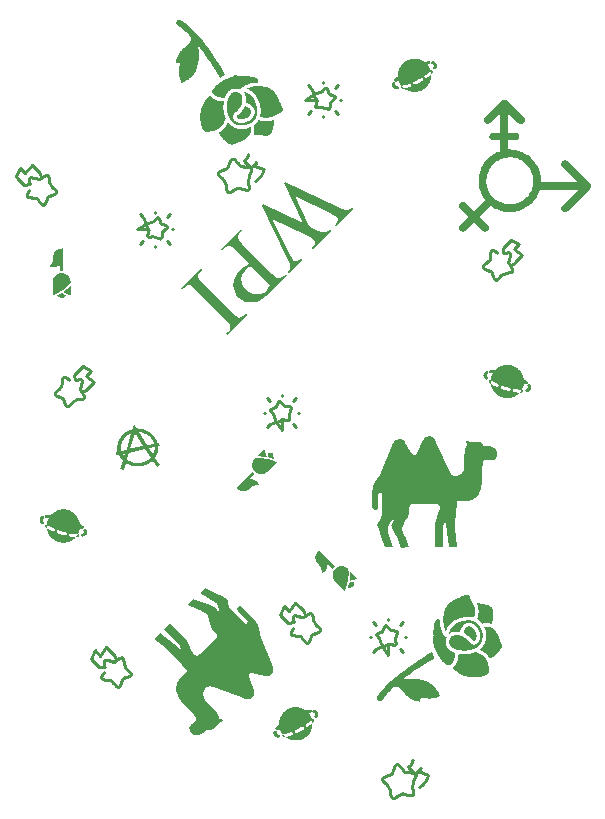
<source format=gbr>
%TF.GenerationSoftware,KiCad,Pcbnew,9.0.1*%
%TF.CreationDate,2025-04-26T03:22:34-04:00*%
%TF.ProjectId,MainBoardPCB,4d61696e-426f-4617-9264-5043422e6b69,rev?*%
%TF.SameCoordinates,Original*%
%TF.FileFunction,Legend,Bot*%
%TF.FilePolarity,Positive*%
%FSLAX46Y46*%
G04 Gerber Fmt 4.6, Leading zero omitted, Abs format (unit mm)*
G04 Created by KiCad (PCBNEW 9.0.1) date 2025-04-26 03:22:34*
%MOMM*%
%LPD*%
G01*
G04 APERTURE LIST*
%ADD10C,0.264583*%
%ADD11C,0.000000*%
%ADD12C,0.150000*%
G04 APERTURE END LIST*
D10*
X72496710Y-31496710D02*
X72411141Y-31496704D01*
X76388671Y-77635377D02*
X76388629Y-77635404D01*
X76354447Y-77656949D01*
X76338148Y-77667182D01*
X76322357Y-77677045D01*
X76307061Y-77686531D01*
X76299594Y-77691130D01*
X76292245Y-77695632D01*
X76285013Y-77700036D01*
X76277896Y-77704341D01*
X76270892Y-77708546D01*
X76264000Y-77712650D01*
X76257217Y-77716653D01*
X76250541Y-77720552D01*
X76243972Y-77724349D01*
X76237508Y-77728041D01*
X76231145Y-77731627D01*
X76224884Y-77735107D01*
X76218721Y-77738480D01*
X76212656Y-77741744D01*
X76206686Y-77744900D01*
X76200810Y-77747945D01*
X76195026Y-77750879D01*
X76189333Y-77753702D01*
X76183727Y-77756412D01*
X76178209Y-77759007D01*
X76172775Y-77761489D01*
X76167425Y-77763854D01*
X76162156Y-77766103D01*
X76156966Y-77768235D01*
X76154401Y-77769256D01*
X76151855Y-77770248D01*
X76149327Y-77771210D01*
X76146819Y-77772142D01*
X76144329Y-77773044D01*
X76141858Y-77773916D01*
X76139405Y-77774757D01*
X76136970Y-77775568D01*
X76134552Y-77776349D01*
X76132152Y-77777099D01*
X76129769Y-77777818D01*
X76127404Y-77778506D01*
X76125055Y-77779163D01*
X76122722Y-77779790D01*
X76120406Y-77780385D01*
X76118107Y-77780948D01*
X76115823Y-77781481D01*
X76113555Y-77781981D01*
X76111302Y-77782450D01*
X76109065Y-77782887D01*
X76106843Y-77783293D01*
X76104636Y-77783666D01*
X76102443Y-77784007D01*
X76100265Y-77784316D01*
X76098101Y-77784592D01*
X76095950Y-77784836D01*
X76093814Y-77785048D01*
X76091691Y-77785226D01*
X76089582Y-77785372D01*
X76087485Y-77785485D01*
X76085402Y-77785565D01*
X76083331Y-77785611D01*
X76081272Y-77785625D01*
X76079226Y-77785605D01*
X76077192Y-77785551D01*
X76075169Y-77785464D01*
X76073158Y-77785343D01*
X76071159Y-77785188D01*
X76069170Y-77784999D01*
X76067192Y-77784776D01*
X76065225Y-77784519D01*
X76063269Y-77784227D01*
X76061323Y-77783901D01*
X76059386Y-77783541D01*
X76057460Y-77783146D01*
X76055543Y-77782715D01*
X76053635Y-77782251D01*
X76051737Y-77781751D01*
X76049847Y-77781215D01*
X76047966Y-77780645D01*
X76046094Y-77780039D01*
X76044230Y-77779398D01*
X76042374Y-77778721D01*
X76040525Y-77778008D01*
X76038685Y-77777260D01*
X76036851Y-77776476D01*
X76035025Y-77775655D01*
X76033206Y-77774798D01*
X76031393Y-77773905D01*
X76029587Y-77772976D01*
X54715576Y-80139712D02*
X54715803Y-80137979D01*
X54716010Y-80136248D01*
X54716196Y-80134524D01*
X54716362Y-80132801D01*
X54716507Y-80131084D01*
X54716632Y-80129369D01*
X54716736Y-80127657D01*
X54716821Y-80125948D01*
X54716885Y-80124241D01*
X54716929Y-80122537D01*
X54716953Y-80120834D01*
X54716957Y-80119133D01*
X54716941Y-80117433D01*
X54716905Y-80115734D01*
X54716773Y-80112339D01*
X54716561Y-80108944D01*
X54716268Y-80105547D01*
X54715895Y-80102147D01*
X54715441Y-80098741D01*
X54714906Y-80095327D01*
X54714287Y-80091901D01*
X54713585Y-80088463D01*
X54712798Y-80085010D01*
X54711925Y-80081540D01*
X54710964Y-80078049D01*
X54709914Y-80074536D01*
X54708773Y-80070998D01*
X54707539Y-80067433D01*
X54706211Y-80063838D01*
X54704784Y-80060211D01*
X54703258Y-80056549D01*
X54701629Y-80052848D01*
X54699895Y-80049107D01*
X54698052Y-80045323D01*
X54696098Y-80041492D01*
X54694028Y-80037611D01*
X54691839Y-80033677D01*
X54689527Y-80029687D01*
X54687087Y-80025636D01*
X54684516Y-80021522D01*
X54681808Y-80017341D01*
X54678958Y-80013087D01*
X54675960Y-80008758D01*
X54672810Y-80004348D01*
X54669499Y-79999852D01*
X54666022Y-79995265D01*
X54662372Y-79990582D01*
X54658540Y-79985797D01*
X54654518Y-79980902D01*
X54650298Y-79975892D01*
X54645869Y-79970758D01*
X54641220Y-79965493D01*
X54636341Y-79960087D01*
X54631219Y-79954531D01*
X54625839Y-79948814D01*
X54620187Y-79942925D01*
X54614245Y-79936849D01*
X54607996Y-79930573D01*
X54601417Y-79924079D01*
X54594487Y-79917350D01*
X54587177Y-79910365D01*
X54579457Y-79903098D01*
X54571293Y-79895522D01*
X54562643Y-79887604D01*
X54553460Y-79879305D01*
X54543686Y-79870580D01*
X54533251Y-79861372D01*
X54522070Y-79851610D01*
X54510033Y-79841207D01*
X54496999Y-79830046D01*
X54482776Y-79817971D01*
X54467096Y-79804761D01*
X54449552Y-79790083D01*
X54429474Y-79773385D01*
X54405586Y-79753616D01*
X54374708Y-79728154D01*
X54355866Y-79712640D01*
X87529272Y-45017108D02*
X87264689Y-45281691D01*
X85112568Y-44879049D02*
X85112567Y-44879063D01*
X85111280Y-44895462D01*
X85110046Y-44910863D01*
X85108834Y-44925321D01*
X85108227Y-44932216D01*
X85107613Y-44938896D01*
X85106990Y-44945370D01*
X85106354Y-44951645D01*
X85105700Y-44957728D01*
X85105025Y-44963626D01*
X85104326Y-44969346D01*
X85103597Y-44974895D01*
X85102837Y-44980282D01*
X85102039Y-44985512D01*
X85101202Y-44990594D01*
X85100321Y-44995534D01*
X85099393Y-45000340D01*
X85098413Y-45005018D01*
X85097902Y-45007312D01*
X85097377Y-45009577D01*
X85096838Y-45011813D01*
X85096283Y-45014022D01*
X85095713Y-45016205D01*
X85095126Y-45018363D01*
X85094523Y-45020496D01*
X85093902Y-45022605D01*
X85093264Y-45024691D01*
X85092608Y-45026756D01*
X85091933Y-45028799D01*
X85091240Y-45030823D01*
X85090527Y-45032827D01*
X85089793Y-45034813D01*
X85089040Y-45036782D01*
X85088265Y-45038734D01*
X85087469Y-45040670D01*
X85086652Y-45042592D01*
X85085811Y-45044501D01*
X85084948Y-45046396D01*
X85084062Y-45048279D01*
X85083152Y-45050152D01*
X85082218Y-45052014D01*
X85081259Y-45053867D01*
D11*
G36*
X80000000Y-60000000D02*
G01*
X80021459Y-60001070D01*
X80042764Y-60002912D01*
X80063898Y-60005514D01*
X80084844Y-60008866D01*
X80105585Y-60012956D01*
X80126103Y-60017773D01*
X80146382Y-60023308D01*
X80166404Y-60029547D01*
X80186152Y-60036482D01*
X80205609Y-60044100D01*
X80224758Y-60052391D01*
X80243581Y-60061344D01*
X80262061Y-60070948D01*
X80280182Y-60081192D01*
X80297926Y-60092065D01*
X80315275Y-60103557D01*
X80332213Y-60115655D01*
X80348722Y-60128349D01*
X80364786Y-60141629D01*
X80380386Y-60155483D01*
X80395507Y-60169901D01*
X80410130Y-60184871D01*
X80424238Y-60200383D01*
X80437815Y-60216425D01*
X80450843Y-60232987D01*
X80463305Y-60250057D01*
X80475184Y-60267625D01*
X80486462Y-60285681D01*
X80497122Y-60304212D01*
X80507148Y-60323207D01*
X80516522Y-60342657D01*
X80669867Y-60712709D01*
X81032289Y-61561658D01*
X81246147Y-62043278D01*
X81457366Y-62497694D01*
X81647643Y-62875930D01*
X81729209Y-63021175D01*
X81798676Y-63129009D01*
X81834405Y-63174244D01*
X81872437Y-63214137D01*
X81912548Y-63248802D01*
X81954512Y-63278355D01*
X81998103Y-63302911D01*
X82043097Y-63322585D01*
X82089266Y-63337491D01*
X82136387Y-63347745D01*
X82184234Y-63353463D01*
X82232580Y-63354758D01*
X82281201Y-63351746D01*
X82329871Y-63344543D01*
X82378365Y-63333262D01*
X82426457Y-63318020D01*
X82473922Y-63298932D01*
X82520534Y-63276112D01*
X82566068Y-63249675D01*
X82610298Y-63219736D01*
X82652999Y-63186412D01*
X82693946Y-63149816D01*
X82732912Y-63110063D01*
X82769673Y-63067270D01*
X82804003Y-63021550D01*
X82835677Y-62973019D01*
X82864468Y-62921792D01*
X82890153Y-62867984D01*
X82912504Y-62811710D01*
X82931297Y-62753085D01*
X82946307Y-62692225D01*
X82957307Y-62629243D01*
X82964072Y-62564256D01*
X82966377Y-62497379D01*
X82966377Y-61694203D01*
X82967106Y-61622267D01*
X82969228Y-61553678D01*
X82972652Y-61488367D01*
X82977284Y-61426265D01*
X82983032Y-61367300D01*
X82989803Y-61311404D01*
X82997503Y-61258507D01*
X83006039Y-61208538D01*
X83015319Y-61161429D01*
X83025250Y-61117109D01*
X83035739Y-61075509D01*
X83046692Y-61036559D01*
X83058018Y-61000188D01*
X83069622Y-60966329D01*
X83081412Y-60934909D01*
X83093295Y-60905861D01*
X83105178Y-60879113D01*
X83116968Y-60854597D01*
X83128572Y-60832242D01*
X83139897Y-60811979D01*
X83150851Y-60793738D01*
X83161339Y-60777449D01*
X83171270Y-60763043D01*
X83180550Y-60750449D01*
X83196787Y-60730421D01*
X83209305Y-60716806D01*
X83220212Y-60706584D01*
X83212544Y-60695483D01*
X83193510Y-60665430D01*
X83181593Y-60644820D01*
X83169069Y-60621299D01*
X83156682Y-60595477D01*
X83145178Y-60567964D01*
X83135300Y-60539368D01*
X83127794Y-60510299D01*
X83125163Y-60495777D01*
X83123404Y-60481366D01*
X83122611Y-60467140D01*
X83122875Y-60453177D01*
X83124291Y-60439553D01*
X83126952Y-60426344D01*
X83130950Y-60413625D01*
X83136379Y-60401474D01*
X83143331Y-60389966D01*
X83151900Y-60379177D01*
X83162180Y-60369184D01*
X83174262Y-60360062D01*
X83543748Y-60475569D01*
X84254071Y-60475569D01*
X84277941Y-60476613D01*
X84300811Y-60479655D01*
X84322697Y-60484562D01*
X84343615Y-60491200D01*
X84363581Y-60499438D01*
X84382611Y-60509141D01*
X84400721Y-60520176D01*
X84417926Y-60532410D01*
X84434243Y-60545710D01*
X84449687Y-60559942D01*
X84464274Y-60574974D01*
X84478021Y-60590672D01*
X84490942Y-60606903D01*
X84503054Y-60623533D01*
X84524913Y-60657460D01*
X84543725Y-60691387D01*
X84559618Y-60724248D01*
X84572717Y-60754977D01*
X84583150Y-60782510D01*
X84596526Y-60823719D01*
X84600759Y-60839351D01*
X85045527Y-60839351D01*
X85090823Y-60840783D01*
X85139685Y-60845397D01*
X85191332Y-60853665D01*
X85244986Y-60866062D01*
X85299865Y-60883060D01*
X85355190Y-60905135D01*
X85382777Y-60918224D01*
X85410182Y-60932760D01*
X85437309Y-60948801D01*
X85464059Y-60966408D01*
X85490337Y-60985638D01*
X85516043Y-61006553D01*
X85541081Y-61029210D01*
X85565353Y-61053669D01*
X85588762Y-61079989D01*
X85611210Y-61108229D01*
X85632599Y-61138449D01*
X85652833Y-61170708D01*
X85671813Y-61205065D01*
X85689442Y-61241580D01*
X85705623Y-61280310D01*
X85720258Y-61321317D01*
X85733250Y-61364658D01*
X85744501Y-61410394D01*
X85753913Y-61458583D01*
X85761390Y-61509284D01*
X85763094Y-61530338D01*
X85763906Y-61550208D01*
X85763881Y-61568927D01*
X85763073Y-61586529D01*
X85761538Y-61603048D01*
X85759331Y-61618518D01*
X85756506Y-61632973D01*
X85753119Y-61646447D01*
X85749225Y-61658973D01*
X85744878Y-61670585D01*
X85740134Y-61681317D01*
X85735047Y-61691204D01*
X85729672Y-61700278D01*
X85724065Y-61708574D01*
X85718280Y-61716125D01*
X85712372Y-61722966D01*
X85706397Y-61729130D01*
X85700408Y-61734651D01*
X85694462Y-61739562D01*
X85688613Y-61743899D01*
X85682916Y-61747694D01*
X85677426Y-61750982D01*
X85667288Y-61756170D01*
X85658637Y-61759733D01*
X85651913Y-61761944D01*
X85646006Y-61763387D01*
X85647633Y-61770473D01*
X85649058Y-61778772D01*
X85650348Y-61789745D01*
X85651098Y-61803020D01*
X85650902Y-61818223D01*
X85649353Y-61834983D01*
X85646045Y-61852927D01*
X85643605Y-61862226D01*
X85640573Y-61871682D01*
X85636898Y-61881248D01*
X85632529Y-61890876D01*
X85627416Y-61900522D01*
X85621508Y-61910137D01*
X85614755Y-61919676D01*
X85607105Y-61929092D01*
X85598507Y-61938338D01*
X85588911Y-61947368D01*
X85578267Y-61956136D01*
X85566523Y-61964594D01*
X85553628Y-61972696D01*
X85539532Y-61980395D01*
X85524185Y-61987646D01*
X85507534Y-61994401D01*
X85471391Y-62006153D01*
X85432473Y-62015527D01*
X85391139Y-62022748D01*
X85347746Y-62028038D01*
X85302651Y-62031621D01*
X85256213Y-62033721D01*
X85160734Y-62034363D01*
X84796570Y-62022265D01*
X84723976Y-62023438D01*
X84691650Y-62026225D01*
X84661927Y-62031650D01*
X84634775Y-62040595D01*
X84622151Y-62046663D01*
X84610158Y-62053940D01*
X84598791Y-62062537D01*
X84588045Y-62072563D01*
X84577916Y-62084130D01*
X84568401Y-62097346D01*
X84559494Y-62112322D01*
X84551193Y-62129167D01*
X84543492Y-62147992D01*
X84536388Y-62168907D01*
X84523952Y-62217446D01*
X84513852Y-62275662D01*
X84506055Y-62344438D01*
X84500527Y-62424651D01*
X84497234Y-62517182D01*
X84496144Y-62622911D01*
X84491841Y-63227549D01*
X84481686Y-63518115D01*
X84461949Y-63797817D01*
X84429445Y-64064385D01*
X84407411Y-64192034D01*
X84380991Y-64315548D01*
X84349788Y-64434643D01*
X84313402Y-64549035D01*
X84271437Y-64658441D01*
X84223494Y-64762576D01*
X84169175Y-64861156D01*
X84108082Y-64953899D01*
X84039817Y-65040519D01*
X83963982Y-65120734D01*
X83880179Y-65194259D01*
X83788009Y-65260810D01*
X83687075Y-65320103D01*
X83576979Y-65371856D01*
X83457323Y-65415783D01*
X83327708Y-65451602D01*
X83187737Y-65479027D01*
X83037011Y-65497776D01*
X82875133Y-65507564D01*
X82701705Y-65508108D01*
X82516327Y-65499124D01*
X82318603Y-65480328D01*
X82218025Y-66690962D01*
X82175187Y-67252708D01*
X82157537Y-67538952D01*
X82165476Y-67658174D01*
X82186405Y-67886233D01*
X82249914Y-68515081D01*
X82342291Y-69387231D01*
X81695509Y-69387231D01*
X81418234Y-67446575D01*
X81408157Y-67340393D01*
X81397758Y-67224161D01*
X81385740Y-67080499D01*
X81344889Y-67163662D01*
X81307229Y-67241522D01*
X81273456Y-67313035D01*
X81244265Y-67377161D01*
X81220350Y-67432855D01*
X81210589Y-67457215D01*
X81202408Y-67479077D01*
X81195893Y-67498309D01*
X81191132Y-67514783D01*
X81188212Y-67528367D01*
X81187219Y-67538931D01*
X81141124Y-69387212D01*
X80494176Y-69387212D01*
X80448060Y-67446554D01*
X80633948Y-66915223D01*
X80771509Y-66510926D01*
X80823793Y-66349914D01*
X80854547Y-66245202D01*
X80863083Y-66209052D01*
X80870945Y-66170330D01*
X80877456Y-66129711D01*
X80881940Y-66087873D01*
X80883719Y-66045493D01*
X80883383Y-66024311D01*
X80882117Y-66003247D01*
X80879836Y-65982386D01*
X80876455Y-65961812D01*
X80871891Y-65941610D01*
X80866058Y-65921865D01*
X80858873Y-65902661D01*
X80850249Y-65884083D01*
X80840103Y-65866215D01*
X80828349Y-65849143D01*
X80814905Y-65832950D01*
X80799683Y-65817721D01*
X80782601Y-65803541D01*
X80763573Y-65790494D01*
X80742516Y-65778666D01*
X80719343Y-65768140D01*
X80693971Y-65759001D01*
X80666314Y-65751335D01*
X80636290Y-65745224D01*
X80603811Y-65740755D01*
X80568795Y-65738011D01*
X80531156Y-65737078D01*
X78494051Y-65737078D01*
X78469135Y-65753745D01*
X78445816Y-65771556D01*
X78424131Y-65790527D01*
X78404114Y-65810671D01*
X78385800Y-65832003D01*
X78369223Y-65854538D01*
X78354419Y-65878290D01*
X78341422Y-65903274D01*
X78330267Y-65929505D01*
X78320990Y-65956997D01*
X78313624Y-65985765D01*
X78308205Y-66015823D01*
X78304767Y-66047185D01*
X78303346Y-66079868D01*
X78303977Y-66113884D01*
X78306693Y-66149249D01*
X78312819Y-66107949D01*
X78262375Y-66525598D01*
X78257708Y-66552789D01*
X78250190Y-66582636D01*
X78227408Y-66649524D01*
X78195632Y-66724701D01*
X78156464Y-66806607D01*
X78111507Y-66893682D01*
X78062364Y-66984366D01*
X77957932Y-67170321D01*
X77855988Y-67351993D01*
X77809957Y-67437323D01*
X77769356Y-67516901D01*
X77735789Y-67589169D01*
X77710858Y-67652565D01*
X77702131Y-67680450D01*
X77696165Y-67705531D01*
X77693160Y-67727615D01*
X77693315Y-67746506D01*
X77703071Y-67794909D01*
X77724042Y-67868539D01*
X77793092Y-68075832D01*
X77887389Y-68337091D01*
X77993860Y-68621021D01*
X78279987Y-69357591D01*
X77636636Y-69424874D01*
X77221235Y-68562472D01*
X77067297Y-68232350D01*
X76931592Y-67930809D01*
X76833254Y-67695043D01*
X76804077Y-67613450D01*
X76791416Y-67562249D01*
X76790606Y-67545981D01*
X76791421Y-67528874D01*
X76793761Y-67510958D01*
X76797525Y-67492263D01*
X76808918Y-67452661D01*
X76824791Y-67410309D01*
X76844337Y-67365452D01*
X76866747Y-67318332D01*
X76916920Y-67218277D01*
X76968843Y-67112090D01*
X76993439Y-67057305D01*
X77016045Y-67001716D01*
X77035854Y-66945567D01*
X77052056Y-66889100D01*
X77063844Y-66832559D01*
X77067829Y-66804337D01*
X77070407Y-66776188D01*
X77031819Y-66838501D01*
X76989230Y-66903697D01*
X76895627Y-67039916D01*
X76699812Y-67315894D01*
X76611930Y-67444357D01*
X76573630Y-67503736D01*
X76540285Y-67558939D01*
X76512791Y-67609260D01*
X76492044Y-67653993D01*
X76484480Y-67674044D01*
X76478939Y-67692432D01*
X76475532Y-67709071D01*
X76474371Y-67723872D01*
X76479040Y-67773026D01*
X76492236Y-67848437D01*
X76539335Y-68061788D01*
X76605923Y-68331439D01*
X76682255Y-68624907D01*
X76890139Y-69387253D01*
X76243378Y-69387253D01*
X75919904Y-68486269D01*
X75801128Y-68141895D01*
X75697515Y-67827837D01*
X75624228Y-67583076D01*
X75603695Y-67498865D01*
X75596430Y-67446596D01*
X75597490Y-67428876D01*
X75600581Y-67410368D01*
X75605567Y-67391098D01*
X75612313Y-67371091D01*
X75630543Y-67328971D01*
X75654188Y-67284209D01*
X75682165Y-67237009D01*
X75713390Y-67187573D01*
X75781256Y-67082807D01*
X75815730Y-67027882D01*
X75849122Y-66971534D01*
X75880347Y-66913966D01*
X75908324Y-66855379D01*
X75931968Y-66795978D01*
X75941828Y-66766035D01*
X75950198Y-66735965D01*
X75956944Y-66705792D01*
X75961930Y-66675543D01*
X75965021Y-66645242D01*
X75966082Y-66614915D01*
X75966082Y-64859157D01*
X75965154Y-64838832D01*
X75962450Y-64821087D01*
X75958088Y-64805796D01*
X75952187Y-64792831D01*
X75944865Y-64782065D01*
X75936239Y-64773373D01*
X75926430Y-64766626D01*
X75915555Y-64761698D01*
X75903733Y-64758462D01*
X75891081Y-64756791D01*
X75877719Y-64756559D01*
X75863765Y-64757637D01*
X75849338Y-64759900D01*
X75834555Y-64763221D01*
X75819535Y-64767472D01*
X75804397Y-64772527D01*
X75774238Y-64784540D01*
X75745028Y-64798245D01*
X75717712Y-64812627D01*
X75693238Y-64826671D01*
X75656606Y-64849682D01*
X75642711Y-64859157D01*
X75642711Y-66060509D01*
X75641386Y-66085544D01*
X75637522Y-66108702D01*
X75631290Y-66130000D01*
X75622858Y-66149455D01*
X75612395Y-66167084D01*
X75600071Y-66182902D01*
X75586055Y-66196929D01*
X75570516Y-66209179D01*
X75553624Y-66219670D01*
X75535547Y-66228419D01*
X75516454Y-66235443D01*
X75496516Y-66240759D01*
X75475901Y-66244383D01*
X75454778Y-66246332D01*
X75433317Y-66246623D01*
X75411687Y-66245274D01*
X75390056Y-66242300D01*
X75368595Y-66237718D01*
X75347472Y-66231547D01*
X75326857Y-66223801D01*
X75306919Y-66214499D01*
X75287827Y-66203657D01*
X75269750Y-66191292D01*
X75252857Y-66177421D01*
X75237318Y-66162060D01*
X75223302Y-66145227D01*
X75210978Y-66126938D01*
X75200516Y-66107210D01*
X75192084Y-66086061D01*
X75185851Y-66063506D01*
X75181987Y-66039563D01*
X75180662Y-66014249D01*
X75180662Y-64628163D01*
X75182847Y-64533944D01*
X75189482Y-64441750D01*
X75200688Y-64351444D01*
X75216584Y-64262891D01*
X75237290Y-64175955D01*
X75262926Y-64090498D01*
X75293612Y-64006385D01*
X75329469Y-63923480D01*
X75370617Y-63841647D01*
X75417175Y-63760748D01*
X75469263Y-63680648D01*
X75527001Y-63601211D01*
X75590510Y-63522301D01*
X75659910Y-63443781D01*
X75735320Y-63365515D01*
X75816861Y-63287366D01*
X76923377Y-60606393D01*
X76940622Y-60568389D01*
X76960323Y-60532024D01*
X76982362Y-60497385D01*
X77006617Y-60464559D01*
X77032968Y-60433630D01*
X77061295Y-60404685D01*
X77091478Y-60377810D01*
X77123396Y-60353091D01*
X77156930Y-60330613D01*
X77191958Y-60310463D01*
X77228362Y-60292726D01*
X77266019Y-60277489D01*
X77304811Y-60264837D01*
X77344617Y-60254856D01*
X77385316Y-60247633D01*
X77426789Y-60243253D01*
X77447680Y-60242145D01*
X77468495Y-60241779D01*
X77489215Y-60242144D01*
X77509826Y-60243232D01*
X77530310Y-60245035D01*
X77550652Y-60247544D01*
X77570835Y-60250751D01*
X77590842Y-60254646D01*
X77610659Y-60259221D01*
X77630267Y-60264468D01*
X77649652Y-60270377D01*
X77668796Y-60276941D01*
X77687684Y-60284150D01*
X77706299Y-60291996D01*
X77724625Y-60300470D01*
X77742645Y-60309564D01*
X77760344Y-60319269D01*
X77777705Y-60329575D01*
X77794711Y-60340476D01*
X77811347Y-60351961D01*
X77827596Y-60364023D01*
X77843442Y-60376653D01*
X77858869Y-60389841D01*
X77873860Y-60403580D01*
X77888399Y-60417861D01*
X77902470Y-60432675D01*
X77916056Y-60448013D01*
X77929142Y-60463867D01*
X77941710Y-60480228D01*
X77953745Y-60497088D01*
X77965231Y-60514438D01*
X77976150Y-60532269D01*
X78530080Y-61474123D01*
X78538923Y-61487989D01*
X78548622Y-61501099D01*
X78559126Y-61513424D01*
X78570386Y-61524939D01*
X78582351Y-61535615D01*
X78594973Y-61545426D01*
X78608200Y-61554344D01*
X78621984Y-61562342D01*
X78636273Y-61569394D01*
X78651019Y-61575472D01*
X78666170Y-61580548D01*
X78681678Y-61584596D01*
X78697492Y-61587588D01*
X78713563Y-61589498D01*
X78729840Y-61590298D01*
X78746274Y-61589961D01*
X78754491Y-61589360D01*
X78762644Y-61588477D01*
X78770728Y-61587317D01*
X78778736Y-61585884D01*
X78786662Y-61584181D01*
X78794500Y-61582213D01*
X78802245Y-61579983D01*
X78809891Y-61577497D01*
X78817432Y-61574756D01*
X78824862Y-61571767D01*
X78832176Y-61568532D01*
X78839367Y-61565056D01*
X78846429Y-61561342D01*
X78853358Y-61557395D01*
X78860146Y-61553218D01*
X78866788Y-61548816D01*
X78873279Y-61544193D01*
X78879612Y-61539352D01*
X78885781Y-61534298D01*
X78891782Y-61529034D01*
X78897607Y-61523565D01*
X78903251Y-61517895D01*
X78908708Y-61512027D01*
X78913973Y-61505966D01*
X78919039Y-61499715D01*
X78923901Y-61493279D01*
X78928552Y-61486662D01*
X78932988Y-61479867D01*
X78937201Y-61472899D01*
X78941187Y-61465761D01*
X78944940Y-61458457D01*
X78948453Y-61450993D01*
X79443554Y-60347887D01*
X79462591Y-60309248D01*
X79484181Y-60272446D01*
X79508188Y-60237570D01*
X79534476Y-60204708D01*
X79562908Y-60173949D01*
X79593350Y-60145382D01*
X79625666Y-60119095D01*
X79659719Y-60095176D01*
X79695374Y-60073714D01*
X79732495Y-60054798D01*
X79770947Y-60038516D01*
X79810592Y-60024956D01*
X79851297Y-60014207D01*
X79892924Y-60006358D01*
X79935339Y-60001497D01*
X79978405Y-59999712D01*
X80000000Y-60000000D01*
G37*
D10*
X67070971Y-57334238D02*
X67085066Y-57296137D01*
X67091812Y-57278003D01*
X67098377Y-57260477D01*
X67104776Y-57243557D01*
X67107919Y-57235323D01*
X67111025Y-57227241D01*
X67114099Y-57219308D01*
X67117140Y-57211526D01*
X67120152Y-57203894D01*
X67123135Y-57196412D01*
X67126093Y-57189079D01*
X67129027Y-57181895D01*
X67131938Y-57174860D01*
X67134830Y-57167974D01*
X67137703Y-57161236D01*
X67140560Y-57154646D01*
X67143402Y-57148204D01*
X67146232Y-57141910D01*
X67149051Y-57135762D01*
X67151861Y-57129762D01*
X67154665Y-57123909D01*
X67157464Y-57118202D01*
X67160260Y-57112641D01*
X67163055Y-57107227D01*
X67165852Y-57101958D01*
X67168651Y-57096835D01*
X67171454Y-57091856D01*
X67174265Y-57087023D01*
X67175673Y-57084661D01*
X67177084Y-57082334D01*
X67178497Y-57080044D01*
X67179914Y-57077790D01*
X67181333Y-57075572D01*
X67182756Y-57073390D01*
X67184182Y-57071244D01*
X67185612Y-57069134D01*
X67187047Y-57067060D01*
X67188485Y-57065021D01*
X67189929Y-57063019D01*
X67191377Y-57061052D01*
X67192830Y-57059121D01*
X67194288Y-57057226D01*
X67195752Y-57055367D01*
X67197222Y-57053543D01*
X67198697Y-57051755D01*
X67200179Y-57050002D01*
X67201668Y-57048285D01*
X67203163Y-57046604D01*
X67204665Y-57044958D01*
X67206174Y-57043347D01*
X67207691Y-57041772D01*
X67209215Y-57040233D01*
X67210748Y-57038728D01*
X67212288Y-57037260D01*
X67213837Y-57035826D01*
X67215395Y-57034428D01*
X67216961Y-57033065D01*
X67218537Y-57031737D01*
X67220122Y-57030444D01*
X67221717Y-57029187D01*
X67223321Y-57027964D01*
X67224936Y-57026777D01*
X67226561Y-57025625D01*
X67228196Y-57024508D01*
X67229843Y-57023425D01*
X67231500Y-57022378D01*
X67233169Y-57021366D01*
X67234849Y-57020388D01*
X67236541Y-57019446D01*
X67238245Y-57018538D01*
X67239961Y-57017665D01*
X67241690Y-57016827D01*
X67243432Y-57016023D01*
X67245186Y-57015254D01*
X67246954Y-57014520D01*
X67248735Y-57013820D01*
X67250530Y-57013155D01*
X67252339Y-57012525D01*
X67254162Y-57011929D01*
X67255999Y-57011368D01*
X67257851Y-57010841D01*
X67259718Y-57010348D01*
X67261601Y-57009890D01*
X67263498Y-57009466D01*
X67265411Y-57009077D01*
X67267340Y-57008722D01*
X67269285Y-57008401D01*
X67271247Y-57008114D01*
X85263857Y-44263873D02*
X85262258Y-44264725D01*
X85260672Y-44265592D01*
X85259105Y-44266472D01*
X85257552Y-44267367D01*
X85256016Y-44268276D01*
X85254494Y-44269199D01*
X85252988Y-44270136D01*
X85251495Y-44271088D01*
X85250018Y-44272054D01*
X85248555Y-44273036D01*
X85247105Y-44274031D01*
X85245669Y-44275042D01*
X85244247Y-44276068D01*
X85242837Y-44277109D01*
X85241440Y-44278165D01*
X85240056Y-44279237D01*
X85237325Y-44281428D01*
X85234642Y-44283683D01*
X85232005Y-44286004D01*
X85229412Y-44288393D01*
X85226861Y-44290851D01*
X85224353Y-44293380D01*
X85221884Y-44295982D01*
X85219454Y-44298660D01*
X85217062Y-44301415D01*
X85214706Y-44304251D01*
X85212385Y-44307169D01*
X85210099Y-44310174D01*
X85207845Y-44313267D01*
X85205624Y-44316451D01*
X85203435Y-44319731D01*
X85201275Y-44323109D01*
X85199146Y-44326589D01*
X85197046Y-44330174D01*
X85194974Y-44333870D01*
X85192930Y-44337681D01*
X85190913Y-44341610D01*
X85188923Y-44345662D01*
X85186959Y-44349843D01*
X85185021Y-44354158D01*
X85183107Y-44358613D01*
X85181218Y-44363214D01*
X85179354Y-44367966D01*
X85177513Y-44372878D01*
X85175695Y-44377955D01*
X85173900Y-44383207D01*
X85172128Y-44388640D01*
X85170378Y-44394264D01*
X85168649Y-44400089D01*
X85166941Y-44406125D01*
X85165253Y-44412382D01*
X85163586Y-44418873D01*
X85161937Y-44425610D01*
X85160308Y-44432609D01*
X85158696Y-44439883D01*
X85157101Y-44447451D01*
X85155522Y-44455330D01*
X85153958Y-44463542D01*
X85152408Y-44472109D01*
X85150870Y-44481057D01*
X85149342Y-44490416D01*
X85147823Y-44500217D01*
X85146310Y-44510499D01*
X85144801Y-44521306D01*
X85143292Y-44532686D01*
X85141779Y-44544701D01*
X85140258Y-44557421D01*
X85138722Y-44570933D01*
X85137163Y-44585342D01*
X85135572Y-44600785D01*
X85133937Y-44617437D01*
X85132238Y-44635535D01*
X85130451Y-44655411D01*
X85128537Y-44677568D01*
X85126432Y-44702829D01*
X85124014Y-44732752D01*
X85120982Y-44771158D01*
X85118973Y-44796856D01*
X85118972Y-44796869D01*
X63954326Y-38987016D02*
X64045674Y-39012983D01*
X56539439Y-43055730D02*
X57016711Y-43186259D01*
X68796869Y-76881029D02*
X68879049Y-76887432D01*
X47705258Y-39694709D02*
X47706481Y-39693501D01*
X47707717Y-39692308D01*
X47710227Y-39689969D01*
X47712795Y-39687685D01*
X47715431Y-39685448D01*
X47718142Y-39683252D01*
X47720939Y-39681089D01*
X47723831Y-39678954D01*
X47726830Y-39676840D01*
X47729949Y-39674739D01*
X47733200Y-39672646D01*
X47736599Y-39670552D01*
X47740164Y-39668450D01*
X47743915Y-39666331D01*
X47747874Y-39664187D01*
X47752069Y-39662006D01*
X47756530Y-39659776D01*
X47761296Y-39657484D01*
X47766412Y-39655111D01*
X47771935Y-39652638D01*
X47777938Y-39650037D01*
X47784514Y-39647273D01*
X47791792Y-39644302D01*
X47799952Y-39641055D01*
X47809268Y-39637432D01*
X47820196Y-39633266D01*
X47833616Y-39628230D01*
X47851795Y-39621486D01*
X47860710Y-39618191D01*
X63799363Y-36895292D02*
X63777602Y-36868867D01*
X63756508Y-36843284D01*
X63736054Y-36818547D01*
X63726061Y-36806497D01*
X63716218Y-36794659D01*
X63706523Y-36783034D01*
X63696974Y-36771623D01*
X63687566Y-36760426D01*
X63678297Y-36749443D01*
X63669164Y-36738675D01*
X63660164Y-36728122D01*
X63651293Y-36717785D01*
X63642548Y-36707664D01*
X63633927Y-36697759D01*
X63625427Y-36688072D01*
X63617043Y-36678601D01*
X63608774Y-36669348D01*
X63600616Y-36660314D01*
X63592566Y-36651498D01*
X63584621Y-36642901D01*
X63576778Y-36634523D01*
X63572894Y-36630417D01*
X63569034Y-36626366D01*
X63565198Y-36622369D01*
X63561385Y-36618428D01*
X63557596Y-36614542D01*
X63553829Y-36610711D01*
X63550085Y-36606936D01*
X63546363Y-36603216D01*
X63542662Y-36599551D01*
X63538983Y-36595942D01*
X63535324Y-36592388D01*
X63531687Y-36588889D01*
X63528069Y-36585447D01*
X63524470Y-36582060D01*
X63520892Y-36578728D01*
X63517332Y-36575453D01*
X63513790Y-36572233D01*
X63510267Y-36569069D01*
X63506762Y-36565961D01*
X63503274Y-36562909D01*
X63499802Y-36559912D01*
X63496348Y-36556972D01*
X63492910Y-36554088D01*
X63489488Y-36551261D01*
X63486081Y-36548489D01*
X63482689Y-36545774D01*
X63479312Y-36543115D01*
X63475949Y-36540513D01*
X63472600Y-36537966D01*
X63469265Y-36535477D01*
X63465943Y-36533044D01*
X63462634Y-36530667D01*
X63459337Y-36528348D01*
X63456052Y-36526084D01*
X63452778Y-36523878D01*
X63449516Y-36521728D01*
X63446265Y-36519636D01*
X63443024Y-36517600D01*
X63439794Y-36515621D01*
X63436573Y-36513699D01*
X63433361Y-36511835D01*
X63430158Y-36510027D01*
X63426964Y-36508276D01*
X63423778Y-36506583D01*
X63420600Y-36504947D01*
X63417429Y-36503369D01*
X63414265Y-36501847D01*
X63411108Y-36500384D01*
X63407957Y-36498977D01*
X63404812Y-36497628D01*
X63401672Y-36496337D01*
X63398538Y-36495104D01*
X63395408Y-36493928D01*
X63392283Y-36492810D01*
X63389161Y-36491749D01*
X63386043Y-36490747D01*
X63382928Y-36489803D01*
X63379816Y-36488916D01*
X63376706Y-36488087D01*
X63373598Y-36487317D01*
X63370492Y-36486605D01*
X63367387Y-36485950D01*
X63364283Y-36485355D01*
X63361180Y-36484817D01*
X63358076Y-36484338D01*
X63354973Y-36483917D01*
X63351868Y-36483554D01*
X63348763Y-36483250D01*
X63345656Y-36483005D01*
X63342547Y-36482818D01*
X63339436Y-36482689D01*
X63336322Y-36482620D01*
X63333206Y-36482609D01*
X63330086Y-36482657D01*
X63326962Y-36482764D01*
X63323834Y-36482930D01*
X63320701Y-36483154D01*
X63317564Y-36483438D01*
X63314421Y-36483781D01*
X63311273Y-36484183D01*
X86790910Y-44472962D02*
X86789696Y-44471762D01*
X86788472Y-44470580D01*
X86787241Y-44469420D01*
X86785999Y-44468277D01*
X86784751Y-44467155D01*
X86783492Y-44466050D01*
X86782225Y-44464965D01*
X86780947Y-44463897D01*
X86779662Y-44462849D01*
X86778365Y-44461817D01*
X86777060Y-44460804D01*
X86775744Y-44459808D01*
X86774418Y-44458830D01*
X86773081Y-44457869D01*
X86771734Y-44456924D01*
X86770376Y-44455997D01*
X86767626Y-44454191D01*
X86764830Y-44452451D01*
X86761986Y-44450775D01*
X86759091Y-44449162D01*
X86756144Y-44447611D01*
X86753142Y-44446122D01*
X86750083Y-44444694D01*
X86746965Y-44443327D01*
X86743784Y-44442020D01*
X86740539Y-44440773D01*
X86737227Y-44439586D01*
X86733844Y-44438458D01*
X86730388Y-44437391D01*
X86726855Y-44436384D01*
X86723242Y-44435437D01*
X86719546Y-44434551D01*
X86715762Y-44433727D01*
X86711888Y-44432965D01*
X86707919Y-44432266D01*
X86703851Y-44431631D01*
X86699680Y-44431061D01*
X86695400Y-44430557D01*
X86691008Y-44430120D01*
X86686497Y-44429752D01*
X86681863Y-44429455D01*
X86677100Y-44429229D01*
X86672202Y-44429077D01*
X86667162Y-44429002D01*
X86661973Y-44429004D01*
X86656629Y-44429086D01*
X86651122Y-44429251D01*
X86645443Y-44429501D01*
X86639583Y-44429839D01*
X86633533Y-44430268D01*
X86627284Y-44430792D01*
X86620822Y-44431414D01*
X86614138Y-44432138D01*
X86607218Y-44432968D01*
X86600047Y-44433909D01*
X86592610Y-44434965D01*
X86584890Y-44436143D01*
X86576868Y-44437447D01*
X86568524Y-44438885D01*
X86559834Y-44440463D01*
X86550771Y-44442190D01*
X86541307Y-44444075D01*
X86531407Y-44446129D01*
X86521033Y-44448362D01*
X86510141Y-44450788D01*
X86498678Y-44453423D01*
X86486581Y-44456285D01*
X86473777Y-44459396D01*
X86460174Y-44462783D01*
X86445658Y-44466479D01*
X86430085Y-44470526D01*
X86413263Y-44474979D01*
X86394930Y-44479913D01*
X86374707Y-44485436D01*
X86352009Y-44491716D01*
X86325828Y-44499039D01*
X86294096Y-44507992D01*
X86244780Y-44521988D01*
X86244773Y-44521990D01*
X69497309Y-75192638D02*
X69277236Y-75331479D01*
X56200587Y-42643558D02*
X56203825Y-42632160D01*
X56206847Y-42621453D01*
X56209648Y-42611389D01*
X56212221Y-42601925D01*
X56213420Y-42597404D01*
X56214561Y-42593016D01*
X56215641Y-42588755D01*
X56216660Y-42584615D01*
X56217618Y-42580592D01*
X56218514Y-42576679D01*
X56219347Y-42572871D01*
X56220116Y-42569163D01*
X56220820Y-42565547D01*
X56221459Y-42562020D01*
X56222031Y-42558575D01*
X56222537Y-42555206D01*
X56222976Y-42551909D01*
X56223345Y-42548676D01*
X56223646Y-42545504D01*
X56223877Y-42542386D01*
X56224037Y-42539316D01*
X56224125Y-42536289D01*
X56224141Y-42533299D01*
X56224084Y-42530340D01*
X56223954Y-42527408D01*
X56223748Y-42524496D01*
X56223468Y-42521598D01*
X56223111Y-42518710D01*
X53034766Y-80660624D02*
X53036377Y-80661482D01*
X53037978Y-80662358D01*
X53041148Y-80664160D01*
X53044286Y-80666036D01*
X53047403Y-80667992D01*
X53050509Y-80670036D01*
X53053613Y-80672174D01*
X53056727Y-80674416D01*
X53059860Y-80676772D01*
X53063025Y-80679250D01*
X53066233Y-80681865D01*
X53069498Y-80684629D01*
X53072835Y-80687558D01*
X53076259Y-80690671D01*
X53079789Y-80693988D01*
X53083447Y-80697535D01*
X53087257Y-80701341D01*
X53091249Y-80705441D01*
X53095460Y-80709881D01*
X53099936Y-80714715D01*
X53104734Y-80720015D01*
X53109933Y-80725875D01*
X53115639Y-80732427D01*
X53122011Y-80739862D01*
X53129297Y-80748484D01*
X53137939Y-80758830D01*
X53148904Y-80772073D01*
X53162155Y-80788153D01*
X65965893Y-37371658D02*
X65157645Y-37084482D01*
X57198716Y-41801361D02*
X57218759Y-41855629D01*
X68743967Y-56752742D02*
X68494516Y-57002193D01*
D11*
G36*
X84870790Y-54487926D02*
G01*
X84877138Y-54488519D01*
X84883439Y-54489415D01*
X84889682Y-54490610D01*
X84895855Y-54492101D01*
X84901947Y-54493884D01*
X84907947Y-54495955D01*
X84913844Y-54498311D01*
X84919627Y-54500948D01*
X84925285Y-54503863D01*
X84930806Y-54507053D01*
X84936179Y-54510512D01*
X84941393Y-54514240D01*
X84946436Y-54518229D01*
X84951299Y-54522479D01*
X84955969Y-54526985D01*
X84960434Y-54531743D01*
X84964684Y-54536752D01*
X84968708Y-54542005D01*
X84972496Y-54547500D01*
X84976034Y-54553234D01*
X84979313Y-54559202D01*
X84982285Y-54565329D01*
X84984915Y-54571533D01*
X84987206Y-54577802D01*
X84989162Y-54584124D01*
X84990787Y-54590488D01*
X84992085Y-54596885D01*
X84993059Y-54603300D01*
X84993711Y-54609725D01*
X84994048Y-54616147D01*
X84994070Y-54622556D01*
X84993784Y-54628941D01*
X84993190Y-54635289D01*
X84992294Y-54641590D01*
X84991099Y-54647833D01*
X84989608Y-54654006D01*
X84987826Y-54660099D01*
X84985754Y-54666099D01*
X84983399Y-54671997D01*
X84980761Y-54677780D01*
X84977847Y-54683437D01*
X84974657Y-54688958D01*
X84971198Y-54694330D01*
X84967472Y-54699545D01*
X84963482Y-54704588D01*
X84959233Y-54709450D01*
X84954727Y-54714118D01*
X84949969Y-54718584D01*
X84944961Y-54722833D01*
X84939708Y-54726857D01*
X84934212Y-54730643D01*
X84928479Y-54734180D01*
X84922510Y-54737458D01*
X84917311Y-54740202D01*
X84912356Y-54742930D01*
X84907640Y-54745642D01*
X84903156Y-54748335D01*
X84898899Y-54751008D01*
X84894863Y-54753660D01*
X84891042Y-54756289D01*
X84887430Y-54758892D01*
X84884021Y-54761470D01*
X84880809Y-54764019D01*
X84877789Y-54766539D01*
X84874953Y-54769029D01*
X84872297Y-54771485D01*
X84869815Y-54773908D01*
X84867500Y-54776295D01*
X84865345Y-54778645D01*
X84863347Y-54780956D01*
X84861498Y-54783227D01*
X84858224Y-54787641D01*
X84855479Y-54791876D01*
X84853212Y-54795918D01*
X84851378Y-54799754D01*
X84849926Y-54803374D01*
X84848812Y-54806763D01*
X84847987Y-54809911D01*
X84847070Y-54814964D01*
X84846531Y-54820771D01*
X84846457Y-54827341D01*
X84846935Y-54834683D01*
X84848052Y-54842805D01*
X84849893Y-54851720D01*
X84852546Y-54861434D01*
X84856097Y-54871959D01*
X84860633Y-54883303D01*
X84866241Y-54895475D01*
X84873007Y-54908487D01*
X84881018Y-54922347D01*
X84890362Y-54937065D01*
X84901122Y-54952649D01*
X84913389Y-54969111D01*
X84927247Y-54986457D01*
X84931449Y-54991817D01*
X84935332Y-54997323D01*
X84938898Y-55002964D01*
X84942147Y-55008729D01*
X84945083Y-55014605D01*
X84947704Y-55020581D01*
X84950013Y-55026645D01*
X84952010Y-55032786D01*
X84953697Y-55038992D01*
X84955075Y-55045251D01*
X84956144Y-55051551D01*
X84956908Y-55057881D01*
X84957364Y-55064229D01*
X84957516Y-55070583D01*
X84957364Y-55076932D01*
X84956910Y-55083263D01*
X84956155Y-55089566D01*
X84955099Y-55095829D01*
X84953745Y-55102039D01*
X84952092Y-55108185D01*
X84950143Y-55114255D01*
X84947898Y-55120238D01*
X84945358Y-55126122D01*
X84942524Y-55131896D01*
X84939398Y-55137546D01*
X84935982Y-55143063D01*
X84932275Y-55148434D01*
X84928279Y-55153647D01*
X84923995Y-55158691D01*
X84919425Y-55163554D01*
X84914569Y-55168224D01*
X84909428Y-55172690D01*
X84904068Y-55176890D01*
X84898561Y-55180772D01*
X84892920Y-55184337D01*
X84887156Y-55187586D01*
X84881279Y-55190521D01*
X84875302Y-55193141D01*
X84869238Y-55195449D01*
X84863096Y-55197446D01*
X84856891Y-55199133D01*
X84850632Y-55200511D01*
X84844331Y-55201580D01*
X84838001Y-55202342D01*
X84831653Y-55202800D01*
X84825299Y-55202951D01*
X84818951Y-55202800D01*
X84812618Y-55202346D01*
X84806316Y-55201590D01*
X84800054Y-55200535D01*
X84793844Y-55199180D01*
X84787698Y-55197528D01*
X84781627Y-55195579D01*
X84775644Y-55193333D01*
X84769760Y-55190793D01*
X84763987Y-55187960D01*
X84758336Y-55184833D01*
X84752820Y-55181417D01*
X84747449Y-55177709D01*
X84742236Y-55173714D01*
X84737192Y-55169429D01*
X84732330Y-55164858D01*
X84727659Y-55160001D01*
X84723194Y-55154860D01*
X84705575Y-55132844D01*
X84688645Y-55110251D01*
X84672522Y-55087113D01*
X84657325Y-55063459D01*
X84643171Y-55039320D01*
X84630178Y-55014727D01*
X84618466Y-54989710D01*
X84608153Y-54964300D01*
X84599353Y-54938527D01*
X84592190Y-54912422D01*
X84586779Y-54886017D01*
X84584768Y-54872710D01*
X84583239Y-54859340D01*
X84582208Y-54845909D01*
X84581688Y-54832423D01*
X84581695Y-54818884D01*
X84582244Y-54805297D01*
X84583349Y-54791664D01*
X84585026Y-54777991D01*
X84587288Y-54764281D01*
X84590150Y-54750538D01*
X84595877Y-54729013D01*
X84602898Y-54708349D01*
X84611151Y-54688532D01*
X84620569Y-54669550D01*
X84631089Y-54651390D01*
X84642646Y-54634042D01*
X84655175Y-54617491D01*
X84668613Y-54601725D01*
X84682893Y-54586732D01*
X84697953Y-54572501D01*
X84713727Y-54559018D01*
X84730151Y-54546272D01*
X84747161Y-54534249D01*
X84764690Y-54522938D01*
X84782676Y-54512325D01*
X84801054Y-54502400D01*
X84807181Y-54499428D01*
X84813385Y-54496797D01*
X84819653Y-54494506D01*
X84825975Y-54492549D01*
X84832339Y-54490923D01*
X84838735Y-54489625D01*
X84845151Y-54488651D01*
X84851576Y-54487998D01*
X84857997Y-54487662D01*
X84864407Y-54487639D01*
X84870790Y-54487926D01*
G37*
D10*
X55775172Y-41469317D02*
X55525720Y-41219865D01*
X63311273Y-36484183D02*
X63309424Y-36484446D01*
X63307584Y-36484729D01*
X63305759Y-36485029D01*
X63303943Y-36485348D01*
X63302141Y-36485685D01*
X63300348Y-36486040D01*
X63298567Y-36486414D01*
X63296796Y-36486806D01*
X63295036Y-36487215D01*
X63293285Y-36487644D01*
X63291544Y-36488090D01*
X63289812Y-36488555D01*
X63288091Y-36489038D01*
X63286377Y-36489539D01*
X63284672Y-36490059D01*
X63282976Y-36490597D01*
X63281288Y-36491153D01*
X63279607Y-36491728D01*
X63276269Y-36492933D01*
X63272959Y-36494214D01*
X63269675Y-36495569D01*
X63266416Y-36497001D01*
X63263180Y-36498511D01*
X63259964Y-36500099D01*
X63256768Y-36501766D01*
X63253589Y-36503515D01*
X63250425Y-36505347D01*
X63247275Y-36507263D01*
X63244138Y-36509266D01*
X63241011Y-36511357D01*
X63237893Y-36513538D01*
X63234782Y-36515812D01*
X63231677Y-36518180D01*
X63228576Y-36520647D01*
X63225477Y-36523213D01*
X63222380Y-36525883D01*
X63219281Y-36528660D01*
X63216181Y-36531546D01*
X63213076Y-36534544D01*
X63209967Y-36537660D01*
X63206849Y-36540896D01*
X63203723Y-36544257D01*
X63200587Y-36547747D01*
X63197438Y-36551371D01*
X63194275Y-36555133D01*
X63191096Y-36559038D01*
X63187899Y-36563093D01*
X63184682Y-36567302D01*
X63181443Y-36571672D01*
X63178179Y-36576209D01*
X63174889Y-36580921D01*
X63171570Y-36585814D01*
X63168219Y-36590897D01*
X63164833Y-36596178D01*
X63161410Y-36601665D01*
X63157946Y-36607370D01*
X63154438Y-36613301D01*
X63150882Y-36619470D01*
X63147274Y-36625890D01*
X63143610Y-36632573D01*
X63139884Y-36639535D01*
X63136093Y-36646789D01*
X63132229Y-36654355D01*
X63128286Y-36662250D01*
X63124258Y-36670497D01*
X63120136Y-36679117D01*
X63115910Y-36688137D01*
X63111572Y-36697588D01*
X63107109Y-36707501D01*
X63102508Y-36717916D01*
X63097752Y-36728877D01*
X63092825Y-36740435D01*
X63087703Y-36752650D01*
X63082361Y-36765595D01*
X63076768Y-36779360D01*
X63070883Y-36794052D01*
X63064656Y-36809811D01*
X63058020Y-36826818D01*
X63050887Y-36845318D01*
X63043127Y-36865658D01*
X63034548Y-36888366D01*
X63024825Y-36914318D01*
X63013330Y-36945211D01*
X62998456Y-36985390D01*
X62990877Y-37005902D01*
X62990842Y-37005996D01*
X79880896Y-88661199D02*
X79870139Y-88702368D01*
X75885217Y-76554218D02*
X75885510Y-76554110D01*
X75896307Y-76550114D01*
X75906441Y-76546344D01*
X75915942Y-76542768D01*
X75924843Y-76539354D01*
X75929078Y-76537698D01*
X75933174Y-76536070D01*
X75937136Y-76534468D01*
X75940968Y-76532886D01*
X75944673Y-76531322D01*
X75948255Y-76529770D01*
X75951719Y-76528227D01*
X75955068Y-76526689D01*
X75958306Y-76525153D01*
X75961437Y-76523613D01*
X75964466Y-76522067D01*
X75967395Y-76520510D01*
X75970230Y-76518938D01*
X75972973Y-76517348D01*
X75975629Y-76515735D01*
X75978202Y-76514096D01*
X75980695Y-76512426D01*
X75983113Y-76510721D01*
X75985460Y-76508978D01*
X75987739Y-76507193D01*
X75989955Y-76505362D01*
X75992111Y-76503481D01*
X75994211Y-76501545D01*
X75996260Y-76499551D01*
X46935822Y-38243390D02*
X46677687Y-38170028D01*
X77743967Y-75752742D02*
X77494516Y-76002193D01*
X66761764Y-58079587D02*
X66733785Y-58056539D01*
X66720377Y-58045466D01*
X66707357Y-58034680D01*
X66694728Y-58024173D01*
X66682490Y-58013934D01*
X66670644Y-58003954D01*
X66659193Y-57994223D01*
X66653616Y-57989448D01*
X66648138Y-57984732D01*
X66642759Y-57980072D01*
X66637479Y-57975470D01*
X66632299Y-57970922D01*
X66627219Y-57966428D01*
X66622238Y-57961986D01*
X66617358Y-57957596D01*
X66612577Y-57953256D01*
X66607897Y-57948965D01*
X66603318Y-57944722D01*
X66598839Y-57940526D01*
X66594461Y-57936374D01*
X66590184Y-57932267D01*
X66586009Y-57928203D01*
X66581934Y-57924181D01*
X66577962Y-57920199D01*
X66574091Y-57916256D01*
X66570321Y-57912351D01*
X66566654Y-57908484D01*
X66563089Y-57904652D01*
X66559626Y-57900854D01*
X66556266Y-57897090D01*
X66553009Y-57893357D01*
X66549854Y-57889656D01*
X66546802Y-57885984D01*
X66543854Y-57882341D01*
X66541009Y-57878724D01*
X66538267Y-57875134D01*
X66535629Y-57871569D01*
X66533095Y-57868027D01*
X66530665Y-57864507D01*
X66528339Y-57861009D01*
X66526118Y-57857531D01*
X66524001Y-57854071D01*
X66522981Y-57852348D01*
X66521988Y-57850629D01*
X66521021Y-57848914D01*
X66520081Y-57847203D01*
X66519166Y-57845496D01*
X66518278Y-57843793D01*
X66517416Y-57842093D01*
X66516581Y-57840396D01*
X66515771Y-57838702D01*
X66514988Y-57837012D01*
X66514232Y-57835324D01*
X66513502Y-57833639D01*
X66512798Y-57831957D01*
X66512121Y-57830277D01*
X66511470Y-57828599D01*
X66510846Y-57826924D01*
X66510248Y-57825250D01*
X66509677Y-57823579D01*
X66509132Y-57821908D01*
X66508614Y-57820240D01*
X66508122Y-57818573D01*
X66507657Y-57816907D01*
X66507219Y-57815242D01*
X66506807Y-57813578D01*
X66506422Y-57811914D01*
X66506064Y-57810252D01*
X66505771Y-57808795D01*
X66505500Y-57807339D01*
X66505250Y-57805890D01*
X66505020Y-57804440D01*
X66504812Y-57802996D01*
X66504624Y-57801552D01*
X66504456Y-57800112D01*
X66504309Y-57798672D01*
X66504182Y-57797234D01*
X66504075Y-57795797D01*
X66503988Y-57794361D01*
X66503922Y-57792924D01*
X66503875Y-57791489D01*
X66503849Y-57790052D01*
X66503842Y-57788615D01*
X66503855Y-57787177D01*
X66503942Y-57784297D01*
X66504110Y-57781408D01*
X66504358Y-57778509D01*
X66504688Y-57775597D01*
X66504828Y-57774533D01*
X47320272Y-40382731D02*
X47322001Y-40382484D01*
X47323722Y-40382218D01*
X47325427Y-40381934D01*
X47327124Y-40381631D01*
X47328806Y-40381311D01*
X47330480Y-40380971D01*
X47332141Y-40380614D01*
X47333794Y-40380238D01*
X47335434Y-40379845D01*
X47337067Y-40379432D01*
X47338688Y-40379002D01*
X47340302Y-40378554D01*
X47341906Y-40378087D01*
X47343501Y-40377602D01*
X47345088Y-40377099D01*
X47346667Y-40376577D01*
X47348238Y-40376036D01*
X47349802Y-40375477D01*
X47352907Y-40374304D01*
X47355985Y-40373055D01*
X47359039Y-40371730D01*
X47362069Y-40370328D01*
X47365078Y-40368847D01*
X47368068Y-40367286D01*
X47371041Y-40365645D01*
X47373998Y-40363920D01*
X47376942Y-40362111D01*
X47379874Y-40360215D01*
X47382796Y-40358230D01*
X47385709Y-40356154D01*
X47388616Y-40353985D01*
X47391518Y-40351719D01*
X47394417Y-40349354D01*
X47397314Y-40346887D01*
X47400212Y-40344314D01*
X47403111Y-40341633D01*
X47406014Y-40338839D01*
X47408923Y-40335929D01*
X47411838Y-40332898D01*
X47414763Y-40329743D01*
X47417698Y-40326458D01*
X47420646Y-40323038D01*
X47423608Y-40319479D01*
X47426587Y-40315775D01*
X47429585Y-40311920D01*
X47432604Y-40307907D01*
X47435646Y-40303730D01*
X47438714Y-40299381D01*
X47441810Y-40294854D01*
X47444937Y-40290139D01*
X47448098Y-40285228D01*
X47451296Y-40280112D01*
X47454535Y-40274780D01*
X47457817Y-40269221D01*
X47461148Y-40263423D01*
X47464532Y-40257372D01*
X47467972Y-40251056D01*
X47471475Y-40244458D01*
X47475047Y-40237560D01*
X47478693Y-40230344D01*
X47482421Y-40222789D01*
X47486239Y-40214871D01*
X47490156Y-40206563D01*
X47494183Y-40197836D01*
X47498331Y-40188654D01*
X47502615Y-40178979D01*
X47507051Y-40168764D01*
X47511659Y-40157955D01*
X47516460Y-40146487D01*
X47521483Y-40134283D01*
X47526764Y-40121246D01*
X47532346Y-40107254D01*
X47538287Y-40092150D01*
X47544664Y-40075722D01*
X47551587Y-40057672D01*
X47559217Y-40037559D01*
X47567821Y-40014662D01*
X47577896Y-39987638D01*
X47590619Y-39953302D01*
X47600660Y-39926131D01*
X46893199Y-40023004D02*
X46893208Y-40023015D01*
X46912248Y-40046137D01*
X46930706Y-40068522D01*
X46948602Y-40090166D01*
X46965958Y-40111068D01*
X46974441Y-40121240D01*
X46982796Y-40131224D01*
X46991028Y-40141021D01*
X46999138Y-40150631D01*
X47007129Y-40160053D01*
X47015004Y-40169287D01*
X47022766Y-40178331D01*
X47030417Y-40187187D01*
X47037960Y-40195854D01*
X47045398Y-40204330D01*
X47052733Y-40212617D01*
X47059968Y-40220713D01*
X47067106Y-40228618D01*
X47074150Y-40236332D01*
X47081101Y-40243854D01*
X47087964Y-40251184D01*
X47094740Y-40258322D01*
X47101432Y-40265267D01*
X47108043Y-40272019D01*
X47111319Y-40275322D01*
X47114576Y-40278577D01*
X47117814Y-40281784D01*
X47121033Y-40284942D01*
X47124234Y-40288052D01*
X47127417Y-40291113D01*
X47130582Y-40294125D01*
X47133731Y-40297089D01*
X47136862Y-40300003D01*
X47139977Y-40302870D01*
X47143075Y-40305687D01*
X47146158Y-40308455D01*
X47149225Y-40311175D01*
X47152277Y-40313845D01*
X47155314Y-40316467D01*
X47158337Y-40319039D01*
X47161345Y-40321563D01*
X47164339Y-40324037D01*
X47167320Y-40326462D01*
X47170288Y-40328838D01*
X47173243Y-40331164D01*
X47176185Y-40333441D01*
X47179115Y-40335669D01*
X47182033Y-40337847D01*
X47184940Y-40339976D01*
X47187835Y-40342056D01*
X47190720Y-40344085D01*
X47193594Y-40346066D01*
X47196458Y-40347996D01*
X47199313Y-40349877D01*
X47202157Y-40351708D01*
X47204993Y-40353489D01*
X47207819Y-40355221D01*
X47210638Y-40356902D01*
X47213448Y-40358534D01*
X47216250Y-40360116D01*
X47219045Y-40361647D01*
X47221832Y-40363129D01*
X47224613Y-40364560D01*
X47227388Y-40365942D01*
X47230156Y-40367273D01*
X47232918Y-40368554D01*
X47235675Y-40369784D01*
X47238427Y-40370964D01*
X47241174Y-40372094D01*
X47243917Y-40373173D01*
X47246655Y-40374202D01*
X47249390Y-40375181D01*
X47252121Y-40376108D01*
X47254850Y-40376986D01*
X47257575Y-40377812D01*
X47260298Y-40378588D01*
X47263019Y-40379313D01*
X47265738Y-40379987D01*
X47268456Y-40380610D01*
X47271173Y-40381183D01*
X47273889Y-40381704D01*
X47276604Y-40382175D01*
X47279320Y-40382594D01*
X47282035Y-40382963D01*
X47284752Y-40383280D01*
X47287469Y-40383546D01*
X47290187Y-40383761D01*
X47292908Y-40383925D01*
X47295630Y-40384037D01*
X47298354Y-40384098D01*
X47301081Y-40384107D01*
X47303811Y-40384065D01*
X47306544Y-40383972D01*
X47309281Y-40383827D01*
X47312022Y-40383631D01*
X47314767Y-40383382D01*
X47317517Y-40383083D01*
X47320272Y-40382731D01*
X64299642Y-37158234D02*
X64205731Y-37150893D01*
X50478026Y-55755228D02*
X50478028Y-55755220D01*
X50486128Y-55726704D01*
X50493955Y-55699077D01*
X50501495Y-55672326D01*
X50508732Y-55646434D01*
X50512233Y-55633806D01*
X50515652Y-55621387D01*
X50518988Y-55609176D01*
X50522238Y-55597170D01*
X50525402Y-55585368D01*
X50528477Y-55573767D01*
X50531461Y-55562366D01*
X50534352Y-55551163D01*
X50537149Y-55540156D01*
X50539849Y-55529343D01*
X50542451Y-55518723D01*
X50544953Y-55508293D01*
X50547353Y-55498051D01*
X50549648Y-55487996D01*
X50551838Y-55478125D01*
X50553919Y-55468438D01*
X50555891Y-55458931D01*
X50557752Y-55449603D01*
X50559499Y-55440452D01*
X50560329Y-55435943D01*
X50561130Y-55431477D01*
X50561902Y-55427054D01*
X50562644Y-55422675D01*
X50563357Y-55418338D01*
X50564040Y-55414044D01*
X50564692Y-55409792D01*
X50565314Y-55405583D01*
X50565905Y-55401415D01*
X50566465Y-55397289D01*
X50566993Y-55393205D01*
X50567491Y-55389161D01*
X50567956Y-55385159D01*
X50568390Y-55381197D01*
X50568792Y-55377276D01*
X50569161Y-55373395D01*
X50569498Y-55369555D01*
X50569801Y-55365754D01*
X50570072Y-55361992D01*
X50570309Y-55358270D01*
X50570513Y-55354587D01*
X50570683Y-55350942D01*
X50570819Y-55347337D01*
X50570920Y-55343769D01*
X50570987Y-55340240D01*
X50571019Y-55336749D01*
X50571017Y-55333295D01*
X50570979Y-55329879D01*
X50570905Y-55326500D01*
X50570796Y-55323158D01*
X50570651Y-55319852D01*
X50570470Y-55316583D01*
X50570252Y-55313351D01*
X50569998Y-55310154D01*
X50569706Y-55306993D01*
X50569378Y-55303868D01*
X50569012Y-55300778D01*
X50568609Y-55297722D01*
X50568168Y-55294702D01*
X50567688Y-55291717D01*
X50567171Y-55288765D01*
X50566615Y-55285848D01*
X50566020Y-55282965D01*
X50565386Y-55280115D01*
X50564713Y-55277299D01*
X50564000Y-55274515D01*
X50563248Y-55271765D01*
X50562456Y-55269048D01*
X50561623Y-55266362D01*
X50560750Y-55263709D01*
X50559836Y-55261089D01*
X50558882Y-55258499D01*
X50557886Y-55255942D01*
X50556849Y-55253415D01*
X50555770Y-55250920D01*
X50554650Y-55248455D01*
X50553487Y-55246021D01*
X50552282Y-55243618D01*
X50551035Y-55241244D01*
X50549744Y-55238900D01*
X50548411Y-55236586D01*
X50547034Y-55234301D01*
X50545614Y-55232046D01*
X50544150Y-55229819D01*
X50542642Y-55227621D01*
X50541090Y-55225451D01*
X50539494Y-55223310D01*
X50537852Y-55221196D01*
X50536166Y-55219110D01*
X50534435Y-55217052D01*
X50532658Y-55215021D01*
X50530836Y-55213017D01*
X50528967Y-55211040D01*
X50527053Y-55209089D01*
X67576298Y-57265053D02*
X67614415Y-57311351D01*
X75000000Y-77000000D02*
X75085563Y-77000000D01*
X78823786Y-88613356D02*
X78822876Y-88611646D01*
X78821950Y-88609949D01*
X78821012Y-88608271D01*
X78820059Y-88606607D01*
X78819092Y-88604960D01*
X78818111Y-88603327D01*
X78817116Y-88601711D01*
X78816105Y-88600108D01*
X78815081Y-88598520D01*
X78814042Y-88596946D01*
X78812989Y-88595387D01*
X78811920Y-88593841D01*
X78810837Y-88592309D01*
X78809738Y-88590789D01*
X78808624Y-88589284D01*
X78807495Y-88587790D01*
X78805190Y-88584842D01*
X78802821Y-88581942D01*
X78800388Y-88579089D01*
X78797888Y-88576281D01*
X78795321Y-88573518D01*
X78792684Y-88570797D01*
X78789975Y-88568118D01*
X78787193Y-88565478D01*
X78784336Y-88562878D01*
X78781401Y-88560315D01*
X78778386Y-88557788D01*
X78775289Y-88555297D01*
X78772107Y-88552840D01*
X78768837Y-88550417D01*
X78765477Y-88548026D01*
X78762023Y-88545668D01*
X78758473Y-88543340D01*
X78754823Y-88541043D01*
X78751070Y-88538775D01*
X78747209Y-88536536D01*
X78743238Y-88534325D01*
X78739152Y-88532142D01*
X78734946Y-88529986D01*
X78730617Y-88527857D01*
X78726159Y-88525754D01*
X78721568Y-88523676D01*
X78716839Y-88521624D01*
X78711965Y-88519597D01*
X78706941Y-88517593D01*
X78701760Y-88515614D01*
X78696417Y-88513658D01*
X78690904Y-88511725D01*
X78685213Y-88509815D01*
X78679337Y-88507927D01*
X78673267Y-88506061D01*
X78666994Y-88504216D01*
X78660508Y-88502393D01*
X78653799Y-88500589D01*
X78646856Y-88498806D01*
X78639666Y-88497042D01*
X78632216Y-88495296D01*
X78624493Y-88493568D01*
X78616479Y-88491858D01*
X78608159Y-88490164D01*
X78599514Y-88488485D01*
X78590522Y-88486820D01*
X78581161Y-88485169D01*
X78571405Y-88483529D01*
X78561225Y-88481898D01*
X78550590Y-88480275D01*
X78539462Y-88478658D01*
X78527798Y-88477044D01*
X78515552Y-88475429D01*
X78502664Y-88473810D01*
X78489068Y-88472183D01*
X78474682Y-88470541D01*
X78459409Y-88468877D01*
X78443125Y-88467183D01*
X78425673Y-88465447D01*
X78406849Y-88463653D01*
X78386374Y-88461782D01*
X78363846Y-88459801D01*
X78338653Y-88457664D01*
X78309756Y-88455289D01*
X78275087Y-88452514D01*
X78228996Y-88448895D01*
X78214645Y-88447775D01*
X64688629Y-37898335D02*
X64706152Y-37870557D01*
X64723106Y-37843639D01*
X64739481Y-37817557D01*
X64747447Y-37804823D01*
X64755264Y-37792289D01*
X64762929Y-37779953D01*
X64770443Y-37767813D01*
X64777802Y-37755864D01*
X64785006Y-37744105D01*
X64792053Y-37732533D01*
X64798942Y-37721145D01*
X64805671Y-37709937D01*
X64812239Y-37698908D01*
X64818644Y-37688054D01*
X64824884Y-37677372D01*
X64830959Y-37666861D01*
X64836867Y-37656516D01*
X64842606Y-37646335D01*
X64848175Y-37636316D01*
X64853572Y-37626455D01*
X64856206Y-37621583D01*
X64858796Y-37616749D01*
X64861342Y-37611954D01*
X64863845Y-37607197D01*
X64866304Y-37602477D01*
X64868719Y-37597794D01*
X64871089Y-37593148D01*
X64873414Y-37588539D01*
X64875695Y-37583965D01*
X64877931Y-37579428D01*
X64880122Y-37574926D01*
X64882267Y-37570458D01*
X64884367Y-37566026D01*
X64886421Y-37561628D01*
X64888429Y-37557263D01*
X64890392Y-37552933D01*
X64892308Y-37548636D01*
X64894177Y-37544371D01*
X64896000Y-37540139D01*
X64897776Y-37535940D01*
X64899506Y-37531772D01*
X64901188Y-37527636D01*
X64902822Y-37523531D01*
X64904409Y-37519456D01*
X64905949Y-37515413D01*
X64907440Y-37511399D01*
X64908883Y-37507415D01*
X64910279Y-37503460D01*
X64911625Y-37499535D01*
X64912923Y-37495638D01*
X64914172Y-37491770D01*
X64915372Y-37487929D01*
X64916523Y-37484116D01*
X64917625Y-37480331D01*
X64918677Y-37476572D01*
X64919679Y-37472840D01*
X64920631Y-37469135D01*
X64921533Y-37465455D01*
X64922385Y-37461800D01*
X64923186Y-37458171D01*
X64923937Y-37454567D01*
X64924636Y-37450987D01*
X64925285Y-37447431D01*
X64925882Y-37443899D01*
X64926428Y-37440390D01*
X64926923Y-37436905D01*
X64927365Y-37433442D01*
X64927756Y-37430002D01*
X64928094Y-37426583D01*
X64928380Y-37423186D01*
X64928614Y-37419811D01*
X64928795Y-37416456D01*
X64928922Y-37413122D01*
X64928997Y-37409809D01*
X64929019Y-37406515D01*
X64928987Y-37403241D01*
X64928901Y-37399985D01*
X64928762Y-37396749D01*
X64928568Y-37393531D01*
X64928320Y-37390332D01*
X64928018Y-37387150D01*
X64927662Y-37383986D01*
X64927250Y-37380838D01*
X64926784Y-37377708D01*
X64926263Y-37374593D01*
X64925686Y-37371495D01*
X64925053Y-37368413D01*
X64924365Y-37365345D01*
X64923622Y-37362293D01*
X64922822Y-37359255D01*
X64921966Y-37356232D01*
X64921053Y-37353223D01*
X64920084Y-37350227D01*
X64919058Y-37347244D01*
X64917975Y-37344274D01*
X64916835Y-37341317D01*
X64915637Y-37338371D01*
X64914382Y-37335438D01*
X64913069Y-37332516D01*
X64911699Y-37329605D01*
X64910270Y-37326705D01*
X64908783Y-37323815D01*
X70144903Y-75533012D02*
X70142611Y-75503700D01*
X70140372Y-75475308D01*
X70138166Y-75447826D01*
X70135974Y-75421243D01*
X70134877Y-75408285D01*
X70133775Y-75395549D01*
X70132668Y-75383032D01*
X70131551Y-75370734D01*
X70130423Y-75358653D01*
X70129281Y-75346787D01*
X70128122Y-75335136D01*
X70126945Y-75323698D01*
X70125747Y-75312472D01*
X70124524Y-75301457D01*
X70123276Y-75290651D01*
X70121999Y-75280053D01*
X70120691Y-75269662D01*
X70119349Y-75259476D01*
X70117971Y-75249494D01*
X70116555Y-75239715D01*
X70115097Y-75230138D01*
X70113596Y-75220761D01*
X70112049Y-75211582D01*
X70111258Y-75207067D01*
X70110454Y-75202602D01*
X70109638Y-75198185D01*
X70108808Y-75193817D01*
X70107965Y-75189499D01*
X70107109Y-75185228D01*
X70106238Y-75181006D01*
X70105354Y-75176833D01*
X70104454Y-75172707D01*
X70103540Y-75168630D01*
X70102611Y-75164600D01*
X70101666Y-75160618D01*
X70100705Y-75156683D01*
X70099729Y-75152796D01*
X70098735Y-75148956D01*
X70097726Y-75145163D01*
X70096699Y-75141416D01*
X70095654Y-75137717D01*
X70094593Y-75134063D01*
X70093513Y-75130457D01*
X70092415Y-75126896D01*
X70091298Y-75123381D01*
X70090163Y-75119912D01*
X70089008Y-75116489D01*
X70087834Y-75113111D01*
X70086640Y-75109779D01*
X70085425Y-75106492D01*
X70084191Y-75103250D01*
X70082936Y-75100053D01*
X70081659Y-75096900D01*
X70080362Y-75093792D01*
X70079042Y-75090729D01*
X70077701Y-75087710D01*
X70076338Y-75084734D01*
X70074951Y-75081803D01*
X70073543Y-75078915D01*
X70072110Y-75076071D01*
X70070655Y-75073271D01*
X70069175Y-75070514D01*
X70067672Y-75067799D01*
X70066144Y-75065128D01*
X70064591Y-75062499D01*
X70063013Y-75059914D01*
X70061410Y-75057370D01*
X70059781Y-75054869D01*
X70058126Y-75052410D01*
X70056445Y-75049993D01*
X70054738Y-75047617D01*
X70053003Y-75045284D01*
X70051241Y-75042991D01*
X70049452Y-75040741D01*
X70047635Y-75038531D01*
X70045790Y-75036362D01*
X70043916Y-75034234D01*
X70042014Y-75032147D01*
X70040083Y-75030100D01*
X70038122Y-75028094D01*
X70036132Y-75026128D01*
X70034111Y-75024201D01*
X70032061Y-75022315D01*
X70029979Y-75020468D01*
X70027867Y-75018661D01*
X70025724Y-75016893D01*
X70023549Y-75015165D01*
X70021343Y-75013475D01*
X70019104Y-75011825D01*
X70016833Y-75010213D01*
X70014529Y-75008639D01*
X70012192Y-75007104D01*
X70009821Y-75005608D01*
X70007417Y-75004149D01*
X70004979Y-75002728D01*
X70002507Y-75001345D01*
X70000000Y-75000000D01*
X87882050Y-44664330D02*
X87529272Y-45017108D01*
X49942498Y-54783096D02*
X50207082Y-54518513D01*
X63577012Y-39038684D02*
X63577016Y-39038682D01*
X63592562Y-39028878D01*
X63607179Y-39019696D01*
X63614161Y-39015336D01*
X63620938Y-39011128D01*
X63627518Y-39007070D01*
X63633911Y-39003162D01*
X63640125Y-38999402D01*
X63646170Y-38995789D01*
X63652054Y-38992321D01*
X63657788Y-38988999D01*
X63663379Y-38985819D01*
X63668836Y-38982782D01*
X63674169Y-38979885D01*
X63679388Y-38977128D01*
X63684499Y-38974509D01*
X63687018Y-38973251D01*
X63689514Y-38972027D01*
X63691987Y-38970838D01*
X63694440Y-38969682D01*
X63696873Y-38968559D01*
X63699287Y-38967470D01*
X63701684Y-38966415D01*
X63704064Y-38965393D01*
X63706429Y-38964403D01*
X63708780Y-38963447D01*
X63711118Y-38962523D01*
X63713444Y-38961632D01*
X63715759Y-38960774D01*
X63718064Y-38959947D01*
X63720361Y-38959153D01*
X63722651Y-38958391D01*
X63724934Y-38957660D01*
X63727212Y-38956961D01*
X63729486Y-38956294D01*
X63731757Y-38955658D01*
X63734027Y-38955053D01*
X63736295Y-38954480D01*
X63738565Y-38953937D01*
X63740836Y-38953424D01*
X63743109Y-38952943D01*
X63745387Y-38952492D01*
X63747669Y-38952071D01*
X63749958Y-38951680D01*
X63752254Y-38951319D01*
X63754558Y-38950988D01*
X47658586Y-37911911D02*
X47656978Y-37911077D01*
X47655366Y-37910264D01*
X47653756Y-37909474D01*
X47652142Y-37908704D01*
X47650529Y-37907957D01*
X47648912Y-37907230D01*
X47647295Y-37906525D01*
X47645674Y-37905840D01*
X47644052Y-37905177D01*
X47642426Y-37904534D01*
X47640799Y-37903911D01*
X47639167Y-37903308D01*
X47637532Y-37902726D01*
X47635894Y-37902163D01*
X47634251Y-37901620D01*
X47632604Y-37901097D01*
X47630953Y-37900593D01*
X47629297Y-37900109D01*
X47625970Y-37899198D01*
X47622620Y-37898364D01*
X47619246Y-37897607D01*
X47615845Y-37896925D01*
X47612415Y-37896320D01*
X47608953Y-37895789D01*
X47605457Y-37895335D01*
X47601925Y-37894957D01*
X47598353Y-37894655D01*
X47594740Y-37894429D01*
X47591083Y-37894281D01*
X47587378Y-37894212D01*
X47583623Y-37894221D01*
X47579814Y-37894311D01*
X47575950Y-37894482D01*
X47572025Y-37894736D01*
X47568038Y-37895074D01*
X47563985Y-37895498D01*
X47559861Y-37896011D01*
X47555664Y-37896613D01*
X47551389Y-37897307D01*
X47547033Y-37898095D01*
X47542590Y-37898981D01*
X47538056Y-37899966D01*
X47533427Y-37901054D01*
X47528698Y-37902248D01*
X47523862Y-37903551D01*
X47518915Y-37904968D01*
X47513850Y-37906501D01*
X47508662Y-37908155D01*
X47503342Y-37909936D01*
X47497885Y-37911847D01*
X47492281Y-37913894D01*
X47486523Y-37916082D01*
X47480602Y-37918418D01*
X47474508Y-37920909D01*
X47468229Y-37923562D01*
X47461754Y-37926384D01*
X47455071Y-37929384D01*
X47448166Y-37932571D01*
X47441022Y-37935957D01*
X47433623Y-37939552D01*
X47425950Y-37943370D01*
X47417980Y-37947424D01*
X47409689Y-37951731D01*
X47401051Y-37956308D01*
X47392032Y-37961178D01*
X47382596Y-37966363D01*
X47372699Y-37971892D01*
X47362292Y-37977798D01*
X47351311Y-37984120D01*
X47339682Y-37990907D01*
X47327312Y-37998218D01*
X47314081Y-38006130D01*
X47299833Y-38014742D01*
X47284354Y-38024191D01*
X47267336Y-38034670D01*
X47248307Y-38046478D01*
X47226463Y-38060124D01*
X47200187Y-38076625D01*
X47164981Y-38098816D01*
X47155895Y-38104549D01*
X69970155Y-76938249D02*
X69975760Y-76923087D01*
X69981048Y-76908858D01*
X69986064Y-76895517D01*
X69988484Y-76889167D01*
X69990852Y-76883021D01*
X69993174Y-76877076D01*
X69995456Y-76871325D01*
X69997704Y-76865763D01*
X69999922Y-76860385D01*
X70002116Y-76855184D01*
X70004292Y-76850156D01*
X70006455Y-76845294D01*
X70008612Y-76840594D01*
X70010767Y-76836050D01*
X70012926Y-76831655D01*
X70015094Y-76827405D01*
X70016183Y-76825333D01*
X70017277Y-76823295D01*
X70018376Y-76821290D01*
X70019481Y-76819317D01*
X70020593Y-76817377D01*
X70021712Y-76815468D01*
X70022838Y-76813590D01*
X70023974Y-76811741D01*
X70025118Y-76809922D01*
X70026273Y-76808132D01*
X70027438Y-76806369D01*
X70028615Y-76804633D01*
X70029803Y-76802924D01*
X70031005Y-76801241D01*
X70032220Y-76799582D01*
X70033449Y-76797948D01*
X70034693Y-76796338D01*
X70035953Y-76794751D01*
X70037228Y-76793186D01*
X70038521Y-76791643D01*
X70039832Y-76790120D01*
X70041160Y-76788618D01*
X70042508Y-76787136D01*
X70043875Y-76785672D01*
X70045263Y-76784226D01*
X70046672Y-76782798D01*
X87176494Y-45369886D02*
X86807362Y-45497309D01*
X64005924Y-37115117D02*
X64004202Y-37114201D01*
X64002491Y-37113268D01*
X63999100Y-37111350D01*
X63995742Y-37109359D01*
X63992407Y-37107289D01*
X63989086Y-37105133D01*
X63985770Y-37102885D01*
X63982447Y-37100536D01*
X63979110Y-37098079D01*
X63975747Y-37095503D01*
X63972347Y-37092798D01*
X63968899Y-37089953D01*
X63965389Y-37086953D01*
X63961805Y-37083784D01*
X63958129Y-37080427D01*
X63954345Y-37076864D01*
X63950432Y-37073069D01*
X63946366Y-37069015D01*
X63942121Y-37064668D01*
X63937662Y-37059989D01*
X63932948Y-37054927D01*
X63927927Y-37049419D01*
X63922534Y-37043383D01*
X63916677Y-37036711D01*
X63910233Y-37029249D01*
X63903015Y-37020772D01*
X63894725Y-37010916D01*
X63884811Y-36999010D01*
X63871997Y-36983508D01*
X63860356Y-36969375D01*
X69429170Y-75235626D02*
X69429154Y-75235636D01*
X69415554Y-75244213D01*
X69402768Y-75252245D01*
X69390732Y-75259741D01*
X69384976Y-75263291D01*
X69379384Y-75266710D01*
X69373948Y-75270000D01*
X69368659Y-75273161D01*
X69363511Y-75276194D01*
X69358496Y-75279101D01*
X69353605Y-75281883D01*
X69348830Y-75284540D01*
X69344164Y-75287074D01*
X69339599Y-75289486D01*
X69335127Y-75291777D01*
X69330740Y-75293948D01*
X69326430Y-75296001D01*
X69322189Y-75297935D01*
X69320092Y-75298859D01*
X69318009Y-75299753D01*
X69315940Y-75300618D01*
X69313883Y-75301455D01*
X69311838Y-75302263D01*
X69309802Y-75303043D01*
X69307777Y-75303794D01*
X69305759Y-75304517D01*
X69303750Y-75305212D01*
X69301746Y-75305879D01*
X69299748Y-75306518D01*
X69297755Y-75307129D01*
X69295765Y-75307713D01*
X69293778Y-75308269D01*
X69291792Y-75308798D01*
X69289806Y-75309300D01*
X69287820Y-75309775D01*
X69285833Y-75310223D01*
X69283843Y-75310645D01*
X69281850Y-75311040D01*
X69279853Y-75311408D01*
X69277850Y-75311750D01*
X69275841Y-75312065D01*
X69273824Y-75312355D01*
X56137600Y-42359084D02*
X56137563Y-42359026D01*
X56116019Y-42324846D01*
X56105787Y-42308547D01*
X56095924Y-42292758D01*
X56086439Y-42277462D01*
X56081841Y-42269996D01*
X56077339Y-42262647D01*
X56072935Y-42255416D01*
X56068631Y-42248299D01*
X56064426Y-42241296D01*
X56060322Y-42234403D01*
X56056320Y-42227621D01*
X56052420Y-42220946D01*
X56048624Y-42214377D01*
X56044932Y-42207913D01*
X56041346Y-42201551D01*
X56037866Y-42195289D01*
X56034494Y-42189127D01*
X56031229Y-42183062D01*
X56028074Y-42177093D01*
X56025029Y-42171217D01*
X56022095Y-42165434D01*
X56019272Y-42159740D01*
X56016563Y-42154135D01*
X56013967Y-42148617D01*
X56011486Y-42143183D01*
X56009121Y-42137833D01*
X56006872Y-42132564D01*
X56004740Y-42127375D01*
X56003719Y-42124809D01*
X56002727Y-42122263D01*
X56001765Y-42119736D01*
X56000833Y-42117228D01*
X55999931Y-42114739D01*
X55999060Y-42112267D01*
X55998218Y-42109814D01*
X55997407Y-42107379D01*
X55996627Y-42104962D01*
X55995877Y-42102562D01*
X55995158Y-42100179D01*
X55994470Y-42097813D01*
X55993812Y-42095465D01*
X55993186Y-42093132D01*
X55992591Y-42090817D01*
X55992028Y-42088517D01*
X55991495Y-42086233D01*
X55990995Y-42083965D01*
X55990526Y-42081713D01*
X55990089Y-42079476D01*
X55989683Y-42077254D01*
X55989310Y-42075046D01*
X55988969Y-42072854D01*
X55988660Y-42070675D01*
X55988384Y-42068511D01*
X55988140Y-42066361D01*
X55987929Y-42064225D01*
X55987750Y-42062102D01*
X55987604Y-42059993D01*
X55987491Y-42057897D01*
X55987411Y-42055813D01*
X55987365Y-42053742D01*
X55987351Y-42051684D01*
X55987372Y-42049638D01*
X55987425Y-42047603D01*
X55987512Y-42045581D01*
X55987633Y-42043570D01*
X55987788Y-42041570D01*
X55987977Y-42039582D01*
X55988200Y-42037604D01*
X55988457Y-42035637D01*
X55988749Y-42033681D01*
X55989075Y-42031735D01*
X55989435Y-42029798D01*
X55989831Y-42027872D01*
X55990261Y-42025955D01*
X55990726Y-42024048D01*
X55991226Y-42022149D01*
X55991761Y-42020260D01*
X55992331Y-42018379D01*
X55992937Y-42016506D01*
X55993578Y-42014642D01*
X55994255Y-42012786D01*
X55994968Y-42010938D01*
X55995716Y-42009097D01*
X55996501Y-42007264D01*
X55997321Y-42005438D01*
X55998178Y-42003619D01*
X55999071Y-42001806D01*
X56000000Y-42000000D01*
X76839629Y-90597513D02*
X76841348Y-90598405D01*
X76843071Y-90599277D01*
X76844793Y-90600125D01*
X76846518Y-90600953D01*
X76848242Y-90601758D01*
X76849970Y-90602543D01*
X76851697Y-90603306D01*
X76853429Y-90604049D01*
X76855162Y-90604770D01*
X76856898Y-90605472D01*
X76858636Y-90606152D01*
X76860378Y-90606813D01*
X76862122Y-90607452D01*
X76863871Y-90608073D01*
X76865623Y-90608673D01*
X76867379Y-90609253D01*
X76869139Y-90609814D01*
X76870904Y-90610355D01*
X76874448Y-90611379D01*
X76878013Y-90612326D01*
X76881601Y-90613197D01*
X76885214Y-90613991D01*
X76888855Y-90614709D01*
X76892524Y-90615352D01*
X76896226Y-90615919D01*
X76899961Y-90616410D01*
X76903733Y-90616825D01*
X76907543Y-90617164D01*
X76911395Y-90617426D01*
X76915290Y-90617611D01*
X76919232Y-90617718D01*
X76923223Y-90617746D01*
X76927265Y-90617695D01*
X76931363Y-90617562D01*
X76935517Y-90617348D01*
X76939733Y-90617051D01*
X76944012Y-90616668D01*
X76948359Y-90616200D01*
X76952776Y-90615643D01*
X76957267Y-90614996D01*
X76961836Y-90614257D01*
X76966486Y-90613423D01*
X76971223Y-90612493D01*
X76976049Y-90611464D01*
X76980969Y-90610332D01*
X76985989Y-90609096D01*
X76991113Y-90607751D01*
X76996345Y-90606295D01*
X77001693Y-90604724D01*
X77007160Y-90603034D01*
X77012754Y-90601221D01*
X77018482Y-90599281D01*
X77024349Y-90597209D01*
X77030364Y-90595000D01*
X77036534Y-90592649D01*
X77042868Y-90590149D01*
X77049376Y-90587495D01*
X77056067Y-90584679D01*
X77062953Y-90581695D01*
X77070044Y-90578535D01*
X77077354Y-90575189D01*
X77084897Y-90571649D01*
X77092689Y-90567904D01*
X77100746Y-90563943D01*
X77109089Y-90559752D01*
X77117737Y-90555318D01*
X77126716Y-90550626D01*
X77136053Y-90545656D01*
X77145777Y-90540389D01*
X77155926Y-90534802D01*
X77166541Y-90528868D01*
X77177669Y-90522555D01*
X77189369Y-90515826D01*
X77201711Y-90508637D01*
X77214779Y-90500933D01*
X77228681Y-90492645D01*
X77243553Y-90483687D01*
X77259578Y-90473943D01*
X77277006Y-90463254D01*
X77296200Y-90451389D01*
X77317734Y-90437988D01*
X77342608Y-90422418D01*
X77372945Y-90403342D01*
X77414133Y-90377369D01*
X77414151Y-90377357D01*
X50912637Y-56106013D02*
X51000832Y-56017818D01*
X53215512Y-80852976D02*
X53215521Y-80852987D01*
X53234561Y-80876109D01*
X53253019Y-80898494D01*
X53270915Y-80920138D01*
X53288271Y-80941040D01*
X53296754Y-80951212D01*
X53305109Y-80961196D01*
X53313341Y-80970993D01*
X53321451Y-80980603D01*
X53329442Y-80990025D01*
X53337317Y-80999259D01*
X53345079Y-81008303D01*
X53352730Y-81017159D01*
X53360273Y-81025826D01*
X53367711Y-81034302D01*
X53375046Y-81042589D01*
X53382281Y-81050685D01*
X53389419Y-81058590D01*
X53396463Y-81066304D01*
X53403414Y-81073826D01*
X53410277Y-81081156D01*
X53417053Y-81088294D01*
X53423745Y-81095239D01*
X53430356Y-81101991D01*
X53433632Y-81105294D01*
X53436889Y-81108549D01*
X53440127Y-81111756D01*
X53443346Y-81114914D01*
X53446547Y-81118024D01*
X53449730Y-81121085D01*
X53452895Y-81124097D01*
X53456044Y-81127061D01*
X53459175Y-81129975D01*
X53462290Y-81132842D01*
X53465388Y-81135659D01*
X53468471Y-81138427D01*
X53471538Y-81141147D01*
X53474590Y-81143817D01*
X53477627Y-81146439D01*
X53480650Y-81149011D01*
X53483658Y-81151535D01*
X53486652Y-81154009D01*
X53489633Y-81156434D01*
X53492601Y-81158810D01*
X53495556Y-81161136D01*
X53498498Y-81163413D01*
X53501428Y-81165641D01*
X53504346Y-81167819D01*
X53507253Y-81169948D01*
X53510148Y-81172028D01*
X53513033Y-81174057D01*
X53515907Y-81176038D01*
X53518771Y-81177968D01*
X53521626Y-81179849D01*
X53524470Y-81181680D01*
X53527306Y-81183461D01*
X53530132Y-81185193D01*
X53532951Y-81186874D01*
X53535761Y-81188506D01*
X53538563Y-81190088D01*
X53541358Y-81191619D01*
X53544145Y-81193101D01*
X53546926Y-81194532D01*
X53549701Y-81195914D01*
X53552469Y-81197245D01*
X53555231Y-81198526D01*
X53557988Y-81199756D01*
X53560740Y-81200936D01*
X53563487Y-81202066D01*
X53566230Y-81203145D01*
X53568968Y-81204174D01*
X53571703Y-81205153D01*
X53574434Y-81206080D01*
X53577163Y-81206958D01*
X53579888Y-81207784D01*
X53582611Y-81208560D01*
X53585332Y-81209285D01*
X53588051Y-81209959D01*
X53590769Y-81210582D01*
X53593486Y-81211155D01*
X53596202Y-81211676D01*
X53598917Y-81212147D01*
X53601633Y-81212566D01*
X53604348Y-81212935D01*
X53607065Y-81213252D01*
X53609782Y-81213518D01*
X53612500Y-81213733D01*
X53615221Y-81213897D01*
X53617943Y-81214009D01*
X53620667Y-81214070D01*
X53623394Y-81214079D01*
X53626124Y-81214037D01*
X53628857Y-81213944D01*
X53631594Y-81213799D01*
X53634335Y-81213603D01*
X53637080Y-81213354D01*
X53639830Y-81213055D01*
X53642585Y-81212703D01*
X77714366Y-88184833D02*
X77692605Y-88158408D01*
X77671511Y-88132825D01*
X77651057Y-88108088D01*
X77641064Y-88096038D01*
X77631221Y-88084200D01*
X77621526Y-88072575D01*
X77611977Y-88061164D01*
X77602569Y-88049967D01*
X77593300Y-88038984D01*
X77584167Y-88028216D01*
X77575167Y-88017663D01*
X77566296Y-88007326D01*
X77557551Y-87997205D01*
X77548930Y-87987300D01*
X77540430Y-87977613D01*
X77532046Y-87968142D01*
X77523777Y-87958889D01*
X77515619Y-87949855D01*
X77507569Y-87941039D01*
X77499624Y-87932442D01*
X77491781Y-87924064D01*
X77487897Y-87919958D01*
X77484037Y-87915907D01*
X77480201Y-87911910D01*
X77476388Y-87907969D01*
X77472599Y-87904083D01*
X77468832Y-87900252D01*
X77465088Y-87896477D01*
X77461366Y-87892757D01*
X77457665Y-87889092D01*
X77453986Y-87885483D01*
X77450327Y-87881929D01*
X77446690Y-87878430D01*
X77443072Y-87874988D01*
X77439473Y-87871601D01*
X77435895Y-87868269D01*
X77432335Y-87864994D01*
X77428793Y-87861774D01*
X77425270Y-87858610D01*
X77421765Y-87855502D01*
X77418277Y-87852450D01*
X77414805Y-87849453D01*
X77411351Y-87846513D01*
X77407913Y-87843629D01*
X77404491Y-87840802D01*
X77401084Y-87838030D01*
X77397692Y-87835315D01*
X77394315Y-87832656D01*
X77390952Y-87830054D01*
X77387603Y-87827507D01*
X77384268Y-87825018D01*
X77380946Y-87822585D01*
X77377637Y-87820208D01*
X77374340Y-87817889D01*
X77371055Y-87815625D01*
X77367781Y-87813419D01*
X77364519Y-87811269D01*
X77361268Y-87809177D01*
X77358027Y-87807141D01*
X77354797Y-87805162D01*
X77351576Y-87803240D01*
X77348364Y-87801376D01*
X77345161Y-87799568D01*
X77341967Y-87797817D01*
X77338781Y-87796124D01*
X77335603Y-87794488D01*
X77332432Y-87792910D01*
X77329268Y-87791388D01*
X77326111Y-87789925D01*
X77322960Y-87788518D01*
X77319815Y-87787169D01*
X77316675Y-87785878D01*
X77313541Y-87784645D01*
X77310411Y-87783469D01*
X77307286Y-87782351D01*
X77304164Y-87781290D01*
X77301046Y-87780288D01*
X77297931Y-87779344D01*
X77294819Y-87778457D01*
X77291709Y-87777628D01*
X77288601Y-87776858D01*
X77285495Y-87776146D01*
X77282390Y-87775491D01*
X77279286Y-87774896D01*
X77276183Y-87774358D01*
X77273079Y-87773879D01*
X77269976Y-87773458D01*
X77266871Y-87773095D01*
X77263766Y-87772791D01*
X77260659Y-87772546D01*
X77257550Y-87772359D01*
X77254439Y-87772230D01*
X77251325Y-87772161D01*
X77248209Y-87772150D01*
X77245089Y-87772198D01*
X77241965Y-87772305D01*
X77238837Y-87772471D01*
X77235704Y-87772695D01*
X77232567Y-87772979D01*
X77229424Y-87773322D01*
X77226276Y-87773724D01*
D11*
G36*
X86364308Y-31484270D02*
G01*
X86380597Y-31485482D01*
X86396746Y-31487488D01*
X86412732Y-31490277D01*
X86428523Y-31493838D01*
X86444096Y-31498159D01*
X86459421Y-31503230D01*
X86474473Y-31509039D01*
X86489223Y-31515574D01*
X86503645Y-31522826D01*
X86517713Y-31530781D01*
X86531397Y-31539430D01*
X86544672Y-31548760D01*
X86557511Y-31558762D01*
X86569885Y-31569422D01*
X86581769Y-31580732D01*
X87984934Y-32983897D01*
X88000000Y-33000000D01*
X88013854Y-33016930D01*
X88026479Y-33034623D01*
X88037857Y-33053010D01*
X88047969Y-33072025D01*
X88056798Y-33091599D01*
X88064326Y-33111666D01*
X88070533Y-33132159D01*
X88075403Y-33153009D01*
X88078917Y-33174152D01*
X88081059Y-33195518D01*
X88081809Y-33217041D01*
X88081149Y-33238654D01*
X88079062Y-33260289D01*
X88075530Y-33281879D01*
X88070533Y-33303357D01*
X88064121Y-33324456D01*
X88056385Y-33344919D01*
X88047376Y-33364699D01*
X88037140Y-33383747D01*
X88025730Y-33402011D01*
X88013192Y-33419444D01*
X87999577Y-33435996D01*
X87984934Y-33451618D01*
X87969312Y-33466262D01*
X87952759Y-33479877D01*
X87935326Y-33492414D01*
X87917061Y-33503825D01*
X87898015Y-33514060D01*
X87878235Y-33523069D01*
X87857770Y-33530806D01*
X87836672Y-33537218D01*
X87825951Y-33539900D01*
X87815194Y-33542214D01*
X87804409Y-33544162D01*
X87793603Y-33545747D01*
X87782787Y-33546970D01*
X87771969Y-33547834D01*
X87761156Y-33548341D01*
X87750356Y-33548494D01*
X87739579Y-33548294D01*
X87728834Y-33547744D01*
X87718127Y-33546846D01*
X87707467Y-33545602D01*
X87696864Y-33544016D01*
X87686325Y-33542088D01*
X87675859Y-33539821D01*
X87665474Y-33537218D01*
X87655178Y-33534280D01*
X87644982Y-33531010D01*
X87634890Y-33527410D01*
X87624915Y-33523483D01*
X87615061Y-33519230D01*
X87605340Y-33514654D01*
X87595758Y-33509757D01*
X87586326Y-33504542D01*
X87577049Y-33499010D01*
X87567939Y-33493164D01*
X87559001Y-33487006D01*
X87550246Y-33480539D01*
X87541681Y-33473765D01*
X87533315Y-33466685D01*
X87525156Y-33459302D01*
X87517212Y-33451618D01*
X86678587Y-32612993D01*
X86678587Y-34290243D01*
X87283352Y-34289775D01*
X87305419Y-34290509D01*
X87327215Y-34292687D01*
X87348680Y-34296276D01*
X87369754Y-34301238D01*
X87390374Y-34307541D01*
X87410484Y-34315149D01*
X87430021Y-34324028D01*
X87448925Y-34334141D01*
X87467135Y-34345455D01*
X87484592Y-34357935D01*
X87501236Y-34371547D01*
X87517005Y-34386254D01*
X87531839Y-34402023D01*
X87545679Y-34418819D01*
X87558463Y-34436605D01*
X87570133Y-34455349D01*
X87580531Y-34474827D01*
X87589543Y-34494792D01*
X87597168Y-34515176D01*
X87603407Y-34535907D01*
X87608259Y-34556917D01*
X87611725Y-34578136D01*
X87613805Y-34599494D01*
X87614498Y-34620922D01*
X87613805Y-34642350D01*
X87611725Y-34663709D01*
X87608259Y-34684929D01*
X87603407Y-34705938D01*
X87597168Y-34726670D01*
X87589543Y-34747053D01*
X87580531Y-34767018D01*
X87570133Y-34786497D01*
X87558463Y-34805240D01*
X87545679Y-34823026D01*
X87531840Y-34839822D01*
X87517005Y-34855591D01*
X87501236Y-34870298D01*
X87484592Y-34883910D01*
X87467135Y-34896390D01*
X87448925Y-34907705D01*
X87430021Y-34917818D01*
X87410484Y-34926696D01*
X87390375Y-34934305D01*
X87369754Y-34940607D01*
X87348680Y-34945570D01*
X87327215Y-34949158D01*
X87305419Y-34951336D01*
X87283352Y-34952070D01*
X86678587Y-34951602D01*
X86678587Y-35720537D01*
X86818664Y-35716829D01*
X86958041Y-35720521D01*
X87096453Y-35731511D01*
X87233633Y-35749696D01*
X87369314Y-35774973D01*
X87503228Y-35807241D01*
X87635108Y-35846395D01*
X87764690Y-35892335D01*
X87891704Y-35944957D01*
X88015885Y-36004159D01*
X88136965Y-36069838D01*
X88254677Y-36141893D01*
X88368756Y-36220220D01*
X88478933Y-36304716D01*
X88584942Y-36395280D01*
X88686516Y-36491809D01*
X88786542Y-36597377D01*
X88879651Y-36706927D01*
X88965846Y-36820173D01*
X89045127Y-36936832D01*
X89117497Y-37056621D01*
X89182957Y-37179255D01*
X89241508Y-37304454D01*
X89293151Y-37431930D01*
X89337889Y-37561401D01*
X89375720Y-37692584D01*
X89406649Y-37825195D01*
X89430676Y-37958950D01*
X89447802Y-38093565D01*
X89458029Y-38228758D01*
X89461357Y-38364243D01*
X89457789Y-38499739D01*
X92565332Y-38499739D01*
X91258985Y-37193391D01*
X91243920Y-37177289D01*
X91230065Y-37160358D01*
X91217440Y-37142665D01*
X91206062Y-37124278D01*
X91195950Y-37105264D01*
X91187121Y-37085690D01*
X91179594Y-37065623D01*
X91173386Y-37045130D01*
X91168516Y-37024279D01*
X91165002Y-37003136D01*
X91162860Y-36981770D01*
X91162110Y-36960248D01*
X91162770Y-36938636D01*
X91164857Y-36917001D01*
X91168390Y-36895410D01*
X91173386Y-36873932D01*
X91179798Y-36852834D01*
X91187534Y-36832369D01*
X91196544Y-36812590D01*
X91206779Y-36793543D01*
X91218189Y-36775278D01*
X91230727Y-36757845D01*
X91244342Y-36741293D01*
X91258985Y-36725670D01*
X91274608Y-36711027D01*
X91291160Y-36697412D01*
X91308593Y-36684874D01*
X91326858Y-36673464D01*
X91345905Y-36663229D01*
X91365684Y-36654219D01*
X91386148Y-36646484D01*
X91407247Y-36640072D01*
X91417968Y-36637389D01*
X91428725Y-36635075D01*
X91439511Y-36633127D01*
X91450316Y-36631543D01*
X91461131Y-36630319D01*
X91471950Y-36629455D01*
X91482763Y-36628948D01*
X91493563Y-36628795D01*
X91504339Y-36628995D01*
X91515086Y-36629545D01*
X91525793Y-36630443D01*
X91536452Y-36631686D01*
X91547056Y-36633273D01*
X91557594Y-36635200D01*
X91568060Y-36637468D01*
X91578445Y-36640071D01*
X91588740Y-36643009D01*
X91598938Y-36646279D01*
X91609029Y-36649879D01*
X91619005Y-36653806D01*
X91628858Y-36658058D01*
X91638579Y-36662635D01*
X91648160Y-36667532D01*
X91657593Y-36672746D01*
X91666869Y-36678279D01*
X91675980Y-36684124D01*
X91684918Y-36690282D01*
X91693673Y-36696749D01*
X91702238Y-36703525D01*
X91710604Y-36710604D01*
X91718764Y-36717987D01*
X91726707Y-36725670D01*
X93597594Y-38596557D01*
X93608903Y-38608441D01*
X93619564Y-38620815D01*
X93629565Y-38633653D01*
X93638895Y-38646929D01*
X93647545Y-38660613D01*
X93655499Y-38674680D01*
X93662751Y-38689103D01*
X93669287Y-38703853D01*
X93675096Y-38718905D01*
X93680166Y-38734230D01*
X93684487Y-38749803D01*
X93688048Y-38765594D01*
X93690838Y-38781579D01*
X93692844Y-38797729D01*
X93694056Y-38814018D01*
X93694462Y-38830418D01*
X93694056Y-38846818D01*
X93692844Y-38863107D01*
X93690838Y-38879256D01*
X93688049Y-38895241D01*
X93684487Y-38911033D01*
X93680166Y-38926605D01*
X93675096Y-38941931D01*
X93669287Y-38956983D01*
X93662751Y-38971732D01*
X93655500Y-38986154D01*
X93647544Y-39000222D01*
X93638895Y-39013906D01*
X93629565Y-39027181D01*
X93619563Y-39040020D01*
X93608903Y-39052394D01*
X93597594Y-39064278D01*
X91726707Y-40935165D01*
X91710604Y-40950231D01*
X91693673Y-40964086D01*
X91675980Y-40976711D01*
X91657593Y-40988088D01*
X91638579Y-40998201D01*
X91619004Y-41007029D01*
X91598937Y-41014556D01*
X91578445Y-41020764D01*
X91557594Y-41025634D01*
X91536452Y-41029149D01*
X91515086Y-41031290D01*
X91493563Y-41032040D01*
X91471950Y-41031380D01*
X91450315Y-41029294D01*
X91428725Y-41025760D01*
X91407246Y-41020764D01*
X91386148Y-41014352D01*
X91365684Y-41006617D01*
X91345904Y-40997606D01*
X91326858Y-40987371D01*
X91308592Y-40975961D01*
X91291160Y-40963423D01*
X91274608Y-40949808D01*
X91258985Y-40935166D01*
X91244342Y-40919543D01*
X91230727Y-40902990D01*
X91218189Y-40885558D01*
X91206779Y-40867293D01*
X91196544Y-40848246D01*
X91187534Y-40828465D01*
X91179798Y-40808002D01*
X91173386Y-40786903D01*
X91170704Y-40776183D01*
X91168390Y-40765425D01*
X91166442Y-40754640D01*
X91164857Y-40743835D01*
X91163634Y-40733019D01*
X91162770Y-40722200D01*
X91162263Y-40711386D01*
X91162110Y-40700587D01*
X91162310Y-40689810D01*
X91162860Y-40679064D01*
X91163758Y-40668357D01*
X91165001Y-40657698D01*
X91166588Y-40647095D01*
X91168517Y-40636556D01*
X91170783Y-40626090D01*
X91173386Y-40615705D01*
X91176324Y-40605410D01*
X91179594Y-40595213D01*
X91183194Y-40585122D01*
X91187121Y-40575146D01*
X91191374Y-40565293D01*
X91195949Y-40555571D01*
X91200847Y-40545990D01*
X91206063Y-40536557D01*
X91211594Y-40527281D01*
X91217440Y-40518169D01*
X91223597Y-40509233D01*
X91230065Y-40500477D01*
X91236839Y-40491912D01*
X91243919Y-40483546D01*
X91251302Y-40475386D01*
X91258985Y-40467443D01*
X92565332Y-39161096D01*
X89338053Y-39161097D01*
X89284647Y-39313683D01*
X89222472Y-39461750D01*
X89151835Y-39604993D01*
X89073042Y-39743108D01*
X88986399Y-39875790D01*
X88892211Y-40002732D01*
X88790786Y-40123633D01*
X88682427Y-40238185D01*
X88567443Y-40346085D01*
X88446138Y-40447027D01*
X88318820Y-40540707D01*
X88185794Y-40626820D01*
X88047365Y-40705061D01*
X87903841Y-40775125D01*
X87755528Y-40836707D01*
X87602730Y-40889503D01*
X87446998Y-40932890D01*
X87289964Y-40966499D01*
X87132050Y-40990406D01*
X86973683Y-41004690D01*
X86815289Y-41009426D01*
X86657290Y-41004693D01*
X86500113Y-40990565D01*
X86344184Y-40967122D01*
X86189925Y-40934439D01*
X86037764Y-40892594D01*
X85888125Y-40841662D01*
X85741432Y-40781722D01*
X85598112Y-40712850D01*
X85458589Y-40635123D01*
X85323288Y-40548618D01*
X85192635Y-40453412D01*
X84243161Y-41402887D01*
X84944743Y-42104469D01*
X84959809Y-42120571D01*
X84973664Y-42137502D01*
X84986288Y-42155196D01*
X84997666Y-42173583D01*
X85007778Y-42192597D01*
X85016607Y-42212171D01*
X85024135Y-42232238D01*
X85030342Y-42252731D01*
X85035212Y-42273582D01*
X85038727Y-42294725D01*
X85040868Y-42316091D01*
X85041618Y-42337614D01*
X85040958Y-42359226D01*
X85038871Y-42380861D01*
X85035339Y-42402451D01*
X85030342Y-42423929D01*
X85023930Y-42445028D01*
X85016195Y-42465492D01*
X85007185Y-42485272D01*
X84996949Y-42504319D01*
X84985540Y-42522584D01*
X84973001Y-42540017D01*
X84959386Y-42556569D01*
X84944744Y-42572191D01*
X84929121Y-42586834D01*
X84912568Y-42600449D01*
X84895136Y-42612987D01*
X84876871Y-42624398D01*
X84857824Y-42634632D01*
X84838045Y-42643642D01*
X84817580Y-42651377D01*
X84796481Y-42657790D01*
X84785761Y-42660472D01*
X84775003Y-42662787D01*
X84764218Y-42664735D01*
X84753413Y-42666319D01*
X84742597Y-42667542D01*
X84731779Y-42668406D01*
X84720965Y-42668913D01*
X84710166Y-42669066D01*
X84699389Y-42668866D01*
X84688643Y-42668316D01*
X84677936Y-42667418D01*
X84667277Y-42666175D01*
X84656673Y-42664588D01*
X84646134Y-42662660D01*
X84635668Y-42660394D01*
X84625283Y-42657790D01*
X84614988Y-42654851D01*
X84604791Y-42651582D01*
X84594700Y-42647983D01*
X84584723Y-42644055D01*
X84574870Y-42639802D01*
X84565149Y-42635226D01*
X84555568Y-42630330D01*
X84546135Y-42625114D01*
X84536858Y-42619582D01*
X84527747Y-42613737D01*
X84518810Y-42607578D01*
X84510055Y-42601111D01*
X84501490Y-42594336D01*
X84493124Y-42587256D01*
X84484965Y-42579874D01*
X84477022Y-42572191D01*
X83775439Y-41870608D01*
X83073857Y-42572191D01*
X83057754Y-42587257D01*
X83040823Y-42601111D01*
X83023130Y-42613737D01*
X83004742Y-42625114D01*
X82985728Y-42635226D01*
X82966154Y-42644055D01*
X82946087Y-42651582D01*
X82925595Y-42657789D01*
X82904743Y-42662660D01*
X82883602Y-42666175D01*
X82862236Y-42668316D01*
X82840712Y-42669066D01*
X82819100Y-42668406D01*
X82797465Y-42666319D01*
X82775875Y-42662786D01*
X82754396Y-42657790D01*
X82733298Y-42651378D01*
X82712834Y-42643642D01*
X82693053Y-42634632D01*
X82674007Y-42624398D01*
X82655742Y-42612986D01*
X82638310Y-42600449D01*
X82621758Y-42586834D01*
X82606135Y-42572191D01*
X82591492Y-42556569D01*
X82577877Y-42540016D01*
X82565339Y-42522584D01*
X82553928Y-42504319D01*
X82543693Y-42485272D01*
X82534683Y-42465492D01*
X82526948Y-42445028D01*
X82520536Y-42423929D01*
X82517854Y-42413208D01*
X82515540Y-42402451D01*
X82513592Y-42391666D01*
X82512006Y-42380861D01*
X82510783Y-42370045D01*
X82509920Y-42359226D01*
X82509412Y-42348413D01*
X82509259Y-42337614D01*
X82509459Y-42326837D01*
X82510010Y-42316090D01*
X82510907Y-42305384D01*
X82512151Y-42294724D01*
X82513737Y-42284120D01*
X82515666Y-42273582D01*
X82517932Y-42263116D01*
X82520536Y-42252731D01*
X82523474Y-42242436D01*
X82526744Y-42232238D01*
X82530343Y-42222148D01*
X82534271Y-42212171D01*
X82538524Y-42202319D01*
X82543099Y-42192597D01*
X82547996Y-42183016D01*
X82553211Y-42173583D01*
X82558743Y-42164307D01*
X82564589Y-42155196D01*
X82570747Y-42146258D01*
X82577214Y-42137503D01*
X82583989Y-42128938D01*
X82591069Y-42120571D01*
X82598451Y-42112413D01*
X82606134Y-42104469D01*
X83307717Y-41402886D01*
X82606135Y-40701304D01*
X82591069Y-40685202D01*
X82577214Y-40668271D01*
X82564589Y-40650578D01*
X82553212Y-40632191D01*
X82543099Y-40613176D01*
X82534270Y-40593602D01*
X82526743Y-40573535D01*
X82520536Y-40553042D01*
X82515666Y-40532192D01*
X82512151Y-40511049D01*
X82510010Y-40489683D01*
X82509260Y-40468160D01*
X82509920Y-40446547D01*
X82512007Y-40424912D01*
X82515539Y-40403322D01*
X82520536Y-40381845D01*
X82526948Y-40360745D01*
X82534684Y-40340282D01*
X82543693Y-40320502D01*
X82553928Y-40301455D01*
X82565339Y-40283191D01*
X82577876Y-40265757D01*
X82591492Y-40249205D01*
X82606135Y-40233583D01*
X82621757Y-40218939D01*
X82638309Y-40205325D01*
X82655743Y-40192787D01*
X82674007Y-40181376D01*
X82693054Y-40171141D01*
X82712834Y-40162132D01*
X82733298Y-40154396D01*
X82754396Y-40147984D01*
X82765117Y-40145301D01*
X82775875Y-40142987D01*
X82786659Y-40141039D01*
X82797465Y-40139455D01*
X82808281Y-40138231D01*
X82819099Y-40137367D01*
X82829913Y-40136860D01*
X82840712Y-40136708D01*
X82851489Y-40136908D01*
X82862235Y-40137457D01*
X82872942Y-40138355D01*
X82883602Y-40139599D01*
X82894205Y-40141185D01*
X82904744Y-40143113D01*
X82915209Y-40145380D01*
X82925595Y-40147983D01*
X82935890Y-40150922D01*
X82946087Y-40154191D01*
X82956178Y-40157791D01*
X82966154Y-40161718D01*
X82976008Y-40165971D01*
X82985728Y-40170547D01*
X82995310Y-40175444D01*
X83004743Y-40180659D01*
X83014019Y-40186192D01*
X83023130Y-40192037D01*
X83032068Y-40198195D01*
X83040823Y-40204662D01*
X83049389Y-40211437D01*
X83057754Y-40218517D01*
X83065913Y-40225899D01*
X83073857Y-40233583D01*
X83775439Y-40935165D01*
X84724913Y-39985690D01*
X84629672Y-39855020D01*
X84543136Y-39719701D01*
X84465380Y-39580157D01*
X84396483Y-39436813D01*
X84336522Y-39290095D01*
X84285572Y-39140429D01*
X84243712Y-38988240D01*
X84211018Y-38833952D01*
X84187566Y-38677991D01*
X84173435Y-38520784D01*
X84169344Y-38384235D01*
X84830603Y-38384235D01*
X84836194Y-38512972D01*
X84850089Y-38640833D01*
X84872204Y-38767410D01*
X84902454Y-38892292D01*
X84940754Y-39015071D01*
X84987019Y-39135338D01*
X85013111Y-39194403D01*
X85041163Y-39252686D01*
X85071163Y-39310138D01*
X85103102Y-39366705D01*
X85136966Y-39422339D01*
X85172748Y-39476986D01*
X85210437Y-39530598D01*
X85250021Y-39583122D01*
X85291488Y-39634507D01*
X85334831Y-39684702D01*
X85426202Y-39780423D01*
X85522950Y-39869167D01*
X85624676Y-39950802D01*
X85730986Y-40025200D01*
X85841482Y-40092227D01*
X85955768Y-40151755D01*
X86073447Y-40203652D01*
X86194122Y-40247787D01*
X86317398Y-40284031D01*
X86442878Y-40312251D01*
X86570165Y-40332320D01*
X86698863Y-40344104D01*
X86828576Y-40347473D01*
X86958906Y-40342297D01*
X87089458Y-40328445D01*
X87219834Y-40305788D01*
X87348558Y-40274458D01*
X87473908Y-40234991D01*
X87595572Y-40187661D01*
X87713241Y-40132747D01*
X87826605Y-40070527D01*
X87935353Y-40001278D01*
X88039176Y-39925280D01*
X88137764Y-39842809D01*
X88230805Y-39754143D01*
X88317990Y-39659560D01*
X88399010Y-39559338D01*
X88473554Y-39453756D01*
X88541312Y-39343090D01*
X88601973Y-39227619D01*
X88655228Y-39107621D01*
X88700767Y-38983372D01*
X88720456Y-38920043D01*
X88737950Y-38856373D01*
X88753263Y-38792411D01*
X88766403Y-38728210D01*
X88777383Y-38663818D01*
X88786211Y-38599290D01*
X88792899Y-38534674D01*
X88797457Y-38470022D01*
X88799898Y-38405386D01*
X88800229Y-38340815D01*
X88794611Y-38212078D01*
X88780688Y-38084220D01*
X88758545Y-37957649D01*
X88728268Y-37832773D01*
X88689942Y-37710002D01*
X88643650Y-37589744D01*
X88617546Y-37530686D01*
X88589482Y-37472409D01*
X88559469Y-37414964D01*
X88527519Y-37358404D01*
X88493641Y-37302777D01*
X88457847Y-37248137D01*
X88420148Y-37194534D01*
X88380553Y-37142019D01*
X88339073Y-37090642D01*
X88295720Y-37040457D01*
X88204328Y-36944756D01*
X88107561Y-36856033D01*
X88005817Y-36774418D01*
X87899490Y-36700045D01*
X87788980Y-36633042D01*
X87674682Y-36573539D01*
X87556992Y-36521667D01*
X87436306Y-36477558D01*
X87313022Y-36441341D01*
X87187536Y-36413147D01*
X87060245Y-36393108D01*
X86931544Y-36381351D01*
X86801832Y-36378010D01*
X86671502Y-36383214D01*
X86540954Y-36397094D01*
X86410582Y-36419780D01*
X86281999Y-36451050D01*
X86156771Y-36490463D01*
X86035209Y-36537744D01*
X85917625Y-36592612D01*
X85804330Y-36654791D01*
X85695635Y-36724001D01*
X85591851Y-36799966D01*
X85493290Y-36882406D01*
X85400265Y-36971044D01*
X85313084Y-37065603D01*
X85232061Y-37165803D01*
X85157507Y-37271366D01*
X85089733Y-37382016D01*
X85029050Y-37497473D01*
X84975770Y-37617460D01*
X84930205Y-37741698D01*
X84910502Y-37805022D01*
X84892993Y-37868690D01*
X84877668Y-37932647D01*
X84864513Y-37996847D01*
X84853520Y-38061236D01*
X84844677Y-38125763D01*
X84837976Y-38190377D01*
X84833403Y-38255028D01*
X84830949Y-38319664D01*
X84830603Y-38384235D01*
X84169344Y-38384235D01*
X84168700Y-38362754D01*
X84173440Y-38204328D01*
X84187731Y-38045929D01*
X84211650Y-37887986D01*
X84245274Y-37730920D01*
X84288679Y-37575160D01*
X84341498Y-37422334D01*
X84403106Y-37273995D01*
X84473199Y-37130450D01*
X84551471Y-36992002D01*
X84637618Y-36858960D01*
X84731335Y-36731629D01*
X84832314Y-36610316D01*
X84932649Y-36503428D01*
X84940254Y-36495326D01*
X85054848Y-36386966D01*
X85175792Y-36285543D01*
X85302779Y-36191362D01*
X85435504Y-36104728D01*
X85573664Y-36025951D01*
X85716953Y-35955333D01*
X85865065Y-35893182D01*
X86017696Y-35839805D01*
X86017229Y-34951602D01*
X85412464Y-34952070D01*
X85390397Y-34951336D01*
X85368600Y-34949157D01*
X85347136Y-34945570D01*
X85326062Y-34940607D01*
X85305441Y-34934305D01*
X85285332Y-34926696D01*
X85265795Y-34917818D01*
X85246891Y-34907705D01*
X85228680Y-34896390D01*
X85211223Y-34883909D01*
X85194580Y-34870298D01*
X85178811Y-34855591D01*
X85163976Y-34839822D01*
X85150137Y-34823026D01*
X85137353Y-34805240D01*
X85125682Y-34786496D01*
X85115285Y-34767018D01*
X85106273Y-34747053D01*
X85098648Y-34726670D01*
X85092409Y-34705938D01*
X85087556Y-34684928D01*
X85084090Y-34663708D01*
X85082011Y-34642350D01*
X85081318Y-34620922D01*
X85082011Y-34599494D01*
X85084090Y-34578136D01*
X85087557Y-34556917D01*
X85092409Y-34535907D01*
X85098648Y-34515176D01*
X85106273Y-34494792D01*
X85115284Y-34474827D01*
X85125683Y-34455349D01*
X85137353Y-34436605D01*
X85150136Y-34418818D01*
X85163976Y-34402022D01*
X85178811Y-34386254D01*
X85194580Y-34371547D01*
X85211224Y-34357935D01*
X85228681Y-34345455D01*
X85246891Y-34334141D01*
X85265795Y-34324028D01*
X85285332Y-34315148D01*
X85305441Y-34307541D01*
X85326062Y-34301238D01*
X85347136Y-34296276D01*
X85368601Y-34292687D01*
X85390397Y-34290509D01*
X85412464Y-34289775D01*
X86017229Y-34290243D01*
X86017229Y-32612993D01*
X85178604Y-33451618D01*
X85162501Y-33466685D01*
X85145570Y-33480539D01*
X85127877Y-33493164D01*
X85109490Y-33504542D01*
X85090476Y-33514654D01*
X85070901Y-33523483D01*
X85050834Y-33531010D01*
X85030342Y-33537218D01*
X85009491Y-33542088D01*
X84988349Y-33545602D01*
X84966982Y-33547744D01*
X84945460Y-33548494D01*
X84923847Y-33547834D01*
X84902213Y-33545747D01*
X84880622Y-33542214D01*
X84859144Y-33537218D01*
X84838046Y-33530806D01*
X84817581Y-33523069D01*
X84797801Y-33514060D01*
X84778755Y-33503825D01*
X84760490Y-33492414D01*
X84743057Y-33479877D01*
X84726504Y-33466262D01*
X84710882Y-33451618D01*
X84696239Y-33435996D01*
X84682624Y-33419444D01*
X84670086Y-33402011D01*
X84658676Y-33383747D01*
X84648440Y-33364699D01*
X84639431Y-33344919D01*
X84631695Y-33324456D01*
X84625283Y-33303357D01*
X84622601Y-33292636D01*
X84620286Y-33281879D01*
X84618338Y-33271093D01*
X84616754Y-33260289D01*
X84615531Y-33249473D01*
X84614667Y-33238654D01*
X84614160Y-33227840D01*
X84614007Y-33217041D01*
X84614207Y-33206264D01*
X84614757Y-33195518D01*
X84615655Y-33184811D01*
X84616899Y-33174152D01*
X84618485Y-33163549D01*
X84620413Y-33153009D01*
X84622680Y-33142544D01*
X84625283Y-33132159D01*
X84628221Y-33121863D01*
X84631490Y-33111666D01*
X84635090Y-33101575D01*
X84639018Y-33091599D01*
X84643271Y-33081746D01*
X84647847Y-33072025D01*
X84652744Y-33062444D01*
X84657959Y-33053010D01*
X84663491Y-33043734D01*
X84669337Y-33034623D01*
X84675494Y-33025686D01*
X84681962Y-33016930D01*
X84688736Y-33008366D01*
X84695816Y-33000000D01*
X84703199Y-32991841D01*
X84710882Y-32983897D01*
X86114047Y-31580732D01*
X86125931Y-31569422D01*
X86138305Y-31558762D01*
X86151144Y-31548760D01*
X86164419Y-31539430D01*
X86178103Y-31530781D01*
X86192171Y-31522826D01*
X86206593Y-31515575D01*
X86221343Y-31509039D01*
X86236395Y-31503230D01*
X86251720Y-31498159D01*
X86267293Y-31493838D01*
X86283085Y-31490277D01*
X86299070Y-31487488D01*
X86315219Y-31485482D01*
X86331508Y-31484270D01*
X86347908Y-31483863D01*
X86364308Y-31484270D01*
G37*
D10*
X67888965Y-57429384D02*
X67888995Y-57429386D01*
X67930210Y-57432624D01*
X67949839Y-57434199D01*
X67968826Y-57435766D01*
X67987177Y-57437336D01*
X67996117Y-57438128D01*
X68004901Y-57438926D01*
X68013530Y-57439732D01*
X68022005Y-57440547D01*
X68030327Y-57441375D01*
X68038496Y-57442216D01*
X68046514Y-57443072D01*
X68054381Y-57443945D01*
X68062100Y-57444837D01*
X68069669Y-57445749D01*
X68077091Y-57446684D01*
X68084366Y-57447642D01*
X68091495Y-57448626D01*
X68098480Y-57449638D01*
X68105320Y-57450679D01*
X68112017Y-57451751D01*
X68118573Y-57452856D01*
X68124987Y-57453995D01*
X68131261Y-57455171D01*
X68137395Y-57456385D01*
X68143392Y-57457638D01*
X68149250Y-57458934D01*
X68154973Y-57460272D01*
X68160559Y-57461656D01*
X68163302Y-57462365D01*
X68166011Y-57463086D01*
X68168687Y-57463820D01*
X68171329Y-57464566D01*
X68173938Y-57465324D01*
X68176514Y-57466095D01*
X68179058Y-57466880D01*
X68181568Y-57467677D01*
X68184045Y-57468488D01*
X68186490Y-57469313D01*
X68188902Y-57470151D01*
X68191282Y-57471004D01*
X68193630Y-57471871D01*
X68195946Y-57472753D01*
X68198229Y-57473649D01*
X68200481Y-57474561D01*
X68202700Y-57475488D01*
X68204888Y-57476430D01*
X68207045Y-57477388D01*
X68209169Y-57478362D01*
X68211263Y-57479351D01*
X68213325Y-57480358D01*
X68215356Y-57481381D01*
X68217357Y-57482420D01*
X68219326Y-57483477D01*
X68221264Y-57484551D01*
X68223172Y-57485642D01*
X68225049Y-57486751D01*
X68226896Y-57487878D01*
X68228713Y-57489022D01*
X68230499Y-57490186D01*
X68232255Y-57491367D01*
X68233982Y-57492568D01*
X68235678Y-57493787D01*
X68237345Y-57495026D01*
X68238982Y-57496284D01*
X68240589Y-57497562D01*
X68242167Y-57498860D01*
X68243716Y-57500177D01*
X68245236Y-57501515D01*
X68246727Y-57502874D01*
X68248188Y-57504253D01*
X68249621Y-57505654D01*
X68251025Y-57507075D01*
X68252401Y-57508518D01*
X68253748Y-57509982D01*
X68255067Y-57511468D01*
X68256358Y-57512977D01*
X68257620Y-57514507D01*
X68258854Y-57516061D01*
X68260061Y-57517636D01*
X68261240Y-57519235D01*
X68262391Y-57520857D01*
X68263514Y-57522503D01*
X68264611Y-57524172D01*
X68265679Y-57525864D01*
X68266721Y-57527581D01*
X68267736Y-57529322D01*
X68268723Y-57531088D01*
X68269684Y-57532878D01*
X57461626Y-42584828D02*
X57461616Y-42584836D01*
X57452377Y-42592447D01*
X57443712Y-42599609D01*
X57435599Y-42606362D01*
X57428017Y-42612750D01*
X57424418Y-42615819D01*
X57420944Y-42618812D01*
X57417591Y-42621733D01*
X57414358Y-42624589D01*
X57411241Y-42627384D01*
X57408237Y-42630124D01*
X57405345Y-42632813D01*
X57402561Y-42635457D01*
X57399882Y-42638061D01*
X57397307Y-42640630D01*
X57394832Y-42643169D01*
X57392454Y-42645683D01*
X57390170Y-42648178D01*
X57387979Y-42650659D01*
X57385877Y-42653130D01*
X57383862Y-42655597D01*
X57381931Y-42658066D01*
X57380081Y-42660541D01*
X57378310Y-42663027D01*
X57376614Y-42665530D01*
X57374991Y-42668055D01*
X57373439Y-42670606D01*
X57371955Y-42673190D01*
X57370535Y-42675811D01*
D11*
G36*
X50844117Y-67814827D02*
G01*
X50850467Y-67815242D01*
X50856782Y-67815962D01*
X50863051Y-67816979D01*
X50869261Y-67818294D01*
X50875402Y-67819904D01*
X50881460Y-67821807D01*
X50887427Y-67823997D01*
X50893290Y-67826474D01*
X50899036Y-67829235D01*
X50904656Y-67832277D01*
X50910138Y-67835598D01*
X50915469Y-67839194D01*
X50920640Y-67843062D01*
X50925637Y-67847201D01*
X50930450Y-67851607D01*
X50935068Y-67856278D01*
X50939479Y-67861211D01*
X50943671Y-67866403D01*
X50947632Y-67871852D01*
X50951353Y-67877554D01*
X50961885Y-67895232D01*
X50971844Y-67913253D01*
X50981172Y-67931599D01*
X50989815Y-67950251D01*
X50997712Y-67969192D01*
X51004806Y-67988402D01*
X51011039Y-68007862D01*
X51016355Y-68027555D01*
X51020695Y-68047461D01*
X51024001Y-68067561D01*
X51026217Y-68087838D01*
X51027284Y-68108272D01*
X51027143Y-68128845D01*
X51025739Y-68149539D01*
X51024545Y-68159925D01*
X51023013Y-68170334D01*
X51021136Y-68180764D01*
X51018907Y-68191213D01*
X51015280Y-68205522D01*
X51011094Y-68219446D01*
X51006360Y-68232988D01*
X51001100Y-68246154D01*
X50995329Y-68258948D01*
X50989062Y-68271376D01*
X50975112Y-68295150D01*
X50959386Y-68317512D01*
X50942014Y-68338502D01*
X50923133Y-68358160D01*
X50902876Y-68376522D01*
X50881376Y-68393628D01*
X50858768Y-68409514D01*
X50835184Y-68424221D01*
X50810759Y-68437786D01*
X50785626Y-68450248D01*
X50759920Y-68461643D01*
X50733775Y-68472013D01*
X50707323Y-68481394D01*
X50700812Y-68483393D01*
X50694279Y-68485043D01*
X50687734Y-68486348D01*
X50681187Y-68487314D01*
X50674649Y-68487946D01*
X50668130Y-68488250D01*
X50661640Y-68488230D01*
X50655191Y-68487892D01*
X50648793Y-68487241D01*
X50642456Y-68486283D01*
X50636191Y-68485022D01*
X50630008Y-68483464D01*
X50623918Y-68481614D01*
X50617932Y-68479477D01*
X50612059Y-68477059D01*
X50606311Y-68474364D01*
X50600697Y-68471399D01*
X50595230Y-68468168D01*
X50589919Y-68464677D01*
X50584773Y-68460930D01*
X50579805Y-68456933D01*
X50575024Y-68452691D01*
X50570442Y-68448211D01*
X50566067Y-68443496D01*
X50561913Y-68438551D01*
X50557989Y-68433383D01*
X50554303Y-68427996D01*
X50550870Y-68422396D01*
X50547696Y-68416588D01*
X50544795Y-68410577D01*
X50542176Y-68404369D01*
X50539851Y-68397968D01*
X50537852Y-68391459D01*
X50536203Y-68384927D01*
X50534898Y-68378382D01*
X50533932Y-68371836D01*
X50533300Y-68365298D01*
X50532996Y-68358780D01*
X50533017Y-68352291D01*
X50533354Y-68345843D01*
X50534004Y-68339445D01*
X50534963Y-68333108D01*
X50536224Y-68326843D01*
X50537781Y-68320661D01*
X50539631Y-68314571D01*
X50541768Y-68308585D01*
X50544185Y-68302712D01*
X50546879Y-68296965D01*
X50549844Y-68291351D01*
X50553075Y-68285884D01*
X50556566Y-68280572D01*
X50560312Y-68275427D01*
X50564308Y-68270459D01*
X50568550Y-68265679D01*
X50573030Y-68261097D01*
X50577745Y-68256723D01*
X50582689Y-68252569D01*
X50587856Y-68248644D01*
X50593243Y-68244960D01*
X50598843Y-68241525D01*
X50604651Y-68238353D01*
X50610661Y-68235453D01*
X50616869Y-68232834D01*
X50623270Y-68230508D01*
X50633221Y-68227078D01*
X50642688Y-68223621D01*
X50651684Y-68220143D01*
X50660222Y-68216649D01*
X50668312Y-68213144D01*
X50675967Y-68209631D01*
X50683198Y-68206116D01*
X50690017Y-68202605D01*
X50696437Y-68199102D01*
X50702468Y-68195612D01*
X50708124Y-68192139D01*
X50713416Y-68188688D01*
X50718356Y-68185266D01*
X50722955Y-68181875D01*
X50727226Y-68178520D01*
X50731180Y-68175208D01*
X50734828Y-68171943D01*
X50738184Y-68168728D01*
X50741260Y-68165570D01*
X50744067Y-68162474D01*
X50746616Y-68159442D01*
X50748920Y-68156482D01*
X50750989Y-68153598D01*
X50752838Y-68150794D01*
X50755918Y-68145448D01*
X50758254Y-68140481D01*
X50759941Y-68135933D01*
X50761074Y-68131843D01*
X50761788Y-68128203D01*
X50762323Y-68124131D01*
X50762633Y-68119619D01*
X50762674Y-68114656D01*
X50762404Y-68109233D01*
X50761776Y-68103340D01*
X50760749Y-68096969D01*
X50759276Y-68090109D01*
X50757314Y-68082750D01*
X50754819Y-68074884D01*
X50751747Y-68066500D01*
X50748053Y-68057590D01*
X50743694Y-68048144D01*
X50738626Y-68038151D01*
X50732803Y-68027602D01*
X50726183Y-68016489D01*
X50722756Y-68010605D01*
X50719663Y-68004621D01*
X50716903Y-67998544D01*
X50714474Y-67992390D01*
X50712370Y-67986168D01*
X50710591Y-67979889D01*
X50709134Y-67973567D01*
X50707995Y-67967210D01*
X50707173Y-67960832D01*
X50706664Y-67954444D01*
X50706467Y-67948056D01*
X50706577Y-67941682D01*
X50706992Y-67935330D01*
X50707710Y-67929015D01*
X50708728Y-67922747D01*
X50710044Y-67916536D01*
X50711654Y-67910396D01*
X50713555Y-67904337D01*
X50715746Y-67898370D01*
X50718224Y-67892508D01*
X50720985Y-67886761D01*
X50724027Y-67881141D01*
X50727348Y-67875660D01*
X50730944Y-67870328D01*
X50734812Y-67865158D01*
X50738952Y-67860160D01*
X50743359Y-67855347D01*
X50748030Y-67850729D01*
X50752964Y-67846318D01*
X50758157Y-67842126D01*
X50763606Y-67838164D01*
X50769310Y-67834443D01*
X50775193Y-67831014D01*
X50781179Y-67827920D01*
X50787254Y-67825160D01*
X50793408Y-67822728D01*
X50799631Y-67820624D01*
X50805908Y-67818845D01*
X50812232Y-67817387D01*
X50818588Y-67816248D01*
X50824966Y-67815425D01*
X50831354Y-67814916D01*
X50837742Y-67814718D01*
X50844117Y-67814827D01*
G37*
D10*
X77920927Y-88404658D02*
X77919205Y-88403742D01*
X77917494Y-88402809D01*
X77914103Y-88400891D01*
X77910745Y-88398900D01*
X77907410Y-88396830D01*
X77904089Y-88394674D01*
X77900773Y-88392426D01*
X77897450Y-88390077D01*
X77894113Y-88387620D01*
X77890750Y-88385044D01*
X77887350Y-88382339D01*
X77883902Y-88379494D01*
X77880392Y-88376494D01*
X77876808Y-88373325D01*
X77873132Y-88369968D01*
X77869348Y-88366405D01*
X77865435Y-88362610D01*
X77861369Y-88358556D01*
X77857124Y-88354209D01*
X77852665Y-88349530D01*
X77847951Y-88344468D01*
X77842930Y-88338960D01*
X77837537Y-88332924D01*
X77831680Y-88326252D01*
X77825236Y-88318790D01*
X77818018Y-88310313D01*
X77809728Y-88300457D01*
X77799814Y-88288551D01*
X77787000Y-88273049D01*
X77775359Y-88258916D01*
X87000000Y-46000000D02*
X87000834Y-45998392D01*
X87001647Y-45996780D01*
X87002437Y-45995170D01*
X87003207Y-45993556D01*
X87003954Y-45991943D01*
X87004681Y-45990326D01*
X87005386Y-45988709D01*
X87006071Y-45987088D01*
X87006734Y-45985466D01*
X87007377Y-45983840D01*
X87008000Y-45982213D01*
X87008603Y-45980581D01*
X87009185Y-45978946D01*
X87009748Y-45977308D01*
X87010291Y-45975665D01*
X87010814Y-45974018D01*
X87011318Y-45972367D01*
X87011802Y-45970711D01*
X87012713Y-45967384D01*
X87013547Y-45964034D01*
X87014304Y-45960660D01*
X87014986Y-45957259D01*
X87015591Y-45953829D01*
X87016122Y-45950367D01*
X87016576Y-45946871D01*
X87016954Y-45943339D01*
X87017256Y-45939767D01*
X87017482Y-45936154D01*
X87017630Y-45932497D01*
X87017699Y-45928792D01*
X87017690Y-45925037D01*
X87017600Y-45921228D01*
X87017429Y-45917364D01*
X87017175Y-45913439D01*
X87016837Y-45909452D01*
X87016413Y-45905399D01*
X87015900Y-45901275D01*
X87015298Y-45897078D01*
X87014604Y-45892803D01*
X87013816Y-45888447D01*
X87012930Y-45884004D01*
X87011945Y-45879470D01*
X87010857Y-45874841D01*
X87009663Y-45870112D01*
X87008360Y-45865276D01*
X87006943Y-45860329D01*
X87005410Y-45855264D01*
X87003756Y-45850076D01*
X87001975Y-45844756D01*
X87000064Y-45839299D01*
X86998017Y-45833695D01*
X86995829Y-45827937D01*
X86993493Y-45822016D01*
X86991002Y-45815922D01*
X86988349Y-45809643D01*
X86985527Y-45803168D01*
X86982527Y-45796485D01*
X86979340Y-45789580D01*
X86975954Y-45782436D01*
X86972359Y-45775037D01*
X86968541Y-45767364D01*
X86964487Y-45759394D01*
X86960180Y-45751103D01*
X86955603Y-45742465D01*
X86950733Y-45733446D01*
X86945548Y-45724010D01*
X86940019Y-45714113D01*
X86934113Y-45703706D01*
X86927791Y-45692725D01*
X86921004Y-45681096D01*
X86913693Y-45668726D01*
X86905781Y-45655495D01*
X86897169Y-45641247D01*
X86887720Y-45625768D01*
X86877241Y-45608750D01*
X86865433Y-45589721D01*
X86851787Y-45567877D01*
X86835286Y-45541601D01*
X86813095Y-45506395D01*
X86807362Y-45497309D01*
X85293720Y-46202124D02*
X85321783Y-46278094D01*
X70046672Y-76782798D02*
X70047895Y-76781590D01*
X70049131Y-76780397D01*
X70051641Y-76778058D01*
X70054209Y-76775774D01*
X70056845Y-76773537D01*
X70059556Y-76771341D01*
X70062353Y-76769178D01*
X70065245Y-76767043D01*
X70068244Y-76764929D01*
X70071363Y-76762828D01*
X70074614Y-76760735D01*
X70078013Y-76758641D01*
X70081578Y-76756539D01*
X70085329Y-76754420D01*
X70089288Y-76752276D01*
X70093483Y-76750095D01*
X70097944Y-76747865D01*
X70102710Y-76745573D01*
X70107826Y-76743200D01*
X70113349Y-76740727D01*
X70119352Y-76738126D01*
X70125928Y-76735362D01*
X70133206Y-76732391D01*
X70141366Y-76729144D01*
X70150682Y-76725521D01*
X70161610Y-76721355D01*
X70175030Y-76716319D01*
X70193209Y-76709575D01*
X70202124Y-76706280D01*
X70000000Y-75000000D02*
X69998392Y-74999166D01*
X69996780Y-74998353D01*
X69995170Y-74997563D01*
X69993556Y-74996793D01*
X69991943Y-74996046D01*
X69990326Y-74995319D01*
X69988709Y-74994614D01*
X69987088Y-74993929D01*
X69985466Y-74993266D01*
X69983840Y-74992623D01*
X69982213Y-74992000D01*
X69980581Y-74991397D01*
X69978946Y-74990815D01*
X69977308Y-74990252D01*
X69975665Y-74989709D01*
X69974018Y-74989186D01*
X69972367Y-74988682D01*
X69970711Y-74988198D01*
X69967384Y-74987287D01*
X69964034Y-74986453D01*
X69960660Y-74985696D01*
X69957259Y-74985014D01*
X69953829Y-74984409D01*
X69950367Y-74983878D01*
X69946871Y-74983424D01*
X69943339Y-74983046D01*
X69939767Y-74982744D01*
X69936154Y-74982518D01*
X69932497Y-74982370D01*
X69928792Y-74982301D01*
X69925037Y-74982310D01*
X69921228Y-74982400D01*
X69917364Y-74982571D01*
X69913439Y-74982825D01*
X69909452Y-74983163D01*
X69905399Y-74983587D01*
X69901275Y-74984100D01*
X69897078Y-74984702D01*
X69892803Y-74985396D01*
X69888447Y-74986184D01*
X69884004Y-74987070D01*
X69879470Y-74988055D01*
X69874841Y-74989143D01*
X69870112Y-74990337D01*
X69865276Y-74991640D01*
X69860329Y-74993057D01*
X69855264Y-74994590D01*
X69850076Y-74996244D01*
X69844756Y-74998025D01*
X69839299Y-74999936D01*
X69833695Y-75001983D01*
X69827937Y-75004171D01*
X69822016Y-75006507D01*
X69815922Y-75008998D01*
X69809643Y-75011651D01*
X69803168Y-75014473D01*
X69796485Y-75017473D01*
X69789580Y-75020660D01*
X69782436Y-75024046D01*
X69775037Y-75027641D01*
X69767364Y-75031459D01*
X69759394Y-75035513D01*
X69751103Y-75039820D01*
X69742465Y-75044397D01*
X69733446Y-75049267D01*
X69724010Y-75054452D01*
X69714113Y-75059981D01*
X69703706Y-75065887D01*
X69692725Y-75072209D01*
X69681096Y-75078996D01*
X69668726Y-75086307D01*
X69655495Y-75094219D01*
X69641247Y-75102831D01*
X69625768Y-75112280D01*
X69608750Y-75122759D01*
X69589721Y-75134567D01*
X69567877Y-75148213D01*
X69541601Y-75164714D01*
X69506395Y-75186905D01*
X69497309Y-75192638D01*
X57343592Y-42859378D02*
X57343590Y-42859404D01*
X57340353Y-42900619D01*
X57338777Y-42920249D01*
X57337211Y-42939235D01*
X57335640Y-42957587D01*
X57334849Y-42966527D01*
X57334051Y-42975311D01*
X57333245Y-42983940D01*
X57332429Y-42992415D01*
X57331602Y-43000737D01*
X57330761Y-43008906D01*
X57329905Y-43016924D01*
X57329032Y-43024792D01*
X57328140Y-43032510D01*
X57327228Y-43040080D01*
X57326293Y-43047502D01*
X57325335Y-43054777D01*
X57324351Y-43061906D01*
X57323339Y-43068891D01*
X57322298Y-43075731D01*
X57321226Y-43082429D01*
X57320121Y-43088984D01*
X57318982Y-43095398D01*
X57317806Y-43101672D01*
X57316592Y-43107807D01*
X57315339Y-43113803D01*
X57314044Y-43119662D01*
X57312705Y-43125384D01*
X57311321Y-43130971D01*
X57310612Y-43133714D01*
X57309891Y-43136423D01*
X57309157Y-43139099D01*
X57308412Y-43141741D01*
X57307653Y-43144350D01*
X57306882Y-43146926D01*
X57306098Y-43149470D01*
X57305300Y-43151980D01*
X57304489Y-43154457D01*
X57303664Y-43156902D01*
X57302826Y-43159315D01*
X57301973Y-43161695D01*
X57301106Y-43164042D01*
X57300224Y-43166358D01*
X57299328Y-43168641D01*
X57298416Y-43170893D01*
X57297490Y-43173113D01*
X57296547Y-43175301D01*
X57295589Y-43177457D01*
X57294616Y-43179582D01*
X57293626Y-43181675D01*
X57292619Y-43183738D01*
X57291597Y-43185769D01*
X57290557Y-43187769D01*
X57289500Y-43189738D01*
X57288427Y-43191677D01*
X57287335Y-43193585D01*
X57286226Y-43195462D01*
X57285100Y-43197309D01*
X57283955Y-43199125D01*
X57282792Y-43200912D01*
X57281610Y-43202668D01*
X57280409Y-43204394D01*
X57279190Y-43206091D01*
X57277951Y-43207757D01*
X57276693Y-43209394D01*
X57275415Y-43211002D01*
X57274117Y-43212580D01*
X57272800Y-43214129D01*
X57271462Y-43215649D01*
X57270103Y-43217139D01*
X57268724Y-43218601D01*
X57267324Y-43220034D01*
X57265902Y-43221438D01*
X57264459Y-43222814D01*
X57262995Y-43224161D01*
X57261509Y-43225480D01*
X57260000Y-43226770D01*
X57258470Y-43228033D01*
X57256916Y-43229267D01*
X57255341Y-43230474D01*
X57253742Y-43231653D01*
X57252120Y-43232804D01*
X57250474Y-43233927D01*
X57248806Y-43235024D01*
X57247113Y-43236092D01*
X57245396Y-43237134D01*
X57243655Y-43238149D01*
X57241889Y-43239136D01*
X57240099Y-43240097D01*
X70920413Y-30761764D02*
X70443786Y-30940495D01*
X85118972Y-44796869D02*
X85112568Y-44879049D01*
X65344734Y-36772667D02*
X65342842Y-36778311D01*
X65340961Y-36783859D01*
X65339110Y-36789257D01*
X65337270Y-36794563D01*
X65335456Y-36799730D01*
X65333652Y-36804809D01*
X65331874Y-36809756D01*
X65330104Y-36814621D01*
X65328358Y-36819363D01*
X65326619Y-36824026D01*
X65324902Y-36828574D01*
X65323192Y-36833047D01*
X65321501Y-36837413D01*
X65319817Y-36841707D01*
X65318151Y-36845901D01*
X65316490Y-36850027D01*
X65314845Y-36854060D01*
X65313206Y-36858028D01*
X65311580Y-36861909D01*
X65309959Y-36865728D01*
X65308350Y-36869468D01*
X65306745Y-36873147D01*
X65305150Y-36876753D01*
X65303559Y-36880303D01*
X65301976Y-36883784D01*
X65300396Y-36887212D01*
X65298823Y-36890577D01*
X65297252Y-36893891D01*
X65295686Y-36897147D01*
X65294121Y-36900355D01*
X65292559Y-36903511D01*
X65290999Y-36906621D01*
X65289439Y-36909684D01*
X65287880Y-36912702D01*
X65286319Y-36915680D01*
X65284758Y-36918615D01*
X65283194Y-36921514D01*
X65281630Y-36924373D01*
X65280059Y-36927201D01*
X65278487Y-36929991D01*
X65275324Y-36935483D01*
X65272134Y-36940864D01*
X65268909Y-36946149D01*
X65265641Y-36951353D01*
X65262321Y-36956492D01*
X65258937Y-36961584D01*
X65255477Y-36966647D01*
X65251928Y-36971702D01*
X65248271Y-36976773D01*
X65244487Y-36981888D01*
X65240548Y-36987078D01*
X65236423Y-36992384D01*
X65232067Y-36997860D01*
X65227421Y-37003575D01*
X65222398Y-37009630D01*
X65216863Y-37016184D01*
X65210578Y-37023508D01*
X65203042Y-37032176D01*
X65192657Y-37044021D01*
X65184336Y-37053505D01*
X65175740Y-37063359D01*
X65171332Y-37068448D01*
X65166849Y-37073658D01*
X65162287Y-37079000D01*
X65157645Y-37084482D01*
X71575190Y-31830282D02*
X71570615Y-31888965D01*
X66504828Y-57774533D02*
X66505038Y-57773072D01*
X66505267Y-57771620D01*
X66505514Y-57770183D01*
X66505779Y-57768755D01*
X66506063Y-57767340D01*
X66506365Y-57765934D01*
X66506685Y-57764541D01*
X66507024Y-57763156D01*
X66507380Y-57761782D01*
X66507755Y-57760416D01*
X66508148Y-57759060D01*
X66508560Y-57757712D01*
X66508989Y-57756373D01*
X66509438Y-57755041D01*
X66509904Y-57753718D01*
X66510390Y-57752402D01*
X66511416Y-57749791D01*
X66512519Y-57747205D01*
X66513698Y-57744644D01*
X66514956Y-57742103D01*
X66516294Y-57739581D01*
X66517713Y-57737076D01*
X66519216Y-57734586D01*
X66520806Y-57732107D01*
X66522483Y-57729640D01*
X66524252Y-57727180D01*
X66526115Y-57724727D01*
X66528076Y-57722278D01*
X66530137Y-57719831D01*
X66532303Y-57717384D01*
X66534578Y-57714935D01*
X66536965Y-57712483D01*
X66539470Y-57710025D01*
X66542098Y-57707558D01*
X66544854Y-57705082D01*
X66547743Y-57702593D01*
X66550773Y-57700089D01*
X66553948Y-57697569D01*
X66557278Y-57695028D01*
X66560768Y-57692466D01*
X66564429Y-57689878D01*
X66568268Y-57687262D01*
X66572295Y-57684615D01*
X66576521Y-57681933D01*
X66580958Y-57679212D01*
X66585618Y-57676448D01*
X66590515Y-57673637D01*
X66595665Y-57670772D01*
X66601084Y-57667850D01*
X66606792Y-57664863D01*
X66612809Y-57661804D01*
X66619161Y-57658665D01*
X66625874Y-57655436D01*
X66632980Y-57652107D01*
X66640516Y-57648664D01*
X66648524Y-57645094D01*
X66657055Y-57641377D01*
X66666170Y-57637493D01*
X66675945Y-57633414D01*
X66686474Y-57629106D01*
X66697878Y-57624526D01*
X66710319Y-57619614D01*
X66724020Y-57614289D01*
X66739310Y-57608431D01*
X66756712Y-57601846D01*
X66777165Y-57594188D01*
X66802755Y-57584684D01*
X66830927Y-57574269D01*
X66830948Y-57574261D01*
X56149348Y-43090752D02*
X56148335Y-43089725D01*
X56147341Y-43088688D01*
X56146367Y-43087644D01*
X56145412Y-43086590D01*
X56144476Y-43085529D01*
X56143558Y-43084457D01*
X56142660Y-43083376D01*
X56141779Y-43082286D01*
X56140916Y-43081186D01*
X56140070Y-43080076D01*
X56139242Y-43078956D01*
X56138431Y-43077825D01*
X56136860Y-43075532D01*
X56135355Y-43073194D01*
X56133915Y-43070808D01*
X56132539Y-43068374D01*
X56131225Y-43065887D01*
X56129972Y-43063345D01*
X56128781Y-43060747D01*
X56127650Y-43058088D01*
X56126579Y-43055365D01*
X56125568Y-43052576D01*
X56124617Y-43049718D01*
X56123726Y-43046785D01*
X56122895Y-43043775D01*
X56122124Y-43040684D01*
X56121415Y-43037508D01*
X56120768Y-43034241D01*
X56120184Y-43030880D01*
X56119664Y-43027419D01*
X56119209Y-43023853D01*
X56118821Y-43020177D01*
X56118502Y-43016384D01*
X56118252Y-43012469D01*
X56118075Y-43008424D01*
X56117972Y-43004242D01*
X56117945Y-42999917D01*
X56117998Y-42995438D01*
X56118132Y-42990798D01*
X56118352Y-42985987D01*
X56118660Y-42980994D01*
X56119061Y-42975808D01*
X56119558Y-42970417D01*
X56120155Y-42964806D01*
X56120858Y-42958961D01*
X56121671Y-42952865D01*
X56122602Y-42946499D01*
X56123655Y-42939844D01*
X56124839Y-42932875D01*
X56126162Y-42925566D01*
X56127633Y-42917886D01*
X56129263Y-42909801D01*
X56131065Y-42901270D01*
X56133052Y-42892244D01*
X56135242Y-42882666D01*
X56137657Y-42872467D01*
X56140320Y-42861559D01*
X56143265Y-42849832D01*
X56146533Y-42837144D01*
X56150180Y-42823300D01*
X56154284Y-42808027D01*
X56158965Y-42790910D01*
X56164417Y-42771260D01*
X56171019Y-42747751D01*
X56179725Y-42717013D01*
X56184370Y-42700661D01*
D11*
G36*
X62964275Y-33417904D02*
G01*
X62985759Y-33444631D01*
X63007768Y-33470798D01*
X63030304Y-33496400D01*
X63053362Y-33521432D01*
X63076936Y-33545890D01*
X63101028Y-33569767D01*
X63125630Y-33593060D01*
X63150742Y-33615763D01*
X63176360Y-33637871D01*
X63202481Y-33659378D01*
X63229100Y-33680280D01*
X63256216Y-33700572D01*
X63283824Y-33720248D01*
X63311924Y-33739303D01*
X63340508Y-33757733D01*
X63405266Y-33796373D01*
X63471760Y-33831335D01*
X63539870Y-33862607D01*
X63609491Y-33890170D01*
X63680507Y-33914010D01*
X63752804Y-33934114D01*
X63826271Y-33950465D01*
X63900792Y-33963048D01*
X63976258Y-33971850D01*
X64052550Y-33976854D01*
X64129560Y-33978046D01*
X64207175Y-33975411D01*
X64285277Y-33968934D01*
X64363758Y-33958600D01*
X64442502Y-33944394D01*
X64521398Y-33926301D01*
X64561179Y-33915775D01*
X64600069Y-33904601D01*
X64638124Y-33892764D01*
X64675402Y-33880245D01*
X64711956Y-33867027D01*
X64747847Y-33853093D01*
X64783128Y-33838427D01*
X64817855Y-33823009D01*
X64843626Y-33811675D01*
X64856312Y-33805974D01*
X64868808Y-33800231D01*
X64873743Y-33837746D01*
X64876645Y-33859149D01*
X64879950Y-33882438D01*
X64884362Y-33922170D01*
X64887385Y-33961377D01*
X64889018Y-34000047D01*
X64889261Y-34038174D01*
X64888117Y-34075750D01*
X64885588Y-34112765D01*
X64881670Y-34149213D01*
X64876369Y-34185084D01*
X64869683Y-34220370D01*
X64861614Y-34255064D01*
X64852163Y-34289157D01*
X64841330Y-34322641D01*
X64829117Y-34355507D01*
X64815524Y-34387748D01*
X64800553Y-34419356D01*
X64784205Y-34450320D01*
X64773533Y-34469161D01*
X64762107Y-34488083D01*
X64749866Y-34507173D01*
X64736742Y-34526512D01*
X64722672Y-34546190D01*
X64707589Y-34566290D01*
X64691432Y-34586897D01*
X64674133Y-34608099D01*
X64664557Y-34619269D01*
X64654897Y-34630197D01*
X64645147Y-34640908D01*
X64635303Y-34651430D01*
X64625363Y-34661791D01*
X64615323Y-34672020D01*
X64605177Y-34682142D01*
X64594924Y-34692186D01*
X64554783Y-34728532D01*
X64513119Y-34763055D01*
X64470166Y-34795798D01*
X64426152Y-34826797D01*
X64381307Y-34856088D01*
X64335865Y-34883710D01*
X64290052Y-34909699D01*
X64244100Y-34934092D01*
X64198240Y-34956927D01*
X64152703Y-34978241D01*
X64107719Y-34998072D01*
X64063517Y-35016455D01*
X63978385Y-35049031D01*
X63899154Y-35076267D01*
X63855681Y-35091075D01*
X63813762Y-35106368D01*
X63773333Y-35122007D01*
X63734330Y-35137850D01*
X63696689Y-35153757D01*
X63660347Y-35169587D01*
X63591305Y-35200456D01*
X63528974Y-35228255D01*
X63499154Y-35241144D01*
X63470064Y-35253210D01*
X63441586Y-35264334D01*
X63413592Y-35274403D01*
X63385963Y-35283299D01*
X63372246Y-35287273D01*
X63358576Y-35290910D01*
X63358245Y-35290910D01*
X63345141Y-35294078D01*
X63332322Y-35296835D01*
X63319757Y-35299180D01*
X63307415Y-35301113D01*
X63295269Y-35302639D01*
X63283280Y-35303757D01*
X63271426Y-35304468D01*
X63259674Y-35304775D01*
X63247993Y-35304678D01*
X63236353Y-35304179D01*
X63224725Y-35303279D01*
X63213076Y-35301979D01*
X63201377Y-35300281D01*
X63189598Y-35298187D01*
X63177708Y-35295696D01*
X63165677Y-35292812D01*
X63151021Y-35288795D01*
X63136148Y-35284067D01*
X63121047Y-35278623D01*
X63105714Y-35272459D01*
X63090142Y-35265571D01*
X63074320Y-35257953D01*
X63058243Y-35249602D01*
X63041904Y-35240512D01*
X63025295Y-35230681D01*
X63008409Y-35220103D01*
X62991237Y-35208773D01*
X62973773Y-35196687D01*
X62956010Y-35183841D01*
X62937940Y-35170230D01*
X62919553Y-35155851D01*
X62900846Y-35140697D01*
X62837238Y-35087561D01*
X62776291Y-35034395D01*
X62717991Y-34981176D01*
X62662316Y-34927880D01*
X62609253Y-34874486D01*
X62558781Y-34820970D01*
X62510882Y-34767309D01*
X62465542Y-34713479D01*
X62422740Y-34659461D01*
X62382462Y-34605228D01*
X62344685Y-34550759D01*
X62309396Y-34496030D01*
X62276577Y-34441018D01*
X62246208Y-34385703D01*
X62218273Y-34330058D01*
X62192755Y-34274063D01*
X62220030Y-34259980D01*
X62246875Y-34245416D01*
X62273293Y-34230362D01*
X62299301Y-34214810D01*
X62324902Y-34198752D01*
X62350109Y-34182181D01*
X62374931Y-34165087D01*
X62399376Y-34147462D01*
X62423453Y-34129302D01*
X62447171Y-34110594D01*
X62470540Y-34091332D01*
X62493570Y-34071508D01*
X62516270Y-34051114D01*
X62538648Y-34030142D01*
X62560714Y-34008584D01*
X62582477Y-33986432D01*
X62609687Y-33956640D01*
X62636241Y-33925915D01*
X62662146Y-33894240D01*
X62687409Y-33861606D01*
X62712039Y-33828000D01*
X62736042Y-33793409D01*
X62759427Y-33757820D01*
X62782202Y-33721223D01*
X62804374Y-33683604D01*
X62825948Y-33644951D01*
X62846936Y-33605251D01*
X62867344Y-33564493D01*
X62887181Y-33522663D01*
X62906451Y-33479750D01*
X62925161Y-33435741D01*
X62943324Y-33390623D01*
X62964275Y-33417904D01*
G37*
D10*
X75498904Y-77997805D02*
X75249452Y-78247257D01*
X86470938Y-43782386D02*
X86823717Y-43429607D01*
D11*
G36*
X83206901Y-73405766D02*
G01*
X83220601Y-73406693D01*
X83233706Y-73408166D01*
X83246193Y-73410186D01*
X83258039Y-73412751D01*
X83269224Y-73415862D01*
X83279724Y-73419523D01*
X83289132Y-73423243D01*
X83298343Y-73427397D01*
X83307367Y-73432064D01*
X83316217Y-73437324D01*
X83324904Y-73443261D01*
X83333438Y-73449953D01*
X83341835Y-73457480D01*
X83350102Y-73465926D01*
X83358252Y-73475369D01*
X83366297Y-73485890D01*
X83374248Y-73497571D01*
X83382119Y-73510490D01*
X83389918Y-73524732D01*
X83397658Y-73540373D01*
X83405350Y-73557499D01*
X83413008Y-73576185D01*
X83431700Y-73624388D01*
X83451508Y-73671673D01*
X83472376Y-73718324D01*
X83494249Y-73764631D01*
X83517068Y-73810875D01*
X83540779Y-73857345D01*
X83590651Y-73952100D01*
X83612887Y-73993944D01*
X83634873Y-74035890D01*
X83656545Y-74077996D01*
X83677839Y-74120317D01*
X83702729Y-74170749D01*
X83725547Y-74219708D01*
X83746375Y-74267400D01*
X83765290Y-74314034D01*
X83782376Y-74359817D01*
X83797710Y-74404953D01*
X83811372Y-74449653D01*
X83823441Y-74494124D01*
X83834914Y-74543155D01*
X83844456Y-74592480D01*
X83852065Y-74642155D01*
X83857738Y-74692230D01*
X83861469Y-74742759D01*
X83863254Y-74793791D01*
X83863088Y-74845380D01*
X83860967Y-74897580D01*
X83856887Y-74950440D01*
X83850843Y-75004015D01*
X83842831Y-75058355D01*
X83832846Y-75113514D01*
X83820884Y-75169542D01*
X83806940Y-75226493D01*
X83791010Y-75284421D01*
X83773089Y-75343374D01*
X83768799Y-75342178D01*
X83764438Y-75341031D01*
X83755788Y-75338826D01*
X83699819Y-75324044D01*
X83642735Y-75311328D01*
X83584551Y-75300681D01*
X83525281Y-75292103D01*
X83464940Y-75285594D01*
X83403540Y-75281155D01*
X83341096Y-75278787D01*
X83277623Y-75278489D01*
X83213134Y-75280263D01*
X83147644Y-75284109D01*
X83081165Y-75290028D01*
X83013714Y-75298021D01*
X82945303Y-75308086D01*
X82875947Y-75320227D01*
X82805659Y-75334442D01*
X82734455Y-75350733D01*
X82697971Y-75359972D01*
X82681099Y-75364369D01*
X82664278Y-75368934D01*
X82647530Y-75373661D01*
X82630872Y-75378547D01*
X82614325Y-75383586D01*
X82597909Y-75388771D01*
X82581647Y-75394096D01*
X82565555Y-75399557D01*
X82498502Y-75421655D01*
X82432853Y-75445535D01*
X82368655Y-75471168D01*
X82305957Y-75498522D01*
X82244805Y-75527567D01*
X82185248Y-75558271D01*
X82127332Y-75590605D01*
X82071105Y-75624537D01*
X82016614Y-75660038D01*
X81963907Y-75697077D01*
X81913032Y-75735620D01*
X81864034Y-75775642D01*
X81816963Y-75817107D01*
X81771865Y-75859987D01*
X81728788Y-75904252D01*
X81687780Y-75949870D01*
X81660114Y-75982706D01*
X81633786Y-76015906D01*
X81608803Y-76049449D01*
X81585173Y-76083318D01*
X81562905Y-76117492D01*
X81542006Y-76151956D01*
X81522485Y-76186688D01*
X81504349Y-76221672D01*
X81487606Y-76256887D01*
X81472265Y-76292317D01*
X81458332Y-76327940D01*
X81445818Y-76363740D01*
X81434728Y-76399697D01*
X81425072Y-76435793D01*
X81416857Y-76472009D01*
X81410091Y-76508327D01*
X81386833Y-76466326D01*
X81364725Y-76422319D01*
X81343763Y-76376265D01*
X81323938Y-76328118D01*
X81305248Y-76277834D01*
X81287683Y-76225370D01*
X81271239Y-76170682D01*
X81255909Y-76113724D01*
X81255908Y-76113209D01*
X81243248Y-76060804D01*
X81231744Y-76007556D01*
X81221396Y-75953500D01*
X81212199Y-75898668D01*
X81204152Y-75843093D01*
X81197253Y-75786803D01*
X81191500Y-75729837D01*
X81186891Y-75672222D01*
X81184197Y-75608725D01*
X81182211Y-75545245D01*
X81181190Y-75481941D01*
X81181122Y-75450402D01*
X81181392Y-75418967D01*
X81185475Y-75326910D01*
X81192277Y-75235413D01*
X81201723Y-75145007D01*
X81213734Y-75056224D01*
X81228234Y-74969598D01*
X81245147Y-74885662D01*
X81264394Y-74804949D01*
X81285903Y-74727991D01*
X81299255Y-74686657D01*
X81314188Y-74645797D01*
X81330696Y-74605417D01*
X81348774Y-74565527D01*
X81368415Y-74526136D01*
X81389617Y-74487249D01*
X81412372Y-74448878D01*
X81436676Y-74411030D01*
X81462524Y-74373713D01*
X81489911Y-74336935D01*
X81518831Y-74300707D01*
X81549279Y-74265034D01*
X81581250Y-74229925D01*
X81614739Y-74195389D01*
X81649741Y-74161434D01*
X81686249Y-74128069D01*
X81724903Y-74095177D01*
X81763781Y-74063878D01*
X81802701Y-74034161D01*
X81841480Y-74006017D01*
X81879932Y-73979433D01*
X81917874Y-73954398D01*
X81955123Y-73930905D01*
X81991492Y-73908939D01*
X82026801Y-73888492D01*
X82060863Y-73869553D01*
X82124514Y-73836155D01*
X82180973Y-73808661D01*
X82228770Y-73786983D01*
X82260901Y-73772500D01*
X82293536Y-73757366D01*
X82360144Y-73725460D01*
X82428261Y-73691899D01*
X82497548Y-73657317D01*
X82638690Y-73587299D01*
X82709066Y-73553596D01*
X82778744Y-73521703D01*
X82847299Y-73492323D01*
X82914306Y-73466159D01*
X82947094Y-73454506D01*
X82979338Y-73443919D01*
X83010981Y-73434488D01*
X83041970Y-73426303D01*
X83060417Y-73421820D01*
X83078489Y-73417875D01*
X83096163Y-73414469D01*
X83113417Y-73411601D01*
X83130230Y-73409274D01*
X83146580Y-73407489D01*
X83162444Y-73406244D01*
X83177800Y-73405542D01*
X83192626Y-73405382D01*
X83206901Y-73405766D01*
G37*
D10*
X67050928Y-57388506D02*
X67070971Y-57334238D01*
X68120339Y-58623629D02*
X68119312Y-58624642D01*
X68118275Y-58625636D01*
X68117231Y-58626610D01*
X68116177Y-58627565D01*
X68115116Y-58628501D01*
X68114044Y-58629419D01*
X68112963Y-58630317D01*
X68111873Y-58631198D01*
X68110773Y-58632061D01*
X68109663Y-58632907D01*
X68108543Y-58633735D01*
X68107412Y-58634546D01*
X68105119Y-58636117D01*
X68102781Y-58637622D01*
X68100396Y-58639062D01*
X68097961Y-58640439D01*
X68095474Y-58641753D01*
X68092933Y-58643005D01*
X68090334Y-58644196D01*
X68087675Y-58645327D01*
X68084953Y-58646398D01*
X68082164Y-58647409D01*
X68079305Y-58648360D01*
X68076373Y-58649252D01*
X68073363Y-58650083D01*
X68070272Y-58650853D01*
X68067095Y-58651562D01*
X68063829Y-58652209D01*
X68060467Y-58652793D01*
X68057006Y-58653313D01*
X68053441Y-58653768D01*
X68049764Y-58654156D01*
X68045972Y-58654476D01*
X68042056Y-58654725D01*
X68038012Y-58654903D01*
X68033830Y-58655006D01*
X68029505Y-58655032D01*
X68025026Y-58654980D01*
X68020386Y-58654845D01*
X68015575Y-58654625D01*
X68010582Y-58654317D01*
X68005396Y-58653917D01*
X68000005Y-58653420D01*
X67994394Y-58652823D01*
X67988549Y-58652120D01*
X67982454Y-58651306D01*
X67976088Y-58650376D01*
X67969433Y-58649323D01*
X67962464Y-58648139D01*
X67955155Y-58646816D01*
X67947475Y-58645344D01*
X67939390Y-58643714D01*
X67930859Y-58641913D01*
X67921834Y-58639926D01*
X67912256Y-58637735D01*
X67902057Y-58635321D01*
X67891149Y-58632658D01*
X67879422Y-58629713D01*
X67866734Y-58626445D01*
X67852891Y-58622798D01*
X67837618Y-58618694D01*
X67820500Y-58614014D01*
X67800850Y-58608561D01*
X67777342Y-58601959D01*
X67746602Y-58593253D01*
X67730248Y-58588607D01*
X56772977Y-43878206D02*
X56772977Y-43963834D01*
D11*
G36*
X80248554Y-78313941D02*
G01*
X80266814Y-78357381D01*
X80286102Y-78401691D01*
X80296283Y-78424290D01*
X80306902Y-78447248D01*
X80325285Y-78486245D01*
X80344059Y-78524631D01*
X80363199Y-78562450D01*
X80382678Y-78599741D01*
X80402471Y-78636548D01*
X80422550Y-78672911D01*
X80463461Y-78744469D01*
X80191105Y-78905832D01*
X80045284Y-78993719D01*
X79893698Y-79086217D01*
X79634286Y-79247269D01*
X79364244Y-79418987D01*
X79086352Y-79600296D01*
X78803392Y-79790119D01*
X78518143Y-79987382D01*
X78233386Y-80191012D01*
X77951901Y-80399932D01*
X77676468Y-80613069D01*
X77925035Y-80569133D01*
X78160975Y-80538673D01*
X78384597Y-80520892D01*
X78596212Y-80514999D01*
X78796131Y-80520204D01*
X78984666Y-80535712D01*
X79162126Y-80560734D01*
X79328823Y-80594475D01*
X79485065Y-80636144D01*
X79631164Y-80684952D01*
X79767432Y-80740101D01*
X79894179Y-80800803D01*
X80011714Y-80866267D01*
X80120350Y-80935697D01*
X80220396Y-81008303D01*
X80312163Y-81083293D01*
X80395961Y-81159874D01*
X80472103Y-81237255D01*
X80540897Y-81314645D01*
X80602654Y-81391248D01*
X80657686Y-81466277D01*
X80706303Y-81538937D01*
X80785534Y-81673980D01*
X80842833Y-81790045D01*
X80880683Y-81880794D01*
X80907982Y-81960997D01*
X80836412Y-82000000D01*
X80764338Y-82034908D01*
X80691944Y-82065908D01*
X80619409Y-82093185D01*
X80546917Y-82116931D01*
X80474650Y-82137331D01*
X80402788Y-82154571D01*
X80331516Y-82168839D01*
X80261014Y-82180324D01*
X80191465Y-82189213D01*
X80123050Y-82195693D01*
X80055952Y-82199951D01*
X79990353Y-82202173D01*
X79926434Y-82202550D01*
X79804367Y-82198512D01*
X79691207Y-82189334D01*
X79588411Y-82176516D01*
X79497434Y-82161557D01*
X79419733Y-82145955D01*
X79309983Y-82118825D01*
X79270810Y-82107116D01*
X79241520Y-82457958D01*
X79128968Y-82449126D01*
X79021429Y-82433894D01*
X78918725Y-82412705D01*
X78820682Y-82386004D01*
X78727124Y-82354233D01*
X78637875Y-82317835D01*
X78552758Y-82277257D01*
X78471598Y-82232939D01*
X78394220Y-82185325D01*
X78320447Y-82134859D01*
X78250103Y-82081986D01*
X78183012Y-82027147D01*
X78118999Y-81970788D01*
X78057887Y-81913352D01*
X77943664Y-81797019D01*
X77567654Y-81377289D01*
X77526850Y-81337271D01*
X77486836Y-81301497D01*
X77447437Y-81270413D01*
X77408478Y-81244459D01*
X77369780Y-81224082D01*
X77331170Y-81209723D01*
X77292471Y-81201826D01*
X77253507Y-81200836D01*
X77235618Y-81201833D01*
X77218118Y-81202426D01*
X77201006Y-81202628D01*
X77184284Y-81202446D01*
X77167949Y-81201894D01*
X77152005Y-81200978D01*
X77136447Y-81199709D01*
X77121278Y-81198100D01*
X77106496Y-81196157D01*
X77092100Y-81193893D01*
X77078094Y-81191316D01*
X77064473Y-81188437D01*
X77051239Y-81185268D01*
X77038391Y-81181817D01*
X77025929Y-81178093D01*
X77013853Y-81174108D01*
X76859393Y-81319261D01*
X76712908Y-81464028D01*
X76642926Y-81536108D01*
X76575257Y-81607902D01*
X76510012Y-81679345D01*
X76447298Y-81750376D01*
X76387222Y-81820929D01*
X76329892Y-81890944D01*
X76275414Y-81960356D01*
X76223895Y-82029100D01*
X76175445Y-82097115D01*
X76130168Y-82164337D01*
X76088175Y-82230703D01*
X76049571Y-82296148D01*
X76042554Y-82307736D01*
X76035039Y-82318834D01*
X76027049Y-82329437D01*
X76018608Y-82339539D01*
X76009737Y-82349136D01*
X76000459Y-82358217D01*
X75990797Y-82366781D01*
X75980773Y-82374819D01*
X75970410Y-82382325D01*
X75959731Y-82389293D01*
X75948758Y-82395718D01*
X75937514Y-82401591D01*
X75926021Y-82406910D01*
X75914303Y-82411666D01*
X75902381Y-82415853D01*
X75890279Y-82419464D01*
X75878018Y-82422496D01*
X75865622Y-82424939D01*
X75853113Y-82426790D01*
X75840513Y-82428041D01*
X75827848Y-82428686D01*
X75815136Y-82428719D01*
X75802402Y-82428134D01*
X75789668Y-82426926D01*
X75776958Y-82425087D01*
X75764292Y-82422611D01*
X75751695Y-82419493D01*
X75739189Y-82415726D01*
X75726796Y-82411304D01*
X75714539Y-82406220D01*
X75702440Y-82400469D01*
X75690523Y-82394044D01*
X75678930Y-82387028D01*
X75667826Y-82379514D01*
X75657218Y-82371528D01*
X75647113Y-82363089D01*
X75637515Y-82354222D01*
X75628432Y-82344949D01*
X75619868Y-82335292D01*
X75611831Y-82325274D01*
X75604327Y-82314918D01*
X75597360Y-82304244D01*
X75590938Y-82293278D01*
X75585066Y-82282042D01*
X75579751Y-82270555D01*
X75574998Y-82258844D01*
X75570815Y-82246929D01*
X75567205Y-82234833D01*
X75564175Y-82222577D01*
X75561735Y-82210188D01*
X75559885Y-82197684D01*
X75558635Y-82185089D01*
X75557990Y-82172428D01*
X75557955Y-82159719D01*
X75558538Y-82146988D01*
X75559743Y-82134256D01*
X75561578Y-82121545D01*
X75564047Y-82108880D01*
X75567159Y-82096280D01*
X75570918Y-82083772D01*
X75575329Y-82071373D01*
X75580401Y-82059111D01*
X75586137Y-82047006D01*
X75592545Y-82035080D01*
X75649252Y-81940327D01*
X75710321Y-81845717D01*
X75775580Y-81751269D01*
X75844866Y-81656994D01*
X75918012Y-81562908D01*
X75994850Y-81469026D01*
X76075216Y-81375366D01*
X76158942Y-81281939D01*
X76245861Y-81188764D01*
X76335809Y-81095854D01*
X76428616Y-81003223D01*
X76524119Y-80910889D01*
X76722542Y-80727170D01*
X76929745Y-80544813D01*
X77144445Y-80364656D01*
X77365333Y-80186847D01*
X77591070Y-80011835D01*
X77820309Y-79840072D01*
X78051706Y-79672006D01*
X78283921Y-79508087D01*
X78515609Y-79348765D01*
X78745427Y-79194488D01*
X78951361Y-79059197D01*
X79153502Y-78928885D01*
X79542414Y-78684586D01*
X79904185Y-78464364D01*
X80230835Y-78270990D01*
X80248554Y-78313941D01*
G37*
D10*
X46932410Y-38224266D02*
X46930665Y-38224495D01*
X46928919Y-38224704D01*
X46925421Y-38225062D01*
X46921903Y-38225341D01*
X46918355Y-38225543D01*
X46914765Y-38225666D01*
X46911121Y-38225712D01*
X46907409Y-38225678D01*
X46903618Y-38225564D01*
X46899730Y-38225367D01*
X46895731Y-38225084D01*
X46891603Y-38224711D01*
X46887325Y-38224245D01*
X46882876Y-38223679D01*
X46878228Y-38223008D01*
X46873352Y-38222223D01*
X46868213Y-38221314D01*
X46862768Y-38220271D01*
X46856965Y-38219077D01*
X46850739Y-38217715D01*
X46844008Y-38216162D01*
X46836663Y-38214385D01*
X46828555Y-38212342D01*
X46819470Y-38209972D01*
X46809072Y-38207179D01*
X46796788Y-38203799D01*
X46781429Y-38199495D01*
X46757609Y-38192742D01*
X45000000Y-38000000D02*
X45088194Y-38088194D01*
X71570615Y-31888965D02*
X71570613Y-31888991D01*
X71567376Y-31930206D01*
X71565800Y-31949836D01*
X71564234Y-31968822D01*
X71562663Y-31987174D01*
X71561872Y-31996114D01*
X71561074Y-32004898D01*
X71560268Y-32013527D01*
X71559452Y-32022002D01*
X71558625Y-32030324D01*
X71557784Y-32038493D01*
X71556928Y-32046511D01*
X71556055Y-32054379D01*
X71555163Y-32062097D01*
X71554251Y-32069667D01*
X71553316Y-32077089D01*
X71552358Y-32084364D01*
X71551374Y-32091493D01*
X71550362Y-32098478D01*
X71549321Y-32105318D01*
X71548249Y-32112016D01*
X71547144Y-32118571D01*
X71546005Y-32124985D01*
X71544829Y-32131259D01*
X71543615Y-32137394D01*
X71542362Y-32143390D01*
X71541067Y-32149249D01*
X71539728Y-32154971D01*
X71538344Y-32160558D01*
X71537635Y-32163301D01*
X71536914Y-32166010D01*
X71536180Y-32168686D01*
X71535435Y-32171328D01*
X71534676Y-32173937D01*
X71533905Y-32176513D01*
X71533121Y-32179057D01*
X71532323Y-32181567D01*
X71531512Y-32184044D01*
X71530687Y-32186489D01*
X71529849Y-32188902D01*
X71528996Y-32191282D01*
X71528129Y-32193629D01*
X71527247Y-32195945D01*
X71526351Y-32198228D01*
X71525439Y-32200480D01*
X71524513Y-32202700D01*
X71523570Y-32204888D01*
X71522612Y-32207044D01*
X71521639Y-32209169D01*
X71520649Y-32211262D01*
X71519642Y-32213325D01*
X71518620Y-32215356D01*
X71517580Y-32217356D01*
X71516523Y-32219325D01*
X71515450Y-32221264D01*
X71514358Y-32223172D01*
X71513249Y-32225049D01*
X71512123Y-32226896D01*
X71510978Y-32228712D01*
X71509815Y-32230499D01*
X71508633Y-32232255D01*
X71507432Y-32233981D01*
X71506213Y-32235678D01*
X71504974Y-32237344D01*
X71503716Y-32238981D01*
X71502438Y-32240589D01*
X71501140Y-32242167D01*
X71499823Y-32243716D01*
X71498485Y-32245236D01*
X71497126Y-32246726D01*
X71495747Y-32248188D01*
X71494347Y-32249621D01*
X71492925Y-32251025D01*
X71491482Y-32252401D01*
X71490018Y-32253748D01*
X71488532Y-32255067D01*
X71487023Y-32256357D01*
X71485493Y-32257620D01*
X71483939Y-32258854D01*
X71482364Y-32260061D01*
X71480765Y-32261240D01*
X71479143Y-32262391D01*
X71477497Y-32263514D01*
X71475829Y-32264611D01*
X71474136Y-32265679D01*
X71472419Y-32266721D01*
X71470678Y-32267736D01*
X71468912Y-32268723D01*
X71467122Y-32269684D01*
X86668521Y-45277236D02*
X86741883Y-45019101D01*
X56205803Y-42467185D02*
X55276268Y-42467123D01*
X52116063Y-78565389D02*
X52645229Y-77859833D01*
X51763285Y-79270944D02*
X51410507Y-78918166D01*
X76674056Y-89988364D02*
X76411109Y-89488090D01*
X76000000Y-89000000D02*
X75999756Y-89001853D01*
X75999533Y-89003703D01*
X75999331Y-89005547D01*
X75999149Y-89007390D01*
X75998988Y-89009227D01*
X75998847Y-89011062D01*
X75998727Y-89012892D01*
X75998626Y-89014722D01*
X75998546Y-89016547D01*
X75998486Y-89018371D01*
X75998446Y-89020192D01*
X75998426Y-89022012D01*
X75998426Y-89023831D01*
X75998446Y-89025648D01*
X75998546Y-89029279D01*
X75998726Y-89032909D01*
X75998986Y-89036539D01*
X75999327Y-89040171D01*
X75999748Y-89043808D01*
X76000251Y-89047451D01*
X76000835Y-89051103D01*
X76001503Y-89054766D01*
X76002254Y-89058442D01*
X76003090Y-89062133D01*
X76004012Y-89065842D01*
X76005021Y-89069570D01*
X76006119Y-89073320D01*
X76007308Y-89077094D01*
X76008589Y-89080894D01*
X76009964Y-89084724D01*
X76011435Y-89088584D01*
X76013005Y-89092479D01*
X76014676Y-89096409D01*
X76016451Y-89100379D01*
X76018332Y-89104389D01*
X76020322Y-89108444D01*
X76022425Y-89112547D01*
X76024643Y-89116699D01*
X76026980Y-89120904D01*
X76029441Y-89125166D01*
X76032028Y-89129487D01*
X76034747Y-89133872D01*
X76037601Y-89138323D01*
X76040595Y-89142845D01*
X76043735Y-89147441D01*
X76047026Y-89152116D01*
X76050473Y-89156874D01*
X76054083Y-89161720D01*
X76057863Y-89166659D01*
X76061818Y-89171697D01*
X76065957Y-89176838D01*
X76070287Y-89182090D01*
X76074818Y-89187459D01*
X76079558Y-89192952D01*
X76084517Y-89198576D01*
X76089707Y-89204340D01*
X76095138Y-89210253D01*
X76100823Y-89216326D01*
X76106778Y-89222568D01*
X76113016Y-89228991D01*
X76119555Y-89235610D01*
X76126413Y-89242438D01*
X76133612Y-89249493D01*
X76141175Y-89256792D01*
X76149127Y-89264356D01*
X76157499Y-89272210D01*
X76166325Y-89280380D01*
X76175645Y-89288898D01*
X76185505Y-89297802D01*
X76195959Y-89307136D01*
X76207073Y-89316952D01*
X76218926Y-89327316D01*
X76231619Y-89338308D01*
X76245278Y-89350032D01*
X76260068Y-89362624D01*
X76276218Y-89376270D01*
X76294052Y-89391236D01*
X76314073Y-89407937D01*
X76337135Y-89427075D01*
X76364965Y-89450073D01*
X76411109Y-89488090D01*
X50423788Y-56009951D02*
X50423559Y-56008206D01*
X50423350Y-56006460D01*
X50422992Y-56002962D01*
X50422713Y-55999444D01*
X50422511Y-55995896D01*
X50422388Y-55992306D01*
X50422342Y-55988662D01*
X50422376Y-55984950D01*
X50422490Y-55981159D01*
X50422687Y-55977271D01*
X50422970Y-55973272D01*
X50423343Y-55969144D01*
X50423809Y-55964866D01*
X50424375Y-55960417D01*
X50425046Y-55955769D01*
X50425831Y-55950893D01*
X50426740Y-55945754D01*
X50427783Y-55940309D01*
X50428977Y-55934506D01*
X50430339Y-55928280D01*
X50431892Y-55921549D01*
X50433669Y-55914204D01*
X50435712Y-55906096D01*
X50438082Y-55897011D01*
X50440875Y-55886613D01*
X50444255Y-55874329D01*
X50448559Y-55858970D01*
X50455312Y-55835150D01*
X46455455Y-39792940D02*
X46537635Y-39799343D01*
X53980899Y-78741883D02*
X53979291Y-78741049D01*
X53977679Y-78740236D01*
X53976069Y-78739446D01*
X53974455Y-78738676D01*
X53972842Y-78737929D01*
X53971225Y-78737202D01*
X53969608Y-78736497D01*
X53967987Y-78735812D01*
X53966365Y-78735149D01*
X53964739Y-78734506D01*
X53963112Y-78733883D01*
X53961480Y-78733280D01*
X53959845Y-78732698D01*
X53958207Y-78732135D01*
X53956564Y-78731592D01*
X53954917Y-78731069D01*
X53953266Y-78730565D01*
X53951610Y-78730081D01*
X53948283Y-78729170D01*
X53944933Y-78728336D01*
X53941559Y-78727579D01*
X53938158Y-78726897D01*
X53934728Y-78726292D01*
X53931266Y-78725761D01*
X53927770Y-78725307D01*
X53924238Y-78724929D01*
X53920666Y-78724627D01*
X53917053Y-78724401D01*
X53913396Y-78724253D01*
X53909691Y-78724184D01*
X53905936Y-78724193D01*
X53902127Y-78724283D01*
X53898263Y-78724454D01*
X53894338Y-78724708D01*
X53890351Y-78725046D01*
X53886298Y-78725470D01*
X53882174Y-78725983D01*
X53877977Y-78726585D01*
X53873702Y-78727279D01*
X53869346Y-78728067D01*
X53864903Y-78728953D01*
X53860369Y-78729938D01*
X53855740Y-78731026D01*
X53851011Y-78732220D01*
X53846175Y-78733523D01*
X53841228Y-78734940D01*
X53836163Y-78736473D01*
X53830975Y-78738127D01*
X53825655Y-78739908D01*
X53820198Y-78741819D01*
X53814594Y-78743866D01*
X53808836Y-78746054D01*
X53802915Y-78748390D01*
X53796821Y-78750881D01*
X53790542Y-78753534D01*
X53784067Y-78756356D01*
X53777384Y-78759356D01*
X53770479Y-78762543D01*
X53763335Y-78765929D01*
X53755936Y-78769524D01*
X53748263Y-78773342D01*
X53740293Y-78777396D01*
X53732002Y-78781703D01*
X53723364Y-78786280D01*
X53714345Y-78791150D01*
X53704909Y-78796335D01*
X53695012Y-78801864D01*
X53684605Y-78807770D01*
X53673624Y-78814092D01*
X53661995Y-78820879D01*
X53649625Y-78828190D01*
X53636394Y-78836102D01*
X53622146Y-78844714D01*
X53606667Y-78854163D01*
X53589649Y-78864642D01*
X53570620Y-78876450D01*
X53548776Y-78890096D01*
X53522500Y-78906597D01*
X53487294Y-78928788D01*
X53478208Y-78934521D01*
X50648054Y-54077541D02*
X51353611Y-54430318D01*
X85217202Y-46046673D02*
X85218410Y-46047896D01*
X85219603Y-46049132D01*
X85221942Y-46051641D01*
X85224226Y-46054210D01*
X85226463Y-46056846D01*
X85228659Y-46059557D01*
X85230822Y-46062354D01*
X85232957Y-46065246D01*
X85235071Y-46068245D01*
X85237172Y-46071364D01*
X85239265Y-46074615D01*
X85241359Y-46078014D01*
X85243461Y-46081579D01*
X85245580Y-46085330D01*
X85247725Y-46089290D01*
X85249906Y-46093484D01*
X85252135Y-46097945D01*
X85254428Y-46102711D01*
X85256800Y-46107827D01*
X85259274Y-46113351D01*
X85261875Y-46119354D01*
X85264638Y-46125930D01*
X85267610Y-46133208D01*
X85270857Y-46141368D01*
X85274480Y-46150684D01*
X85278646Y-46161612D01*
X85283681Y-46175031D01*
X85290425Y-46193207D01*
X85293720Y-46202124D01*
X52453861Y-78950973D02*
X52452661Y-78952187D01*
X52451479Y-78953411D01*
X52450319Y-78954643D01*
X52449176Y-78955884D01*
X52448054Y-78957132D01*
X52446949Y-78958391D01*
X52445864Y-78959658D01*
X52444796Y-78960936D01*
X52443748Y-78962221D01*
X52442717Y-78963518D01*
X52441704Y-78964823D01*
X52440708Y-78966139D01*
X52439729Y-78967465D01*
X52438768Y-78968802D01*
X52437823Y-78970149D01*
X52436896Y-78971507D01*
X52435090Y-78974257D01*
X52433350Y-78977053D01*
X52431674Y-78979897D01*
X52430061Y-78982792D01*
X52428510Y-78985739D01*
X52427021Y-78988741D01*
X52425594Y-78991800D01*
X52424226Y-78994918D01*
X52422919Y-78998099D01*
X52421672Y-79001344D01*
X52420485Y-79004656D01*
X52419358Y-79008039D01*
X52418290Y-79011496D01*
X52417283Y-79015029D01*
X52416336Y-79018641D01*
X52415451Y-79022338D01*
X52414626Y-79026121D01*
X52413864Y-79029995D01*
X52413165Y-79033964D01*
X52412530Y-79038032D01*
X52411960Y-79042204D01*
X52411456Y-79046484D01*
X52411019Y-79050876D01*
X52410652Y-79055387D01*
X52410354Y-79060021D01*
X52410129Y-79064784D01*
X52409977Y-79069682D01*
X52409901Y-79074722D01*
X52409903Y-79079911D01*
X52409985Y-79085255D01*
X52410150Y-79090762D01*
X52410400Y-79096442D01*
X52410738Y-79102301D01*
X52411168Y-79108351D01*
X52411692Y-79114601D01*
X52412314Y-79121062D01*
X52413038Y-79127746D01*
X52413868Y-79134667D01*
X52414809Y-79141838D01*
X52415865Y-79149275D01*
X52417042Y-79156995D01*
X52418347Y-79165016D01*
X52419784Y-79173361D01*
X52421363Y-79182051D01*
X52423090Y-79191114D01*
X52424975Y-79200578D01*
X52427028Y-79210478D01*
X52429261Y-79220852D01*
X52431688Y-79231745D01*
X52434323Y-79243208D01*
X52437185Y-79255305D01*
X52440296Y-79268109D01*
X52443683Y-79281712D01*
X52447379Y-79296228D01*
X52451426Y-79311801D01*
X52455879Y-79328623D01*
X52460813Y-79346957D01*
X52466337Y-79367180D01*
X52472616Y-79389878D01*
X52479939Y-79416059D01*
X52488892Y-79447790D01*
X52502889Y-79497110D01*
X86741883Y-45019101D02*
X86741884Y-45019098D01*
X86749984Y-44990581D01*
X86757811Y-44962954D01*
X86765351Y-44936203D01*
X86772588Y-44910311D01*
X86776089Y-44897683D01*
X86779508Y-44885264D01*
X86782844Y-44873052D01*
X86786094Y-44861046D01*
X86789258Y-44849243D01*
X86792333Y-44837643D01*
X86795317Y-44826242D01*
X86798208Y-44815039D01*
X86801005Y-44804032D01*
X86803706Y-44793219D01*
X86806308Y-44782598D01*
X86808809Y-44772168D01*
X86811209Y-44761926D01*
X86813504Y-44751871D01*
X86815694Y-44742000D01*
X86817776Y-44732312D01*
X86819748Y-44722805D01*
X86821608Y-44713478D01*
X86823355Y-44704327D01*
X86824185Y-44699817D01*
X86824987Y-44695351D01*
X86825758Y-44690929D01*
X86826501Y-44686549D01*
X86827213Y-44682212D01*
X86827896Y-44677918D01*
X86828548Y-44673666D01*
X86829170Y-44669457D01*
X86829761Y-44665289D01*
X86830321Y-44661163D01*
X86830850Y-44657079D01*
X86831347Y-44653035D01*
X86831813Y-44649033D01*
X86832247Y-44645071D01*
X86832648Y-44641150D01*
X86833017Y-44637269D01*
X86833354Y-44633428D01*
X86833658Y-44629627D01*
X86833928Y-44625866D01*
X86834166Y-44622144D01*
X86834369Y-44618460D01*
X86834539Y-44614816D01*
X86834675Y-44611210D01*
X86834777Y-44607643D01*
X86834844Y-44604114D01*
X86834876Y-44600623D01*
X86834873Y-44597169D01*
X86834835Y-44593753D01*
X86834762Y-44590373D01*
X86834653Y-44587031D01*
X86834507Y-44583726D01*
X86834326Y-44580457D01*
X86834108Y-44577224D01*
X86833854Y-44574028D01*
X86833563Y-44570867D01*
X86833235Y-44567741D01*
X86832869Y-44564651D01*
X86832465Y-44561596D01*
X86832024Y-44558576D01*
X86831545Y-44555590D01*
X86831028Y-44552639D01*
X86830471Y-44549721D01*
X86829877Y-44546838D01*
X86829243Y-44543988D01*
X86828570Y-44541172D01*
X86827857Y-44538389D01*
X86827105Y-44535638D01*
X86826312Y-44532921D01*
X86825480Y-44530236D01*
X86824607Y-44527583D01*
X86823693Y-44524962D01*
X86822739Y-44522373D01*
X86821743Y-44519815D01*
X86820706Y-44517288D01*
X86819627Y-44514793D01*
X86818507Y-44512328D01*
X86817344Y-44509894D01*
X86816139Y-44507491D01*
X86814892Y-44505117D01*
X86813601Y-44502773D01*
X86812268Y-44500459D01*
X86810891Y-44498174D01*
X86809471Y-44495919D01*
X86808007Y-44493692D01*
X86806499Y-44491494D01*
X86804947Y-44489324D01*
X86803351Y-44487183D01*
X86801709Y-44485069D01*
X86800023Y-44482983D01*
X86798292Y-44480925D01*
X86796515Y-44478894D01*
X86794693Y-44476890D01*
X86792824Y-44474913D01*
X86790910Y-44472962D01*
X70766462Y-32085317D02*
X70726361Y-32096694D01*
X70707253Y-32102080D01*
X70688759Y-32107250D01*
X70670869Y-32112192D01*
X70662146Y-32114575D01*
X70653571Y-32116897D01*
X70645140Y-32119157D01*
X70636854Y-32121353D01*
X70628711Y-32123485D01*
X70620709Y-32125550D01*
X70612847Y-32127548D01*
X70605123Y-32129477D01*
X70597537Y-32131335D01*
X70590087Y-32133122D01*
X70582772Y-32134836D01*
X70575589Y-32136476D01*
X70568539Y-32138040D01*
X70561619Y-32139527D01*
X70554829Y-32140936D01*
X70548166Y-32142264D01*
X70541630Y-32143512D01*
X70535219Y-32144678D01*
X70528931Y-32145759D01*
X70522767Y-32146756D01*
X70516723Y-32147666D01*
X70510799Y-32148488D01*
X70504993Y-32149221D01*
X70499305Y-32149863D01*
X70496504Y-32150150D01*
X70493732Y-32150414D01*
X70490988Y-32150654D01*
X70488273Y-32150871D01*
X70485587Y-32151065D01*
X70482928Y-32151234D01*
X70480297Y-32151380D01*
X70477694Y-32151501D01*
X70475118Y-32151598D01*
X70472570Y-32151671D01*
X70470049Y-32151718D01*
X70467556Y-32151742D01*
X70465089Y-32151740D01*
X70462649Y-32151712D01*
X70460235Y-32151660D01*
X70457848Y-32151582D01*
X70455487Y-32151478D01*
X70453152Y-32151349D01*
X70450843Y-32151193D01*
X70448559Y-32151012D01*
X70446301Y-32150804D01*
X70444069Y-32150569D01*
X70441862Y-32150308D01*
X70439680Y-32150020D01*
X70437522Y-32149705D01*
X70435390Y-32149363D01*
X70433282Y-32148993D01*
X70431198Y-32148596D01*
X70429138Y-32148171D01*
X70427103Y-32147718D01*
X70425091Y-32147237D01*
X70423103Y-32146728D01*
X70421139Y-32146191D01*
X70419198Y-32145625D01*
X70417280Y-32145030D01*
X70415385Y-32144407D01*
X70413513Y-32143754D01*
X70411663Y-32143073D01*
X70409836Y-32142361D01*
X70408032Y-32141621D01*
X70406249Y-32140850D01*
X70404489Y-32140050D01*
X70402750Y-32139219D01*
X70401034Y-32138359D01*
X70399338Y-32137468D01*
X70397664Y-32136546D01*
X70396011Y-32135594D01*
X70394379Y-32134611D01*
X70392768Y-32133596D01*
X70391177Y-32132551D01*
X70389607Y-32131474D01*
X70388058Y-32130365D01*
X70386528Y-32129225D01*
X70385019Y-32128052D01*
X70383529Y-32126848D01*
X70382059Y-32125611D01*
X70380608Y-32124342D01*
X70379177Y-32123041D01*
X70377764Y-32121706D01*
X70376371Y-32120339D01*
X67705398Y-57402442D02*
X67706767Y-57403151D01*
X67708143Y-57403840D01*
X67710917Y-57405163D01*
X67713732Y-57406417D01*
X67716600Y-57407607D01*
X67719536Y-57408739D01*
X67722554Y-57409816D01*
X67725670Y-57410844D01*
X67728902Y-57411825D01*
X67732270Y-57412764D01*
X67735795Y-57413664D01*
X67739505Y-57414529D01*
X67743430Y-57415361D01*
X67747607Y-57416166D01*
X67752080Y-57416946D01*
X67756907Y-57417707D01*
X67762158Y-57418454D01*
X67767928Y-57419194D01*
X67774349Y-57419938D01*
X67781610Y-57420701D01*
X67790010Y-57421504D01*
X67800075Y-57422389D01*
X67812925Y-57423444D01*
X67830230Y-57424806D01*
X67830282Y-57424810D01*
X77960677Y-90302524D02*
X77960827Y-90302567D01*
X77993409Y-90311820D01*
X78024974Y-90320762D01*
X78055539Y-90329376D01*
X78070452Y-90333554D01*
X78085122Y-90337644D01*
X78099550Y-90341643D01*
X78113739Y-90345549D01*
X78127692Y-90349360D01*
X78141409Y-90353074D01*
X78154894Y-90356688D01*
X78168149Y-90360201D01*
X78181175Y-90363610D01*
X78193975Y-90366913D01*
X78206551Y-90370108D01*
X78218906Y-90373193D01*
X78231040Y-90376165D01*
X78242958Y-90379023D01*
X78254659Y-90381764D01*
X78266148Y-90384387D01*
X78277426Y-90386888D01*
X78288495Y-90389266D01*
X78293952Y-90390408D01*
X78299357Y-90391519D01*
X78304711Y-90392597D01*
X78310015Y-90393644D01*
X78315268Y-90394658D01*
X78320470Y-90395640D01*
X78325623Y-90396588D01*
X78330725Y-90397503D01*
X78335779Y-90398385D01*
X78340783Y-90399233D01*
X78345738Y-90400047D01*
X78350644Y-90400827D01*
X78355502Y-90401572D01*
X78360311Y-90402282D01*
X78365073Y-90402957D01*
X78369788Y-90403597D01*
X78374454Y-90404201D01*
X78379074Y-90404769D01*
X78383647Y-90405300D01*
X78388174Y-90405796D01*
X78392654Y-90406255D01*
X78397088Y-90406676D01*
X78401477Y-90407061D01*
X78405820Y-90407407D01*
X78410118Y-90407716D01*
X78414371Y-90407987D01*
X78418579Y-90408220D01*
X78422743Y-90408414D01*
X78426863Y-90408569D01*
X78430939Y-90408684D01*
X78434971Y-90408761D01*
X78438960Y-90408797D01*
X78442907Y-90408794D01*
X78446810Y-90408750D01*
X78450671Y-90408666D01*
X78454490Y-90408541D01*
X78458266Y-90408375D01*
X78462002Y-90408168D01*
X78465695Y-90407919D01*
X78469348Y-90407628D01*
X78472960Y-90407295D01*
X78476531Y-90406920D01*
X78480062Y-90406502D01*
X78483552Y-90406041D01*
X78487003Y-90405536D01*
X78490415Y-90404988D01*
X78493787Y-90404397D01*
X78497120Y-90403761D01*
X78500415Y-90403081D01*
X78503671Y-90402357D01*
X78506889Y-90401588D01*
X78510069Y-90400773D01*
X78513212Y-90399913D01*
X78516317Y-90399008D01*
X78519385Y-90398056D01*
X78522417Y-90397059D01*
X78525411Y-90396014D01*
X78528370Y-90394924D01*
X78531292Y-90393786D01*
X78534179Y-90392601D01*
X78537031Y-90391368D01*
X78539847Y-90390087D01*
X78542628Y-90388759D01*
X78545375Y-90387382D01*
X78548087Y-90385956D01*
X78550765Y-90384481D01*
X78553409Y-90382958D01*
X78556020Y-90381384D01*
X78558598Y-90379762D01*
X78561142Y-90378089D01*
X78563654Y-90376365D01*
X78566133Y-90374592D01*
X78568580Y-90372767D01*
X78570995Y-90370892D01*
X78573378Y-90368965D01*
X78575731Y-90366986D01*
X78578051Y-90364956D01*
X78580341Y-90362874D01*
X78582601Y-90360739D01*
X78584830Y-90358551D01*
X46180576Y-38667138D02*
X45705555Y-38705556D01*
X53478208Y-78934521D02*
X53258135Y-79073362D01*
X49057926Y-57014221D02*
X49057950Y-57014287D01*
X49067965Y-57041383D01*
X49077683Y-57067622D01*
X49087127Y-57093007D01*
X49096318Y-57117540D01*
X49100825Y-57129488D01*
X49105277Y-57141225D01*
X49109676Y-57152750D01*
X49114026Y-57164065D01*
X49118328Y-57175168D01*
X49122586Y-57186062D01*
X49126802Y-57196745D01*
X49130979Y-57207219D01*
X49135120Y-57217484D01*
X49139227Y-57227540D01*
X49143303Y-57237388D01*
X49147350Y-57247028D01*
X49151373Y-57256460D01*
X49155372Y-57265684D01*
X49159351Y-57274702D01*
X49163312Y-57283513D01*
X49167259Y-57292118D01*
X49171194Y-57300517D01*
X49173157Y-57304640D01*
X49175119Y-57308711D01*
X49177078Y-57312731D01*
X49179037Y-57316700D01*
X49180994Y-57320617D01*
X49182951Y-57324483D01*
X49184908Y-57328299D01*
X49186864Y-57332063D01*
X49188821Y-57335776D01*
X49190778Y-57339438D01*
X49192737Y-57343050D01*
X49194697Y-57346610D01*
X49196658Y-57350120D01*
X49198622Y-57353579D01*
X49200587Y-57356987D01*
X49202556Y-57360345D01*
X49204527Y-57363651D01*
X49206502Y-57366908D01*
X49208481Y-57370114D01*
X49210464Y-57373269D01*
X49212451Y-57376374D01*
X49214442Y-57379428D01*
X49216439Y-57382432D01*
X49218441Y-57385386D01*
X49220449Y-57388290D01*
X49222463Y-57391143D01*
X49224483Y-57393946D01*
X49226510Y-57396699D01*
X49228544Y-57399402D01*
X49230586Y-57402055D01*
X49232635Y-57404658D01*
X49234692Y-57407211D01*
X49236758Y-57409714D01*
X49238832Y-57412167D01*
X49240916Y-57414571D01*
X49243009Y-57416924D01*
X49245112Y-57419228D01*
X49247224Y-57421483D01*
X49249348Y-57423688D01*
X49251482Y-57425843D01*
X49253627Y-57427948D01*
X49255783Y-57430005D01*
X49257952Y-57432011D01*
X49260132Y-57433969D01*
X49262325Y-57435877D01*
X49264530Y-57437735D01*
X49266749Y-57439545D01*
X49268981Y-57441305D01*
X49271227Y-57443016D01*
X49273488Y-57444678D01*
X49275762Y-57446291D01*
X49278052Y-57447855D01*
X49280356Y-57449370D01*
X49282676Y-57450836D01*
X49285012Y-57452253D01*
X49287364Y-57453621D01*
X49289733Y-57454941D01*
X49292118Y-57456212D01*
X49294520Y-57457434D01*
X49296940Y-57458607D01*
X49299378Y-57459732D01*
X49301834Y-57460808D01*
X49304309Y-57461836D01*
X49306802Y-57462816D01*
X49309314Y-57463746D01*
X49311846Y-57464629D01*
X49314398Y-57465463D01*
X49316970Y-57466249D01*
X49319563Y-57466987D01*
X49322176Y-57467676D01*
X49324811Y-57468318D01*
X49327467Y-57468911D01*
X49330145Y-57469456D01*
X49332846Y-57469953D01*
X49335568Y-57470403D01*
X49338314Y-57470804D01*
X68135164Y-74823506D02*
X67694191Y-74382533D01*
X69369886Y-74823506D02*
X69497309Y-75192638D01*
X71997806Y-30498904D02*
X72247257Y-30249452D01*
X64205731Y-37150893D02*
X64186986Y-37149426D01*
X64169384Y-37148019D01*
X64160990Y-37147326D01*
X64152857Y-37146636D01*
X64144977Y-37145943D01*
X64137342Y-37145243D01*
X64129942Y-37144532D01*
X64122770Y-37143806D01*
X64115818Y-37143059D01*
X64109077Y-37142289D01*
X64102539Y-37141490D01*
X64096196Y-37140658D01*
X64090040Y-37139789D01*
X64084062Y-37138878D01*
X64078254Y-37137921D01*
X64072607Y-37136914D01*
X64069842Y-37136391D01*
X64067115Y-37135853D01*
X64064423Y-37135301D01*
X64061767Y-37134733D01*
X64059145Y-37134149D01*
X64056557Y-37133549D01*
X64054000Y-37132933D01*
X64051475Y-37132298D01*
X64048980Y-37131646D01*
X64046514Y-37130975D01*
X64044076Y-37130285D01*
X64041665Y-37129576D01*
X64039280Y-37128847D01*
X64036920Y-37128096D01*
X64034584Y-37127325D01*
X64032271Y-37126532D01*
X64029979Y-37125716D01*
X64027709Y-37124878D01*
X64025458Y-37124016D01*
X64023226Y-37123130D01*
X64021012Y-37122220D01*
X64018815Y-37121284D01*
X64016633Y-37120324D01*
X64014466Y-37119337D01*
X64012313Y-37118323D01*
X64010172Y-37117282D01*
X64008043Y-37116214D01*
X64005924Y-37115117D01*
X57273426Y-41966673D02*
X57274459Y-41967692D01*
X57275506Y-41968696D01*
X57277637Y-41970658D01*
X57279831Y-41972568D01*
X57282095Y-41974434D01*
X57284442Y-41976265D01*
X57286883Y-41978067D01*
X57289431Y-41979849D01*
X57292102Y-41981618D01*
X57294911Y-41983384D01*
X57297879Y-41985154D01*
X57301027Y-41986939D01*
X57304382Y-41988750D01*
X57307976Y-41990598D01*
X57311847Y-41992499D01*
X57316043Y-41994472D01*
X57320626Y-41996537D01*
X57325675Y-41998726D01*
X57331300Y-42001078D01*
X57337656Y-42003650D01*
X57344982Y-42006530D01*
X57353682Y-42009866D01*
X57364559Y-42013957D01*
X57379825Y-42019623D01*
X57384178Y-42021233D01*
X57384471Y-42021341D01*
X76070971Y-76334238D02*
X76085066Y-76296137D01*
X76091812Y-76278003D01*
X76098377Y-76260477D01*
X76104776Y-76243557D01*
X76107919Y-76235323D01*
X76111025Y-76227241D01*
X76114099Y-76219308D01*
X76117140Y-76211526D01*
X76120152Y-76203894D01*
X76123135Y-76196412D01*
X76126093Y-76189079D01*
X76129027Y-76181895D01*
X76131938Y-76174860D01*
X76134830Y-76167974D01*
X76137703Y-76161236D01*
X76140560Y-76154646D01*
X76143402Y-76148204D01*
X76146232Y-76141910D01*
X76149051Y-76135762D01*
X76151861Y-76129762D01*
X76154665Y-76123909D01*
X76157464Y-76118202D01*
X76160260Y-76112641D01*
X76163055Y-76107227D01*
X76165852Y-76101958D01*
X76168651Y-76096835D01*
X76171454Y-76091856D01*
X76174265Y-76087023D01*
X76175673Y-76084661D01*
X76177084Y-76082334D01*
X76178497Y-76080044D01*
X76179914Y-76077790D01*
X76181333Y-76075572D01*
X76182756Y-76073390D01*
X76184182Y-76071244D01*
X76185612Y-76069134D01*
X76187047Y-76067060D01*
X76188485Y-76065021D01*
X76189929Y-76063019D01*
X76191377Y-76061052D01*
X76192830Y-76059121D01*
X76194288Y-76057226D01*
X76195752Y-76055367D01*
X76197222Y-76053543D01*
X76198697Y-76051755D01*
X76200179Y-76050002D01*
X76201668Y-76048285D01*
X76203163Y-76046604D01*
X76204665Y-76044958D01*
X76206174Y-76043347D01*
X76207691Y-76041772D01*
X76209215Y-76040233D01*
X76210748Y-76038728D01*
X76212288Y-76037260D01*
X76213837Y-76035826D01*
X76215395Y-76034428D01*
X76216961Y-76033065D01*
X76218537Y-76031737D01*
X76220122Y-76030444D01*
X76221717Y-76029187D01*
X76223321Y-76027964D01*
X76224936Y-76026777D01*
X76226561Y-76025625D01*
X76228196Y-76024508D01*
X76229843Y-76023425D01*
X76231500Y-76022378D01*
X76233169Y-76021366D01*
X76234849Y-76020388D01*
X76236541Y-76019446D01*
X76238245Y-76018538D01*
X76239961Y-76017665D01*
X76241690Y-76016827D01*
X76243432Y-76016023D01*
X76245186Y-76015254D01*
X76246954Y-76014520D01*
X76248735Y-76013820D01*
X76250530Y-76013155D01*
X76252339Y-76012525D01*
X76254162Y-76011929D01*
X76255999Y-76011368D01*
X76257851Y-76010841D01*
X76259718Y-76010348D01*
X76261601Y-76009890D01*
X76263498Y-76009466D01*
X76265411Y-76009077D01*
X76267340Y-76008722D01*
X76269285Y-76008401D01*
X76271247Y-76008114D01*
X48848711Y-55615177D02*
X48848708Y-55615215D01*
X48847422Y-55631611D01*
X48846188Y-55647008D01*
X48844975Y-55661465D01*
X48844368Y-55668358D01*
X48843755Y-55675037D01*
X48843132Y-55681510D01*
X48842495Y-55687784D01*
X48841842Y-55693866D01*
X48841167Y-55699763D01*
X48840467Y-55705482D01*
X48839739Y-55711031D01*
X48838978Y-55716417D01*
X48838181Y-55721647D01*
X48837344Y-55726728D01*
X48836463Y-55731667D01*
X48835534Y-55736472D01*
X48834554Y-55741150D01*
X48834044Y-55743443D01*
X48833519Y-55745708D01*
X48832980Y-55747944D01*
X48832425Y-55750153D01*
X48831854Y-55752336D01*
X48831268Y-55754493D01*
X48830665Y-55756626D01*
X48830044Y-55758735D01*
X48829406Y-55760821D01*
X48828750Y-55762885D01*
X48828076Y-55764928D01*
X48827382Y-55766952D01*
X48826669Y-55768956D01*
X48825936Y-55770942D01*
X48825182Y-55772910D01*
X48824408Y-55774862D01*
X48823612Y-55776799D01*
X48822794Y-55778720D01*
X48821954Y-55780628D01*
X48821091Y-55782524D01*
X48820205Y-55784407D01*
X48819295Y-55786279D01*
X48818361Y-55788141D01*
X48817402Y-55789994D01*
X70920413Y-30761764D02*
X70943078Y-30734250D01*
X70953975Y-30721053D01*
X70964593Y-30708233D01*
X70974942Y-30695789D01*
X70985030Y-30683724D01*
X70994868Y-30672038D01*
X71004464Y-30660732D01*
X71013827Y-30649809D01*
X71018424Y-30644491D01*
X71022967Y-30639269D01*
X71027456Y-30634143D01*
X71031893Y-30629113D01*
X71036278Y-30624180D01*
X71040614Y-30619343D01*
X71044900Y-30614603D01*
X71049138Y-30609960D01*
X71053330Y-30605414D01*
X71057477Y-30600965D01*
X71061579Y-30596614D01*
X71065637Y-30592360D01*
X71069654Y-30588203D01*
X71073630Y-30584145D01*
X71077566Y-30580185D01*
X71081463Y-30576323D01*
X71085323Y-30572559D01*
X71089147Y-30568893D01*
X71092935Y-30565326D01*
X71096689Y-30561858D01*
X71100411Y-30558489D01*
X71104101Y-30555219D01*
X71107760Y-30552049D01*
X71111390Y-30548978D01*
X71114991Y-30546006D01*
X71118565Y-30543134D01*
X71122114Y-30540362D01*
X71125637Y-30537690D01*
X71129137Y-30535118D01*
X71132614Y-30532647D01*
X71136070Y-30530276D01*
X71139505Y-30528005D01*
X71142922Y-30525836D01*
X71146320Y-30523767D01*
X71149702Y-30521800D01*
X71151387Y-30520854D01*
X71153068Y-30519934D01*
X71154745Y-30519039D01*
X71156419Y-30518170D01*
X71158090Y-30517325D01*
X71159757Y-30516507D01*
X71161422Y-30515713D01*
X71163083Y-30514946D01*
X71164742Y-30514203D01*
X71166398Y-30513486D01*
X71168052Y-30512795D01*
X71169703Y-30512129D01*
X71171352Y-30511489D01*
X71172999Y-30510874D01*
X71174644Y-30510285D01*
X71176288Y-30509722D01*
X71177930Y-30509184D01*
X71179570Y-30508672D01*
X71181209Y-30508185D01*
X71182847Y-30507725D01*
X71184483Y-30507290D01*
X71186119Y-30506880D01*
X71187586Y-30506535D01*
X71189052Y-30506211D01*
X71190510Y-30505908D01*
X71191968Y-30505627D01*
X71193419Y-30505367D01*
X71194870Y-30505127D01*
X71196315Y-30504909D01*
X71197761Y-30504711D01*
X71199202Y-30504534D01*
X71200643Y-30504377D01*
X71202080Y-30504240D01*
X71203519Y-30504124D01*
X71204955Y-30504027D01*
X71206391Y-30503951D01*
X71207827Y-30503895D01*
X71209264Y-30503859D01*
X71210700Y-30503843D01*
X71212138Y-30503847D01*
X71215017Y-30503914D01*
X71217903Y-30504063D01*
X71220799Y-30504291D01*
X71223708Y-30504602D01*
X71225467Y-30504828D01*
X70227023Y-31029587D02*
X70002195Y-30498904D01*
X76888965Y-76429384D02*
X76888995Y-76429386D01*
X76930210Y-76432624D01*
X76949839Y-76434199D01*
X76968826Y-76435766D01*
X76987177Y-76437336D01*
X76996117Y-76438128D01*
X77004901Y-76438926D01*
X77013530Y-76439732D01*
X77022005Y-76440547D01*
X77030327Y-76441375D01*
X77038496Y-76442216D01*
X77046514Y-76443072D01*
X77054381Y-76443945D01*
X77062100Y-76444837D01*
X77069669Y-76445749D01*
X77077091Y-76446684D01*
X77084366Y-76447642D01*
X77091495Y-76448626D01*
X77098480Y-76449638D01*
X77105320Y-76450679D01*
X77112017Y-76451751D01*
X77118573Y-76452856D01*
X77124987Y-76453995D01*
X77131261Y-76455171D01*
X77137395Y-76456385D01*
X77143392Y-76457638D01*
X77149250Y-76458934D01*
X77154973Y-76460272D01*
X77160559Y-76461656D01*
X77163302Y-76462365D01*
X77166011Y-76463086D01*
X77168687Y-76463820D01*
X77171329Y-76464566D01*
X77173938Y-76465324D01*
X77176514Y-76466095D01*
X77179058Y-76466880D01*
X77181568Y-76467677D01*
X77184045Y-76468488D01*
X77186490Y-76469313D01*
X77188902Y-76470151D01*
X77191282Y-76471004D01*
X77193630Y-76471871D01*
X77195946Y-76472753D01*
X77198229Y-76473649D01*
X77200481Y-76474561D01*
X77202700Y-76475488D01*
X77204888Y-76476430D01*
X77207045Y-76477388D01*
X77209169Y-76478362D01*
X77211263Y-76479351D01*
X77213325Y-76480358D01*
X77215356Y-76481381D01*
X77217357Y-76482420D01*
X77219326Y-76483477D01*
X77221264Y-76484551D01*
X77223172Y-76485642D01*
X77225049Y-76486751D01*
X77226896Y-76487878D01*
X77228713Y-76489022D01*
X77230499Y-76490186D01*
X77232255Y-76491367D01*
X77233982Y-76492568D01*
X77235678Y-76493787D01*
X77237345Y-76495026D01*
X77238982Y-76496284D01*
X77240589Y-76497562D01*
X77242167Y-76498860D01*
X77243716Y-76500177D01*
X77245236Y-76501515D01*
X77246727Y-76502874D01*
X77248188Y-76504253D01*
X77249621Y-76505654D01*
X77251025Y-76507075D01*
X77252401Y-76508518D01*
X77253748Y-76509982D01*
X77255067Y-76511468D01*
X77256358Y-76512977D01*
X77257620Y-76514507D01*
X77258854Y-76516061D01*
X77260061Y-76517636D01*
X77261240Y-76519235D01*
X77262391Y-76520857D01*
X77263514Y-76522503D01*
X77264611Y-76524172D01*
X77265679Y-76525864D01*
X77266721Y-76527581D01*
X77267736Y-76529322D01*
X77268723Y-76531088D01*
X77269684Y-76532878D01*
X71445782Y-30885216D02*
X71445897Y-30885526D01*
X71449892Y-30896322D01*
X71453661Y-30906453D01*
X71457237Y-30915953D01*
X71460651Y-30924852D01*
X71462307Y-30929087D01*
X71463934Y-30933182D01*
X71465536Y-30937144D01*
X71467117Y-30940975D01*
X71468682Y-30944679D01*
X71470233Y-30948261D01*
X71471776Y-30951724D01*
X71473313Y-30955073D01*
X71474850Y-30958311D01*
X71476389Y-30961441D01*
X71477935Y-30964469D01*
X71479492Y-30967398D01*
X71481064Y-30970232D01*
X71482654Y-30972975D01*
X71484267Y-30975631D01*
X71485906Y-30978204D01*
X71487576Y-30980697D01*
X71489280Y-30983115D01*
X71491022Y-30985461D01*
X71492807Y-30987740D01*
X71494638Y-30989955D01*
X71496520Y-30992111D01*
X71498455Y-30994212D01*
X71500449Y-30996260D01*
X76730248Y-77588607D02*
X76673145Y-77572390D01*
X64908783Y-37323815D02*
X64907873Y-37322105D01*
X64906947Y-37320408D01*
X64906009Y-37318730D01*
X64905056Y-37317066D01*
X64904089Y-37315419D01*
X64903108Y-37313786D01*
X64902113Y-37312170D01*
X64901102Y-37310567D01*
X64900078Y-37308979D01*
X64899039Y-37307405D01*
X64897986Y-37305846D01*
X64896917Y-37304300D01*
X64895834Y-37302768D01*
X64894735Y-37301248D01*
X64893621Y-37299743D01*
X64892492Y-37298249D01*
X64890187Y-37295301D01*
X64887818Y-37292401D01*
X64885385Y-37289548D01*
X64882885Y-37286740D01*
X64880318Y-37283977D01*
X64877681Y-37281256D01*
X64874972Y-37278577D01*
X64872190Y-37275937D01*
X64869333Y-37273337D01*
X64866398Y-37270774D01*
X64863383Y-37268247D01*
X64860286Y-37265756D01*
X64857104Y-37263299D01*
X64853834Y-37260876D01*
X64850474Y-37258485D01*
X64847020Y-37256127D01*
X64843470Y-37253799D01*
X64839820Y-37251502D01*
X64836067Y-37249234D01*
X64832206Y-37246995D01*
X64828235Y-37244784D01*
X64824149Y-37242601D01*
X64819943Y-37240445D01*
X64815614Y-37238316D01*
X64811156Y-37236213D01*
X64806565Y-37234135D01*
X64801836Y-37232083D01*
X64796962Y-37230056D01*
X64791938Y-37228052D01*
X64786757Y-37226073D01*
X64781414Y-37224117D01*
X64775901Y-37222184D01*
X64770210Y-37220274D01*
X64764334Y-37218386D01*
X64758264Y-37216520D01*
X64751991Y-37214675D01*
X64745505Y-37212852D01*
X64738796Y-37211048D01*
X64731853Y-37209265D01*
X64724663Y-37207501D01*
X64717213Y-37205755D01*
X64709490Y-37204027D01*
X64701476Y-37202317D01*
X64693156Y-37200623D01*
X64684511Y-37198944D01*
X64675519Y-37197279D01*
X64666158Y-37195628D01*
X64656402Y-37193988D01*
X64646222Y-37192357D01*
X64635587Y-37190734D01*
X64624459Y-37189117D01*
X64612795Y-37187503D01*
X64600549Y-37185888D01*
X64587661Y-37184269D01*
X64574065Y-37182642D01*
X64559679Y-37181000D01*
X64544406Y-37179336D01*
X64528122Y-37177642D01*
X64510670Y-37175906D01*
X64491846Y-37174112D01*
X64471371Y-37172241D01*
X64448843Y-37170260D01*
X64423650Y-37168123D01*
X64394753Y-37165748D01*
X64360084Y-37162973D01*
X64313993Y-37159354D01*
X64299642Y-37158234D01*
D11*
G36*
X49626805Y-48069542D02*
G01*
X49561540Y-48042605D01*
X49493826Y-48013315D01*
X49423924Y-47981621D01*
X49352101Y-47947470D01*
X49313634Y-47928553D01*
X49294183Y-47918825D01*
X49274604Y-47908907D01*
X49206116Y-47873194D01*
X49136573Y-47835264D01*
X49101473Y-47815470D01*
X49066189Y-47795123D01*
X49030745Y-47774226D01*
X48995170Y-47752778D01*
X49029681Y-47728860D01*
X49064210Y-47704366D01*
X49098730Y-47679297D01*
X49133219Y-47653643D01*
X49167651Y-47627401D01*
X49202002Y-47600570D01*
X49236247Y-47573141D01*
X49270362Y-47545113D01*
X49270495Y-47545025D01*
X49270628Y-47544932D01*
X49270763Y-47544833D01*
X49270895Y-47544729D01*
X49271162Y-47544510D01*
X49271428Y-47544281D01*
X49271961Y-47543818D01*
X49272228Y-47543599D01*
X49272361Y-47543493D01*
X49272496Y-47543393D01*
X49318083Y-47504925D01*
X49363384Y-47465410D01*
X49408353Y-47424828D01*
X49452952Y-47383161D01*
X49497138Y-47340390D01*
X49540870Y-47296494D01*
X49584106Y-47251455D01*
X49626806Y-47205256D01*
X49626805Y-48069542D01*
G37*
D10*
X62990842Y-37005996D02*
X62958751Y-37092817D01*
X66498904Y-58997805D02*
X66249452Y-59247257D01*
X57770783Y-41469317D02*
X58020234Y-41219865D01*
D11*
G36*
X83950258Y-78272994D02*
G01*
X84008233Y-78292745D01*
X84064060Y-78313026D01*
X84117788Y-78333866D01*
X84169463Y-78355287D01*
X84219135Y-78377313D01*
X84266853Y-78399971D01*
X84312663Y-78423284D01*
X84356615Y-78447278D01*
X84398757Y-78471979D01*
X84439137Y-78497408D01*
X84477804Y-78523594D01*
X84514806Y-78550560D01*
X84550191Y-78578329D01*
X84584007Y-78606930D01*
X84616303Y-78636384D01*
X84634733Y-78654418D01*
X84652649Y-78672715D01*
X84670058Y-78691283D01*
X84686969Y-78710135D01*
X84703388Y-78729276D01*
X84719322Y-78748720D01*
X84734783Y-78768473D01*
X84749773Y-78788544D01*
X84764303Y-78808947D01*
X84778379Y-78829685D01*
X84792008Y-78850774D01*
X84805199Y-78872217D01*
X84817959Y-78894029D01*
X84830295Y-78916218D01*
X84842215Y-78938791D01*
X84853726Y-78961759D01*
X84864053Y-78982800D01*
X84873858Y-79003756D01*
X84883165Y-79024690D01*
X84892000Y-79045668D01*
X84900386Y-79066758D01*
X84908347Y-79088028D01*
X84915909Y-79109538D01*
X84923096Y-79131360D01*
X84929279Y-79148720D01*
X84935246Y-79166299D01*
X84941004Y-79184096D01*
X84946562Y-79202106D01*
X84951929Y-79220325D01*
X84957112Y-79238749D01*
X84962119Y-79257375D01*
X84966959Y-79276199D01*
X84979350Y-79327205D01*
X84990843Y-79379562D01*
X85001454Y-79433373D01*
X85011199Y-79488735D01*
X85020095Y-79545748D01*
X85028153Y-79604511D01*
X85035393Y-79665125D01*
X85041828Y-79727686D01*
X85044005Y-79756383D01*
X85045141Y-79784158D01*
X85045224Y-79811039D01*
X85044248Y-79837050D01*
X85042205Y-79862220D01*
X85039088Y-79886570D01*
X85034887Y-79910128D01*
X85029596Y-79932922D01*
X85023207Y-79954974D01*
X85015712Y-79976312D01*
X85007102Y-79996960D01*
X84997371Y-80016945D01*
X84986511Y-80036292D01*
X84974513Y-80055027D01*
X84961370Y-80073176D01*
X84947074Y-80090765D01*
X84931660Y-80108038D01*
X84914968Y-80124785D01*
X84897006Y-80141004D01*
X84877784Y-80156691D01*
X84857310Y-80171841D01*
X84835591Y-80186451D01*
X84812635Y-80200519D01*
X84788451Y-80214038D01*
X84763046Y-80227008D01*
X84736428Y-80239423D01*
X84708606Y-80251280D01*
X84679588Y-80262574D01*
X84649380Y-80273303D01*
X84617993Y-80283463D01*
X84585433Y-80293049D01*
X84551708Y-80302060D01*
X84507845Y-80311216D01*
X84426424Y-80328904D01*
X84340159Y-80345205D01*
X84249679Y-80359851D01*
X84155614Y-80372573D01*
X84058591Y-80383107D01*
X83959240Y-80391182D01*
X83858190Y-80396534D01*
X83756069Y-80398893D01*
X83653507Y-80397993D01*
X83551132Y-80393567D01*
X83449573Y-80385346D01*
X83349460Y-80373064D01*
X83251420Y-80356453D01*
X83156082Y-80335248D01*
X83064077Y-80309178D01*
X82976032Y-80277977D01*
X82913000Y-80253086D01*
X82851923Y-80227708D01*
X82792776Y-80201831D01*
X82735539Y-80175442D01*
X82680189Y-80148531D01*
X82626704Y-80121084D01*
X82575062Y-80093086D01*
X82525240Y-80064529D01*
X82477217Y-80035395D01*
X82430971Y-80005677D01*
X82386479Y-79975358D01*
X82343719Y-79944429D01*
X82302669Y-79912873D01*
X82263307Y-79880681D01*
X82225610Y-79847841D01*
X82189557Y-79814336D01*
X82160214Y-79784949D01*
X82132173Y-79755163D01*
X82105402Y-79724934D01*
X82079869Y-79694225D01*
X82055542Y-79662994D01*
X82032387Y-79631203D01*
X82010373Y-79598808D01*
X81989467Y-79565774D01*
X82013184Y-79548447D01*
X82036470Y-79529981D01*
X82059308Y-79510391D01*
X82081686Y-79489693D01*
X82103587Y-79467906D01*
X82124999Y-79445045D01*
X82145906Y-79421126D01*
X82166293Y-79396166D01*
X82186146Y-79370182D01*
X82205451Y-79343189D01*
X82224194Y-79315204D01*
X82242358Y-79286244D01*
X82259931Y-79256325D01*
X82276897Y-79225464D01*
X82293242Y-79193678D01*
X82308951Y-79160981D01*
X82327865Y-79118915D01*
X82345682Y-79075823D01*
X82362388Y-79031767D01*
X82377972Y-78986809D01*
X82392425Y-78941010D01*
X82405733Y-78894434D01*
X82417887Y-78847141D01*
X82428874Y-78799195D01*
X82438682Y-78750656D01*
X82447302Y-78701588D01*
X82454720Y-78652051D01*
X82460927Y-78602109D01*
X82465910Y-78551821D01*
X82469659Y-78501253D01*
X82472161Y-78450465D01*
X82473406Y-78399518D01*
X82541507Y-78410711D01*
X82610205Y-78420072D01*
X82679406Y-78427605D01*
X82749016Y-78433310D01*
X82818941Y-78437193D01*
X82889088Y-78439250D01*
X82959363Y-78439487D01*
X83029672Y-78437904D01*
X83099920Y-78434503D01*
X83170015Y-78429287D01*
X83239862Y-78422256D01*
X83309367Y-78413412D01*
X83378437Y-78402760D01*
X83446976Y-78390298D01*
X83514893Y-78376029D01*
X83582093Y-78359954D01*
X83623469Y-78349008D01*
X83664081Y-78337381D01*
X83703899Y-78325081D01*
X83742894Y-78312116D01*
X83781039Y-78298491D01*
X83818305Y-78284219D01*
X83854663Y-78269302D01*
X83890083Y-78253750D01*
X83950258Y-78272994D01*
G37*
D10*
X75830948Y-76574261D02*
X75885217Y-76554218D01*
X53350785Y-78565389D02*
X53262590Y-78477194D01*
X67496772Y-58567174D02*
X67496710Y-59496709D01*
X57384471Y-42021341D02*
X57438739Y-42041384D01*
X77669561Y-90240529D02*
X77671426Y-90240284D01*
X77673293Y-90240059D01*
X77677033Y-90239669D01*
X77680790Y-90239357D01*
X77684576Y-90239123D01*
X77688401Y-90238968D01*
X77692277Y-90238890D01*
X77696215Y-90238890D01*
X77700227Y-90238971D01*
X77704328Y-90239134D01*
X77708531Y-90239381D01*
X77712852Y-90239715D01*
X77717309Y-90240140D01*
X77721921Y-90240660D01*
X77726710Y-90241280D01*
X77731700Y-90242007D01*
X77736921Y-90242849D01*
X77742405Y-90243814D01*
X77748193Y-90244913D01*
X77754332Y-90246161D01*
X77760881Y-90247572D01*
X77767912Y-90249170D01*
X77775521Y-90250980D01*
X77783831Y-90253038D01*
X77793017Y-90255395D01*
X77803329Y-90258122D01*
X77815166Y-90261333D01*
X77829236Y-90265228D01*
X77847068Y-90270243D01*
X77869296Y-90276548D01*
X77869329Y-90276557D01*
X46115097Y-39145346D02*
X46099765Y-39169651D01*
X46084929Y-39193204D01*
X46070602Y-39216025D01*
X46056792Y-39238134D01*
X46050084Y-39248928D01*
X46043510Y-39259550D01*
X46037071Y-39270005D01*
X46030767Y-39280294D01*
X46024601Y-39290419D01*
X46018573Y-39300384D01*
X46012686Y-39310191D01*
X46006939Y-39319841D01*
X46001334Y-39329338D01*
X45995874Y-39338684D01*
X45990558Y-39347882D01*
X45985389Y-39356934D01*
X45980367Y-39365842D01*
X45975495Y-39374609D01*
X45970772Y-39383237D01*
X45966201Y-39391729D01*
X45961783Y-39400088D01*
X45957519Y-39408315D01*
X45955445Y-39412380D01*
X45953410Y-39416414D01*
X45951414Y-39420415D01*
X45949458Y-39424386D01*
X45947541Y-39428325D01*
X45945663Y-39432234D01*
X45943826Y-39436112D01*
X45942029Y-39439961D01*
X45940271Y-39443780D01*
X45938554Y-39447569D01*
X45936878Y-39451329D01*
X45935242Y-39455061D01*
X45933647Y-39458763D01*
X45932093Y-39462438D01*
X45930580Y-39466085D01*
X45929108Y-39469704D01*
X45927677Y-39473296D01*
X45926289Y-39476861D01*
X45924942Y-39480400D01*
X45923637Y-39483912D01*
X45922374Y-39487398D01*
X45921153Y-39490858D01*
X45919975Y-39494293D01*
X45918839Y-39497702D01*
X45917746Y-39501087D01*
X45916696Y-39504448D01*
X45915689Y-39507784D01*
X45914725Y-39511097D01*
X45913804Y-39514385D01*
X45912927Y-39517651D01*
X45912094Y-39520894D01*
X45911305Y-39524114D01*
X45910559Y-39527311D01*
X45909858Y-39530487D01*
X45909202Y-39533641D01*
X45908589Y-39536773D01*
X45908022Y-39539885D01*
X45907499Y-39542975D01*
X45907021Y-39546045D01*
X45906589Y-39549095D01*
X45906201Y-39552126D01*
X45905860Y-39555136D01*
X45905563Y-39558127D01*
X45905313Y-39561100D01*
X45905109Y-39564053D01*
X45904950Y-39566989D01*
X45904839Y-39569906D01*
X45904773Y-39572806D01*
X45904754Y-39575688D01*
X45904782Y-39578553D01*
X45904857Y-39581401D01*
X45904979Y-39584233D01*
X45905148Y-39587049D01*
X45905365Y-39589848D01*
X45905629Y-39592633D01*
X45905941Y-39595402D01*
X45906301Y-39598156D01*
X45906709Y-39600895D01*
X45907165Y-39603620D01*
X45907670Y-39606331D01*
X45908223Y-39609029D01*
X45908825Y-39611713D01*
X45909476Y-39614384D01*
X45910176Y-39617042D01*
X45910925Y-39619687D01*
X45911723Y-39622321D01*
X45912571Y-39624942D01*
X45913469Y-39627552D01*
X45914417Y-39630151D01*
X45915414Y-39632739D01*
X45916462Y-39635316D01*
X45917560Y-39637883D01*
X45918709Y-39640440D01*
X45919908Y-39642987D01*
X45921158Y-39645525D01*
X45922459Y-39648054D01*
X65344734Y-36772667D02*
X64908783Y-37323815D01*
X62958751Y-37092817D02*
X62952344Y-37110148D01*
X62946300Y-37126412D01*
X62943397Y-37134159D01*
X62940566Y-37141659D01*
X62937800Y-37148918D01*
X62935093Y-37155942D01*
X62932438Y-37162736D01*
X62929830Y-37169309D01*
X62927261Y-37175666D01*
X62924726Y-37181812D01*
X62922218Y-37187756D01*
X62919730Y-37193502D01*
X62917257Y-37199058D01*
X62914793Y-37204430D01*
X62912329Y-37209623D01*
X62911097Y-37212155D01*
X62909862Y-37214645D01*
X62908624Y-37217093D01*
X62907383Y-37219501D01*
X62906138Y-37221870D01*
X62904888Y-37224199D01*
X62903632Y-37226490D01*
X62902369Y-37228744D01*
X62901098Y-37230961D01*
X62899820Y-37233142D01*
X62898532Y-37235289D01*
X62897234Y-37237401D01*
X62895926Y-37239480D01*
X62894607Y-37241526D01*
X62893275Y-37243540D01*
X62891930Y-37245524D01*
X62890571Y-37247477D01*
X62889198Y-37249401D01*
X62887809Y-37251296D01*
X62886405Y-37253163D01*
X62884983Y-37255003D01*
X62883543Y-37256817D01*
X62882085Y-37258605D01*
X62880608Y-37260368D01*
X62879110Y-37262108D01*
X62877592Y-37263825D01*
X62876052Y-37265519D01*
X62874489Y-37267192D01*
X62872903Y-37268844D01*
X62871293Y-37270476D01*
X47628741Y-39850160D02*
X47634346Y-39834998D01*
X47639634Y-39820769D01*
X47644650Y-39807428D01*
X47647070Y-39801078D01*
X47649438Y-39794932D01*
X47651760Y-39788987D01*
X47654042Y-39783236D01*
X47656290Y-39777674D01*
X47658508Y-39772296D01*
X47660702Y-39767095D01*
X47662878Y-39762067D01*
X47665041Y-39757205D01*
X47667198Y-39752505D01*
X47669353Y-39747961D01*
X47671512Y-39743566D01*
X47673680Y-39739316D01*
X47674769Y-39737244D01*
X47675863Y-39735206D01*
X47676962Y-39733201D01*
X47678067Y-39731228D01*
X47679179Y-39729288D01*
X47680298Y-39727379D01*
X47681424Y-39725501D01*
X47682560Y-39723652D01*
X47683704Y-39721833D01*
X47684859Y-39720043D01*
X47686024Y-39718280D01*
X47687201Y-39716544D01*
X47688389Y-39714835D01*
X47689591Y-39713152D01*
X47690806Y-39711493D01*
X47692035Y-39709859D01*
X47693279Y-39708249D01*
X47694539Y-39706662D01*
X47695814Y-39705097D01*
X47697107Y-39703554D01*
X47698418Y-39702031D01*
X47699746Y-39700529D01*
X47701094Y-39699047D01*
X47702461Y-39697583D01*
X47703849Y-39696137D01*
X47705258Y-39694709D01*
X50500517Y-56165297D02*
X50500507Y-56165281D01*
X50491930Y-56151681D01*
X50483898Y-56138895D01*
X50476402Y-56126859D01*
X50472852Y-56121103D01*
X50469433Y-56115511D01*
X50466143Y-56110075D01*
X50462982Y-56104786D01*
X50459949Y-56099638D01*
X50457042Y-56094623D01*
X50454260Y-56089732D01*
X50451603Y-56084957D01*
X50449069Y-56080291D01*
X50446657Y-56075726D01*
X50444366Y-56071254D01*
X50442195Y-56066867D01*
X50440142Y-56062557D01*
X50438208Y-56058316D01*
X50437284Y-56056219D01*
X50436390Y-56054136D01*
X50435525Y-56052067D01*
X50434688Y-56050010D01*
X50433880Y-56047965D01*
X50433100Y-56045929D01*
X50432349Y-56043904D01*
X50431626Y-56041886D01*
X50430931Y-56039877D01*
X50430264Y-56037873D01*
X50429625Y-56035875D01*
X50429014Y-56033882D01*
X50428430Y-56031892D01*
X50427874Y-56029905D01*
X50427345Y-56027919D01*
X50426843Y-56025933D01*
X50426368Y-56023947D01*
X50425920Y-56021960D01*
X50425498Y-56019970D01*
X50425103Y-56017977D01*
X50424735Y-56015980D01*
X50424393Y-56013977D01*
X50424078Y-56011968D01*
X50423788Y-56009951D01*
X68743967Y-59247258D02*
X68494516Y-58997807D01*
X50404664Y-56013363D02*
X50478026Y-55755228D01*
X76496772Y-77567174D02*
X76388671Y-77635377D01*
X56539439Y-43055730D02*
X56499338Y-43067107D01*
X56480230Y-43072493D01*
X56461736Y-43077663D01*
X56443846Y-43082605D01*
X56435123Y-43084988D01*
X56426548Y-43087310D01*
X56418117Y-43089570D01*
X56409831Y-43091766D01*
X56401688Y-43093898D01*
X56393686Y-43095963D01*
X56385824Y-43097961D01*
X56378100Y-43099890D01*
X56370514Y-43101748D01*
X56363064Y-43103535D01*
X56355749Y-43105249D01*
X56348566Y-43106889D01*
X56341516Y-43108453D01*
X56334596Y-43109940D01*
X56327806Y-43111349D01*
X56321143Y-43112677D01*
X56314607Y-43113925D01*
X56308196Y-43115091D01*
X56301908Y-43116172D01*
X56295744Y-43117169D01*
X56289700Y-43118079D01*
X56283776Y-43118901D01*
X56277970Y-43119634D01*
X56272282Y-43120276D01*
X56269481Y-43120563D01*
X56266709Y-43120827D01*
X56263965Y-43121067D01*
X56261250Y-43121284D01*
X56258564Y-43121478D01*
X56255905Y-43121647D01*
X56253274Y-43121793D01*
X56250671Y-43121914D01*
X56248095Y-43122011D01*
X56245547Y-43122084D01*
X56243026Y-43122131D01*
X56240533Y-43122155D01*
X56238066Y-43122153D01*
X56235626Y-43122125D01*
X56233212Y-43122073D01*
X56230825Y-43121995D01*
X56228464Y-43121891D01*
X56226129Y-43121762D01*
X56223820Y-43121606D01*
X56221536Y-43121425D01*
X56219278Y-43121217D01*
X56217046Y-43120982D01*
X56214839Y-43120721D01*
X56212657Y-43120433D01*
X56210499Y-43120118D01*
X56208367Y-43119776D01*
X56206259Y-43119406D01*
X56204175Y-43119009D01*
X56202115Y-43118584D01*
X56200080Y-43118131D01*
X56198068Y-43117650D01*
X56196080Y-43117141D01*
X56194116Y-43116604D01*
X56192175Y-43116038D01*
X56190257Y-43115443D01*
X56188362Y-43114820D01*
X56186490Y-43114167D01*
X56184640Y-43113486D01*
X56182813Y-43112774D01*
X56181009Y-43112034D01*
X56179226Y-43111263D01*
X56177466Y-43110463D01*
X56175727Y-43109632D01*
X56174011Y-43108772D01*
X56172315Y-43107881D01*
X56170641Y-43106959D01*
X56168988Y-43106007D01*
X56167356Y-43105024D01*
X56165745Y-43104009D01*
X56164154Y-43102964D01*
X56162584Y-43101887D01*
X56161035Y-43100778D01*
X56159505Y-43099638D01*
X56157996Y-43098465D01*
X56156506Y-43097261D01*
X56155036Y-43096024D01*
X56153585Y-43094755D01*
X56152154Y-43093454D01*
X56150741Y-43092119D01*
X56149348Y-43090752D01*
X50912638Y-54871291D02*
X51618193Y-55400457D01*
X65965893Y-37371658D02*
X65955136Y-37412827D01*
X64908783Y-37323815D02*
X64268887Y-36694627D01*
X48625050Y-55970740D02*
X48625039Y-55970749D01*
X48601917Y-55989789D01*
X48579532Y-56008247D01*
X48557888Y-56026143D01*
X48536986Y-56043499D01*
X48526814Y-56051982D01*
X48516830Y-56060337D01*
X48507033Y-56068569D01*
X48497423Y-56076679D01*
X48488001Y-56084670D01*
X48478767Y-56092545D01*
X48469723Y-56100307D01*
X48460867Y-56107958D01*
X48452200Y-56115501D01*
X48443724Y-56122939D01*
X48435437Y-56130274D01*
X48427341Y-56137509D01*
X48419436Y-56144647D01*
X48411722Y-56151691D01*
X48404200Y-56158642D01*
X48396870Y-56165505D01*
X48389732Y-56172281D01*
X48382787Y-56178973D01*
X48376035Y-56185584D01*
X48372732Y-56188860D01*
X48369477Y-56192117D01*
X48366270Y-56195355D01*
X48363112Y-56198574D01*
X48360002Y-56201775D01*
X48356941Y-56204958D01*
X48353929Y-56208123D01*
X48350965Y-56211272D01*
X48348051Y-56214403D01*
X48345184Y-56217518D01*
X48342367Y-56220616D01*
X48339599Y-56223699D01*
X48336879Y-56226766D01*
X48334209Y-56229818D01*
X48331587Y-56232855D01*
X48329015Y-56235878D01*
X48326491Y-56238886D01*
X48324017Y-56241880D01*
X48321592Y-56244861D01*
X48319216Y-56247829D01*
X48316890Y-56250784D01*
X48314613Y-56253726D01*
X48312385Y-56256656D01*
X48310207Y-56259574D01*
X48308078Y-56262481D01*
X48305998Y-56265376D01*
X48303969Y-56268261D01*
X48301988Y-56271135D01*
X48300058Y-56273999D01*
X48298177Y-56276854D01*
X48296346Y-56279698D01*
X48294565Y-56282534D01*
X48292833Y-56285360D01*
X48291152Y-56288179D01*
X48289520Y-56290989D01*
X48287938Y-56293791D01*
X48286407Y-56296586D01*
X48284925Y-56299373D01*
X48283494Y-56302154D01*
X48282112Y-56304929D01*
X48280781Y-56307697D01*
X48279500Y-56310459D01*
X48278270Y-56313216D01*
X48277090Y-56315968D01*
X48275960Y-56318715D01*
X48274881Y-56321458D01*
X48273852Y-56324196D01*
X48272873Y-56326931D01*
X48271946Y-56329662D01*
X48271068Y-56332391D01*
X48270242Y-56335116D01*
X48269466Y-56337839D01*
X48268741Y-56340560D01*
X48268067Y-56343279D01*
X48267444Y-56345997D01*
X48266871Y-56348714D01*
X48266350Y-56351430D01*
X48265879Y-56354145D01*
X48265460Y-56356861D01*
X48265091Y-56359576D01*
X48264774Y-56362293D01*
X48264508Y-56365010D01*
X48264293Y-56367728D01*
X48264129Y-56370449D01*
X48264017Y-56373171D01*
X48263956Y-56375895D01*
X48263947Y-56378622D01*
X48263989Y-56381352D01*
X48264082Y-56384085D01*
X48264227Y-56386822D01*
X48264423Y-56389563D01*
X48264672Y-56392308D01*
X48264971Y-56395058D01*
X48265323Y-56397813D01*
X76608637Y-88647475D02*
X76521815Y-88679567D01*
X71000000Y-32907793D02*
X71000000Y-32993421D01*
X63499148Y-39087816D02*
X63577012Y-39038684D01*
X67548297Y-58549866D02*
X67546826Y-58550077D01*
X67545361Y-58550308D01*
X67542446Y-58550828D01*
X67539541Y-58551428D01*
X67536632Y-58552110D01*
X67533706Y-58552878D01*
X67530749Y-58553737D01*
X67527746Y-58554693D01*
X67524684Y-58555752D01*
X67521543Y-58556922D01*
X67518306Y-58558213D01*
X67514951Y-58559638D01*
X67511453Y-58561211D01*
X67507784Y-58562948D01*
X67503907Y-58564871D01*
X67499780Y-58567008D01*
X67495347Y-58569393D01*
X67490537Y-58572072D01*
X67485251Y-58575105D01*
X67479350Y-58578583D01*
X67472619Y-58582641D01*
X67464694Y-58587509D01*
X67454849Y-58593646D01*
X67441076Y-58602314D01*
X67437326Y-58604680D01*
X86244773Y-44521990D02*
X86206355Y-44046969D01*
D11*
G36*
X49078641Y-66179212D02*
G01*
X49146208Y-66184057D01*
X49213524Y-66192128D01*
X49280463Y-66203430D01*
X49346901Y-66217960D01*
X49412712Y-66235719D01*
X49477771Y-66256707D01*
X49541951Y-66280925D01*
X49605130Y-66308370D01*
X49667179Y-66339045D01*
X49727975Y-66372950D01*
X49787391Y-66410082D01*
X49845302Y-66450444D01*
X49901584Y-66494035D01*
X49956110Y-66540855D01*
X50008756Y-66590903D01*
X50052371Y-66636476D01*
X50093555Y-66683478D01*
X50132308Y-66731826D01*
X50168629Y-66781439D01*
X50202518Y-66832234D01*
X50233977Y-66884131D01*
X50263004Y-66937047D01*
X50289599Y-66990900D01*
X50313765Y-67045608D01*
X50335497Y-67101089D01*
X50354798Y-67157261D01*
X50371668Y-67214043D01*
X50386107Y-67271353D01*
X50398115Y-67329107D01*
X50407691Y-67387227D01*
X50414836Y-67445626D01*
X50420989Y-67444651D01*
X50427186Y-67443963D01*
X50433414Y-67443568D01*
X50439662Y-67443466D01*
X50445921Y-67443659D01*
X50452177Y-67444149D01*
X50458422Y-67444941D01*
X50464643Y-67446034D01*
X50470831Y-67447430D01*
X50476973Y-67449134D01*
X50483060Y-67451145D01*
X50489080Y-67453468D01*
X50495022Y-67456103D01*
X50500875Y-67459053D01*
X50506629Y-67462319D01*
X50512272Y-67465906D01*
X50538369Y-67483621D01*
X50563911Y-67501392D01*
X50588884Y-67519209D01*
X50613279Y-67537070D01*
X50637083Y-67554970D01*
X50660285Y-67572905D01*
X50682872Y-67590868D01*
X50704835Y-67608856D01*
X50709960Y-67613340D01*
X50714800Y-67618028D01*
X50719353Y-67622909D01*
X50723619Y-67627968D01*
X50727597Y-67633196D01*
X50731284Y-67638580D01*
X50734681Y-67644109D01*
X50737786Y-67649772D01*
X50740598Y-67655555D01*
X50743117Y-67661448D01*
X50745340Y-67667439D01*
X50747267Y-67673516D01*
X50748898Y-67679668D01*
X50750230Y-67685884D01*
X50751262Y-67692149D01*
X50751994Y-67698455D01*
X50752425Y-67704788D01*
X50752553Y-67711137D01*
X50752378Y-67717491D01*
X50751899Y-67723837D01*
X50751112Y-67730164D01*
X50750020Y-67736461D01*
X50748620Y-67742715D01*
X50746910Y-67748914D01*
X50744891Y-67755049D01*
X50742561Y-67761104D01*
X50739918Y-67767072D01*
X50736962Y-67772938D01*
X50733692Y-67778691D01*
X50730107Y-67784320D01*
X50726204Y-67789813D01*
X50721985Y-67795158D01*
X50717499Y-67800282D01*
X50712811Y-67805121D01*
X50707931Y-67809674D01*
X50702871Y-67813939D01*
X50697643Y-67817915D01*
X50692258Y-67821603D01*
X50686730Y-67824999D01*
X50681067Y-67828105D01*
X50675284Y-67830917D01*
X50669391Y-67833436D01*
X50663399Y-67835659D01*
X50657322Y-67837586D01*
X50651170Y-67839217D01*
X50644956Y-67840549D01*
X50638689Y-67841582D01*
X50632384Y-67842315D01*
X50626051Y-67842746D01*
X50619702Y-67842874D01*
X50613349Y-67842699D01*
X50607003Y-67842220D01*
X50600676Y-67841435D01*
X50594380Y-67840342D01*
X50588126Y-67838942D01*
X50581926Y-67837234D01*
X50575793Y-67835214D01*
X50569737Y-67832883D01*
X50563770Y-67830241D01*
X50557905Y-67827285D01*
X50552151Y-67824014D01*
X50546522Y-67820428D01*
X50541030Y-67816526D01*
X50535685Y-67812305D01*
X50507878Y-67789688D01*
X50478636Y-67766880D01*
X50447971Y-67743902D01*
X50415904Y-67720775D01*
X50412023Y-67757223D01*
X50407198Y-67793580D01*
X50401428Y-67829824D01*
X50394714Y-67865939D01*
X50387056Y-67901902D01*
X50378453Y-67937694D01*
X50368906Y-67973296D01*
X50358416Y-68008688D01*
X50346981Y-68043849D01*
X50334602Y-68078760D01*
X50321278Y-68113402D01*
X50307010Y-68147753D01*
X50291797Y-68181795D01*
X50275641Y-68215507D01*
X50258540Y-68248870D01*
X50240494Y-68281863D01*
X50246671Y-68282654D01*
X50252756Y-68283725D01*
X50258742Y-68285070D01*
X50264623Y-68286683D01*
X50270392Y-68288556D01*
X50276042Y-68290683D01*
X50281566Y-68293056D01*
X50286958Y-68295670D01*
X50292209Y-68298517D01*
X50297316Y-68301592D01*
X50302269Y-68304886D01*
X50307062Y-68308394D01*
X50311689Y-68312108D01*
X50316142Y-68316023D01*
X50320416Y-68320129D01*
X50324501Y-68324423D01*
X50328395Y-68328896D01*
X50332087Y-68333542D01*
X50335572Y-68338354D01*
X50338843Y-68343325D01*
X50341893Y-68348450D01*
X50344715Y-68353719D01*
X50347303Y-68359129D01*
X50349650Y-68364670D01*
X50351749Y-68370337D01*
X50353593Y-68376123D01*
X50355175Y-68382022D01*
X50356489Y-68388025D01*
X50357528Y-68394127D01*
X50358284Y-68400321D01*
X50358752Y-68406600D01*
X50358925Y-68412958D01*
X50358778Y-68419767D01*
X50358292Y-68426488D01*
X50357475Y-68433111D01*
X50356336Y-68439631D01*
X50354882Y-68446036D01*
X50353123Y-68452321D01*
X50351065Y-68458476D01*
X50348719Y-68464492D01*
X50346091Y-68470361D01*
X50343190Y-68476076D01*
X50340025Y-68481628D01*
X50336604Y-68487007D01*
X50332934Y-68492207D01*
X50329025Y-68497219D01*
X50324885Y-68502034D01*
X50320520Y-68506644D01*
X50315942Y-68511041D01*
X50311157Y-68515216D01*
X50306173Y-68519161D01*
X50300999Y-68522868D01*
X50295644Y-68526327D01*
X50290116Y-68529533D01*
X50284422Y-68532474D01*
X50278571Y-68535144D01*
X50272572Y-68537534D01*
X50266432Y-68539635D01*
X50260161Y-68541439D01*
X50253765Y-68542939D01*
X50247255Y-68544125D01*
X50240637Y-68544988D01*
X50233920Y-68545522D01*
X50227113Y-68545718D01*
X50184679Y-68545543D01*
X50141377Y-68544704D01*
X50097233Y-68543206D01*
X50052272Y-68541054D01*
X50041623Y-68552554D01*
X50030818Y-68563967D01*
X50019861Y-68575288D01*
X50008755Y-68586516D01*
X49956110Y-68636564D01*
X49901584Y-68683384D01*
X49845302Y-68726975D01*
X49787390Y-68767338D01*
X49727974Y-68804470D01*
X49667178Y-68838374D01*
X49605129Y-68869049D01*
X49541951Y-68896496D01*
X49477770Y-68920713D01*
X49412711Y-68941702D01*
X49346900Y-68959461D01*
X49280463Y-68973991D01*
X49213524Y-68985292D01*
X49146208Y-68993365D01*
X49078641Y-68998208D01*
X49010949Y-68999822D01*
X48943257Y-68998208D01*
X48875691Y-68993365D01*
X48808375Y-68985292D01*
X48741436Y-68973991D01*
X48674999Y-68959461D01*
X48609188Y-68941702D01*
X48544129Y-68920713D01*
X48479948Y-68896496D01*
X48416770Y-68869049D01*
X48354720Y-68838374D01*
X48293925Y-68804470D01*
X48234509Y-68767338D01*
X48176597Y-68726975D01*
X48120315Y-68683384D01*
X48065789Y-68636564D01*
X48013144Y-68586516D01*
X47971613Y-68543214D01*
X47932279Y-68498617D01*
X47895145Y-68452793D01*
X47860210Y-68405816D01*
X47827472Y-68357754D01*
X47796933Y-68308679D01*
X47768593Y-68258659D01*
X47742452Y-68207767D01*
X47718508Y-68156073D01*
X47696764Y-68103647D01*
X47688674Y-68081673D01*
X48437943Y-68081673D01*
X48438132Y-68088128D01*
X48438636Y-68094540D01*
X48439447Y-68100897D01*
X48440564Y-68107190D01*
X48441979Y-68113406D01*
X48443688Y-68119537D01*
X48445685Y-68125571D01*
X48447968Y-68131498D01*
X48450529Y-68137306D01*
X48453364Y-68142986D01*
X48456467Y-68148527D01*
X48459835Y-68153917D01*
X48463462Y-68159147D01*
X48467343Y-68164206D01*
X48471473Y-68169083D01*
X48475847Y-68173767D01*
X48480460Y-68178248D01*
X48485307Y-68182515D01*
X48490382Y-68186557D01*
X48495682Y-68190365D01*
X48501201Y-68193926D01*
X48506934Y-68197232D01*
X48512876Y-68200270D01*
X48519022Y-68203031D01*
X48525367Y-68205503D01*
X48601288Y-68232349D01*
X48678350Y-68258512D01*
X48756496Y-68283954D01*
X48835673Y-68308639D01*
X48912975Y-68331681D01*
X48989746Y-68353547D01*
X49065928Y-68374234D01*
X49141462Y-68393739D01*
X49148106Y-68395236D01*
X49154747Y-68396380D01*
X49161372Y-68397182D01*
X49167975Y-68397645D01*
X49174542Y-68397775D01*
X49181066Y-68397579D01*
X49187534Y-68397062D01*
X49193938Y-68396231D01*
X49200268Y-68395093D01*
X49206513Y-68393652D01*
X49212663Y-68391914D01*
X49218708Y-68389887D01*
X49224638Y-68387576D01*
X49230443Y-68384987D01*
X49236113Y-68382126D01*
X49241637Y-68378998D01*
X49247006Y-68375612D01*
X49252211Y-68371970D01*
X49257240Y-68368083D01*
X49262081Y-68363952D01*
X49266729Y-68359586D01*
X49270927Y-68355242D01*
X49475816Y-68355242D01*
X49475884Y-68361860D01*
X49476282Y-68368418D01*
X49477000Y-68374905D01*
X49478033Y-68381312D01*
X49479374Y-68387629D01*
X49481016Y-68393847D01*
X49482953Y-68399957D01*
X49485177Y-68405948D01*
X49487682Y-68411812D01*
X49490460Y-68417538D01*
X49493506Y-68423116D01*
X49496812Y-68428539D01*
X49500370Y-68433795D01*
X49504176Y-68438875D01*
X49508220Y-68443771D01*
X49512499Y-68448471D01*
X49517002Y-68452968D01*
X49521726Y-68457250D01*
X49526662Y-68461309D01*
X49531802Y-68465134D01*
X49537142Y-68468717D01*
X49542674Y-68472048D01*
X49548392Y-68475117D01*
X49554286Y-68477914D01*
X49560352Y-68480431D01*
X49566583Y-68482657D01*
X49572973Y-68484583D01*
X49579513Y-68486198D01*
X49586197Y-68487496D01*
X49647623Y-68497417D01*
X49708230Y-68506423D01*
X49767978Y-68514510D01*
X49826821Y-68521673D01*
X49884716Y-68527914D01*
X49941619Y-68533225D01*
X49997486Y-68537606D01*
X50052272Y-68541054D01*
X50079422Y-68510543D01*
X50105536Y-68479448D01*
X50130617Y-68447789D01*
X50154663Y-68415592D01*
X50177674Y-68382878D01*
X50199649Y-68349670D01*
X50220589Y-68315990D01*
X50240494Y-68281863D01*
X50238726Y-68281692D01*
X50236950Y-68281544D01*
X50235168Y-68281418D01*
X50233379Y-68281317D01*
X50231583Y-68281239D01*
X50229782Y-68281184D01*
X50227976Y-68281155D01*
X50226164Y-68281151D01*
X50160325Y-68280512D01*
X50091779Y-68278129D01*
X50020639Y-68273992D01*
X49947020Y-68268088D01*
X49871035Y-68260405D01*
X49792797Y-68250933D01*
X49712423Y-68239657D01*
X49630026Y-68226570D01*
X49623282Y-68225612D01*
X49616571Y-68225003D01*
X49609902Y-68224737D01*
X49603284Y-68224806D01*
X49596727Y-68225203D01*
X49590240Y-68225921D01*
X49583833Y-68226954D01*
X49577515Y-68228295D01*
X49571297Y-68229938D01*
X49565188Y-68231874D01*
X49559196Y-68234098D01*
X49553332Y-68236603D01*
X49547607Y-68239381D01*
X49542028Y-68242427D01*
X49536606Y-68245733D01*
X49531350Y-68249292D01*
X49526268Y-68253097D01*
X49521373Y-68257143D01*
X49516673Y-68261420D01*
X49512176Y-68265924D01*
X49507894Y-68270647D01*
X49503835Y-68275582D01*
X49500009Y-68280724D01*
X49496427Y-68286064D01*
X49493096Y-68291596D01*
X49490028Y-68297313D01*
X49487230Y-68303208D01*
X49484713Y-68309274D01*
X49482488Y-68315506D01*
X49480562Y-68321894D01*
X49478945Y-68328434D01*
X49477648Y-68335118D01*
X49476690Y-68341862D01*
X49476082Y-68348574D01*
X49475816Y-68355242D01*
X49270927Y-68355242D01*
X49271170Y-68354991D01*
X49275396Y-68350172D01*
X49279395Y-68345136D01*
X49283159Y-68339888D01*
X49286677Y-68334434D01*
X49289938Y-68328782D01*
X49292932Y-68322935D01*
X49295650Y-68316902D01*
X49298082Y-68310687D01*
X49300218Y-68304297D01*
X49302047Y-68297738D01*
X49303540Y-68291094D01*
X49304684Y-68284454D01*
X49305483Y-68277828D01*
X49305945Y-68271226D01*
X49306074Y-68264658D01*
X49305877Y-68258135D01*
X49305359Y-68251667D01*
X49304528Y-68245262D01*
X49303389Y-68238933D01*
X49301947Y-68232689D01*
X49300211Y-68226538D01*
X49298183Y-68220493D01*
X49295871Y-68214563D01*
X49293282Y-68208759D01*
X49290421Y-68203089D01*
X49287295Y-68197565D01*
X49283908Y-68192196D01*
X49280268Y-68186992D01*
X49276380Y-68181964D01*
X49272250Y-68177121D01*
X49267884Y-68172476D01*
X49263289Y-68168034D01*
X49258470Y-68163809D01*
X49253434Y-68159810D01*
X49248187Y-68156047D01*
X49242733Y-68152531D01*
X49237079Y-68149271D01*
X49231233Y-68146277D01*
X49225199Y-68143559D01*
X49218984Y-68141128D01*
X49212593Y-68138994D01*
X49206033Y-68137166D01*
X49133691Y-68118475D01*
X49060670Y-68098643D01*
X48987029Y-68077667D01*
X48912828Y-68055546D01*
X48836813Y-68031853D01*
X48761829Y-68007442D01*
X48687928Y-67982353D01*
X48615170Y-67956626D01*
X48608708Y-67954477D01*
X48602215Y-67952678D01*
X48595702Y-67951222D01*
X48589179Y-67950105D01*
X48582657Y-67949323D01*
X48576147Y-67948869D01*
X48569660Y-67948739D01*
X48563204Y-67948928D01*
X48556792Y-67949432D01*
X48550436Y-67950243D01*
X48544143Y-67951360D01*
X48537927Y-67952775D01*
X48531796Y-67954484D01*
X48525762Y-67956481D01*
X48519835Y-67958764D01*
X48514027Y-67961325D01*
X48508346Y-67964160D01*
X48502806Y-67967263D01*
X48497416Y-67970631D01*
X48492186Y-67974258D01*
X48487127Y-67978139D01*
X48482250Y-67982269D01*
X48477566Y-67986643D01*
X48473085Y-67991256D01*
X48468818Y-67996103D01*
X48464776Y-68001178D01*
X48460968Y-68006478D01*
X48457406Y-68011997D01*
X48454101Y-68017730D01*
X48451063Y-68023672D01*
X48448302Y-68029818D01*
X48445830Y-68036163D01*
X48443681Y-68042625D01*
X48441882Y-68049118D01*
X48440426Y-68055631D01*
X48439309Y-68062154D01*
X48438527Y-68068676D01*
X48438073Y-68075186D01*
X48437943Y-68081673D01*
X47688674Y-68081673D01*
X47677218Y-68050559D01*
X47659871Y-67996881D01*
X47644722Y-67942681D01*
X47631772Y-67888031D01*
X47621021Y-67833001D01*
X47612468Y-67777663D01*
X47586446Y-67761486D01*
X47560900Y-67745271D01*
X47535835Y-67729022D01*
X47511257Y-67712747D01*
X47505697Y-67708816D01*
X47500398Y-67704653D01*
X47495365Y-67700270D01*
X47490599Y-67695679D01*
X47486103Y-67690890D01*
X47481879Y-67685915D01*
X47477929Y-67680767D01*
X47474256Y-67675456D01*
X47470861Y-67669994D01*
X47467748Y-67664391D01*
X47464917Y-67658661D01*
X47462372Y-67652816D01*
X47460115Y-67646865D01*
X47458148Y-67640820D01*
X47456473Y-67634694D01*
X47455093Y-67628498D01*
X47454011Y-67622243D01*
X47453227Y-67615941D01*
X47452744Y-67609603D01*
X47452567Y-67603241D01*
X47452694Y-67596866D01*
X47453130Y-67590491D01*
X47453876Y-67584125D01*
X47454936Y-67577782D01*
X47456310Y-67571472D01*
X47458003Y-67565207D01*
X47460015Y-67559000D01*
X47462349Y-67552860D01*
X47465006Y-67546800D01*
X47467991Y-67540831D01*
X47471304Y-67534965D01*
X47474949Y-67529213D01*
X47477772Y-67525160D01*
X47480717Y-67521246D01*
X47483782Y-67517470D01*
X47486960Y-67513832D01*
X47490250Y-67510335D01*
X47493644Y-67506979D01*
X47497139Y-67503763D01*
X47500733Y-67500692D01*
X47504417Y-67497763D01*
X47508191Y-67494979D01*
X47512048Y-67492339D01*
X47515984Y-67489846D01*
X47519995Y-67487501D01*
X47524077Y-67485302D01*
X47528225Y-67483253D01*
X47532435Y-67481352D01*
X47541023Y-67478004D01*
X47549807Y-67475265D01*
X47558750Y-67473141D01*
X47567819Y-67471638D01*
X47576977Y-67470765D01*
X47586190Y-67470529D01*
X47590806Y-67470652D01*
X47595423Y-67470935D01*
X47600037Y-67471381D01*
X47604641Y-67471991D01*
X47602010Y-67510194D01*
X47600409Y-67548444D01*
X47599841Y-67586718D01*
X47600303Y-67624994D01*
X47601797Y-67663250D01*
X47604322Y-67701462D01*
X47607880Y-67739607D01*
X47612468Y-67777663D01*
X47666347Y-67810136D01*
X47722068Y-67842403D01*
X47779569Y-67874429D01*
X47838794Y-67906179D01*
X47899682Y-67937618D01*
X47962174Y-67968713D01*
X48026211Y-67999427D01*
X48091733Y-68029727D01*
X48098003Y-68032385D01*
X48104332Y-68034697D01*
X48110708Y-68036669D01*
X48117121Y-68038303D01*
X48123559Y-68039605D01*
X48130013Y-68040577D01*
X48136470Y-68041224D01*
X48142919Y-68041551D01*
X48149350Y-68041562D01*
X48155752Y-68041260D01*
X48162113Y-68040650D01*
X48168423Y-68039737D01*
X48174671Y-68038523D01*
X48180845Y-68037012D01*
X48186935Y-68035212D01*
X48192929Y-68033123D01*
X48198818Y-68030751D01*
X48204588Y-68028100D01*
X48210230Y-68025173D01*
X48215732Y-68021976D01*
X48221084Y-68018512D01*
X48226276Y-68014786D01*
X48231294Y-68010801D01*
X48236129Y-68006562D01*
X48240769Y-68002071D01*
X48245205Y-67997336D01*
X48249424Y-67992358D01*
X48253415Y-67987142D01*
X48257167Y-67981693D01*
X48260671Y-67976014D01*
X48263914Y-67970109D01*
X48266885Y-67963985D01*
X48269544Y-67957714D01*
X48271856Y-67951385D01*
X48273827Y-67945009D01*
X48275462Y-67938596D01*
X48276763Y-67932156D01*
X48277736Y-67925703D01*
X48278384Y-67919246D01*
X48278711Y-67912796D01*
X48278721Y-67906365D01*
X48278420Y-67899962D01*
X48277811Y-67893600D01*
X48276897Y-67887290D01*
X48275684Y-67881042D01*
X48274174Y-67874866D01*
X48272372Y-67868777D01*
X48270284Y-67862781D01*
X48267912Y-67856893D01*
X48265260Y-67851122D01*
X48262334Y-67845479D01*
X48259137Y-67839976D01*
X48255672Y-67834623D01*
X48251945Y-67829432D01*
X48247960Y-67824413D01*
X48243719Y-67819578D01*
X48239229Y-67814936D01*
X48234492Y-67810501D01*
X48229513Y-67806283D01*
X48224296Y-67802290D01*
X48218846Y-67798539D01*
X48213165Y-67795035D01*
X48207258Y-67791792D01*
X48201132Y-67788821D01*
X48123600Y-67752805D01*
X48048647Y-67716359D01*
X47976369Y-67679559D01*
X47906862Y-67642481D01*
X47840222Y-67605201D01*
X47776548Y-67567795D01*
X47715936Y-67530337D01*
X47658482Y-67492904D01*
X47655322Y-67490852D01*
X47652125Y-67488901D01*
X47648894Y-67487050D01*
X47645630Y-67485299D01*
X47642337Y-67483649D01*
X47639015Y-67482099D01*
X47635665Y-67480647D01*
X47632291Y-67479295D01*
X47628894Y-67478042D01*
X47625477Y-67476886D01*
X47622040Y-67475828D01*
X47618587Y-67474867D01*
X47615118Y-67474003D01*
X47611636Y-67473237D01*
X47608144Y-67472566D01*
X47604641Y-67471991D01*
X47608225Y-67434612D01*
X47612800Y-67397320D01*
X47618366Y-67360138D01*
X47624923Y-67323086D01*
X47632472Y-67286187D01*
X47641011Y-67249462D01*
X47650541Y-67212930D01*
X47661063Y-67176614D01*
X47662629Y-67171706D01*
X47672575Y-67140535D01*
X47685079Y-67104715D01*
X47698574Y-67069176D01*
X47713061Y-67033937D01*
X47728538Y-66999020D01*
X47745006Y-66964447D01*
X47762465Y-66930240D01*
X47780917Y-66896419D01*
X47755740Y-66896806D01*
X47731071Y-66897466D01*
X47706914Y-66898395D01*
X47683274Y-66899592D01*
X47660156Y-66901055D01*
X47637568Y-66902781D01*
X47615513Y-66904769D01*
X47593997Y-66907016D01*
X47587213Y-66907601D01*
X47580480Y-66907840D01*
X47573807Y-66907739D01*
X47567203Y-66907307D01*
X47560678Y-66906549D01*
X47554242Y-66905475D01*
X47547902Y-66904092D01*
X47541669Y-66902406D01*
X47535551Y-66900423D01*
X47529557Y-66898154D01*
X47523697Y-66895604D01*
X47517980Y-66892781D01*
X47512416Y-66889691D01*
X47507013Y-66886345D01*
X47501781Y-66882745D01*
X47496728Y-66878903D01*
X47491863Y-66874824D01*
X47487198Y-66870516D01*
X47482739Y-66865986D01*
X47478497Y-66861242D01*
X47474481Y-66856290D01*
X47470699Y-66851139D01*
X47467161Y-66845795D01*
X47463877Y-66840265D01*
X47460855Y-66834559D01*
X47458105Y-66828682D01*
X47455635Y-66822641D01*
X47453455Y-66816445D01*
X47451575Y-66810100D01*
X47450002Y-66803615D01*
X47448748Y-66796995D01*
X47447820Y-66790249D01*
X47447234Y-66783465D01*
X47446995Y-66776731D01*
X47447095Y-66770059D01*
X47447527Y-66763455D01*
X47448284Y-66756930D01*
X47449358Y-66750493D01*
X47450742Y-66744153D01*
X47452428Y-66737919D01*
X47454410Y-66731801D01*
X47456680Y-66725807D01*
X47459230Y-66719948D01*
X47462053Y-66714231D01*
X47465142Y-66708666D01*
X47468490Y-66703263D01*
X47472089Y-66698031D01*
X47475932Y-66692977D01*
X47480012Y-66688113D01*
X47484321Y-66683447D01*
X47488850Y-66678988D01*
X47493595Y-66674747D01*
X47498548Y-66670731D01*
X47503700Y-66666949D01*
X47509043Y-66663412D01*
X47514573Y-66660128D01*
X47520281Y-66657106D01*
X47526157Y-66654356D01*
X47532199Y-66651886D01*
X47538395Y-66649707D01*
X47544740Y-66647828D01*
X47551227Y-66646256D01*
X47557846Y-66645001D01*
X47564592Y-66644074D01*
X47592344Y-66641194D01*
X47620618Y-66638702D01*
X47649403Y-66636593D01*
X47678686Y-66634868D01*
X47708454Y-66633520D01*
X47738695Y-66632548D01*
X47769396Y-66631951D01*
X47800545Y-66631723D01*
X47809724Y-66632022D01*
X47818736Y-66632936D01*
X47827559Y-66634443D01*
X47836174Y-66636523D01*
X47844558Y-66639154D01*
X47852693Y-66642319D01*
X47860557Y-66645993D01*
X47868131Y-66650158D01*
X47875393Y-66654793D01*
X47882323Y-66659877D01*
X47888901Y-66665390D01*
X47895106Y-66671312D01*
X47900918Y-66677622D01*
X47906316Y-66684299D01*
X47911280Y-66691322D01*
X47915789Y-66698673D01*
X47927243Y-66684794D01*
X47933114Y-66677861D01*
X47938901Y-66671027D01*
X47950764Y-66657374D01*
X47962833Y-66643838D01*
X47975105Y-66630420D01*
X47987581Y-66617124D01*
X48000261Y-66603951D01*
X48013143Y-66590903D01*
X48065789Y-66540855D01*
X48120315Y-66494035D01*
X48176597Y-66450444D01*
X48234508Y-66410082D01*
X48293924Y-66372950D01*
X48354720Y-66339045D01*
X48416769Y-66308370D01*
X48479948Y-66280925D01*
X48544128Y-66256707D01*
X48609187Y-66235719D01*
X48674998Y-66217960D01*
X48741436Y-66203430D01*
X48808375Y-66192128D01*
X48875691Y-66184057D01*
X48943257Y-66179212D01*
X49010949Y-66177598D01*
X49078641Y-66179212D01*
G37*
D10*
X69752742Y-32743967D02*
X70002193Y-32494516D01*
X45705555Y-38705556D02*
X45440972Y-38440972D01*
X77269684Y-76532878D02*
X77270387Y-76534238D01*
X77271070Y-76535601D01*
X77271729Y-76536963D01*
X77272368Y-76538328D01*
X77272985Y-76539693D01*
X77273582Y-76541062D01*
X77274156Y-76542431D01*
X77274711Y-76543804D01*
X77275245Y-76545179D01*
X77275759Y-76546558D01*
X77276253Y-76547939D01*
X77276726Y-76549325D01*
X77277180Y-76550714D01*
X77277615Y-76552108D01*
X77278030Y-76553506D01*
X77278425Y-76554910D01*
X77279159Y-76557732D01*
X77279815Y-76560579D01*
X77280396Y-76563451D01*
X77280901Y-76566353D01*
X77281330Y-76569286D01*
X77281684Y-76572255D01*
X77281961Y-76575261D01*
X77282162Y-76578308D01*
X77282286Y-76581399D01*
X77282331Y-76584537D01*
X77282297Y-76587727D01*
X77282182Y-76590970D01*
X77281985Y-76594272D01*
X77281704Y-76597637D01*
X77281338Y-76601067D01*
X77280883Y-76604568D01*
X77280337Y-76608144D01*
X77279699Y-76611799D01*
X77278964Y-76615540D01*
X77278129Y-76619370D01*
X77277192Y-76623296D01*
X77276149Y-76627324D01*
X77274994Y-76631460D01*
X77273724Y-76635711D01*
X77272334Y-76640084D01*
X77270819Y-76644588D01*
X77269172Y-76649231D01*
X77267388Y-76654022D01*
X77265459Y-76658972D01*
X77263377Y-76664092D01*
X77261136Y-76669394D01*
X77258724Y-76674892D01*
X77256133Y-76680602D01*
X77253350Y-76686540D01*
X77250363Y-76692726D01*
X77247156Y-76699181D01*
X77243715Y-76705931D01*
X77240019Y-76713005D01*
X77236046Y-76720435D01*
X77231771Y-76728262D01*
X77227162Y-76736533D01*
X77222183Y-76745306D01*
X77216788Y-76754651D01*
X77215847Y-76756266D01*
X54027571Y-80524681D02*
X54028794Y-80523473D01*
X54030030Y-80522280D01*
X54032540Y-80519941D01*
X54035108Y-80517657D01*
X54037744Y-80515420D01*
X54040455Y-80513224D01*
X54043252Y-80511061D01*
X54046144Y-80508926D01*
X54049143Y-80506812D01*
X54052262Y-80504711D01*
X54055513Y-80502618D01*
X54058912Y-80500524D01*
X54062477Y-80498422D01*
X54066228Y-80
... [396163 chars truncated]
</source>
